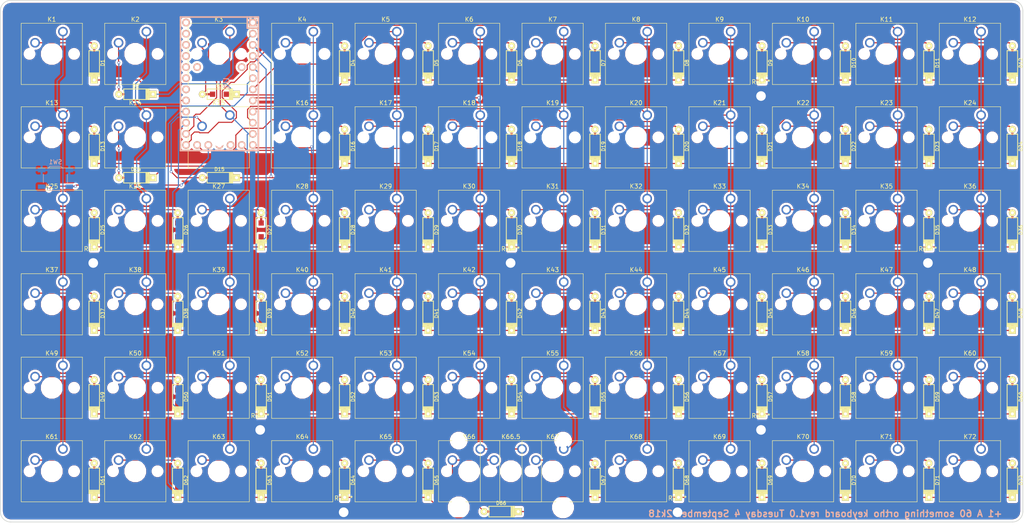
<source format=kicad_pcb>
(kicad_pcb (version 4) (host pcbnew 4.0.7)
  (layers (0 F.Cu signal) (31 B.Cu signal) (34 B.Paste user) (35 F.Paste user) (36 B.SilkS user) (37 F.SilkS user) (38 B.Mask user) (39 F.Mask user) (44 Edge.Cuts user))
  (net 0 "")
  (net 1 "Net-(D1-Pad2)")
  (net 2 col0)
  (net 3 "Net-(D2-Pad2)")
  (net 4 "Net-(D3-Pad2)")
  (net 5 "Net-(D4-Pad2)")
  (net 6 "Net-(D5-Pad2)")
  (net 7 "Net-(D6-Pad2)")
  (net 8 "Net-(D7-Pad2)")
  (net 9 "Net-(D8-Pad2)")
  (net 10 "Net-(D9-Pad2)")
  (net 11 "Net-(D10-Pad2)")
  (net 12 "Net-(D11-Pad2)")
  (net 13 "Net-(D12-Pad2)")
  (net 14 "Net-(D13-Pad2)")
  (net 15 col1)
  (net 16 "Net-(D14-Pad2)")
  (net 17 "Net-(D15-Pad2)")
  (net 18 "Net-(D16-Pad2)")
  (net 19 "Net-(D17-Pad2)")
  (net 20 "Net-(D18-Pad2)")
  (net 21 "Net-(D19-Pad2)")
  (net 22 "Net-(D20-Pad2)")
  (net 23 "Net-(D21-Pad2)")
  (net 24 "Net-(D22-Pad2)")
  (net 25 "Net-(D23-Pad2)")
  (net 26 "Net-(D24-Pad2)")
  (net 27 "Net-(D25-Pad2)")
  (net 28 col2)
  (net 29 "Net-(D26-Pad2)")
  (net 30 "Net-(D27-Pad2)")
  (net 31 "Net-(D28-Pad2)")
  (net 32 "Net-(D29-Pad2)")
  (net 33 "Net-(D30-Pad2)")
  (net 34 "Net-(D31-Pad2)")
  (net 35 "Net-(D32-Pad2)")
  (net 36 "Net-(D33-Pad2)")
  (net 37 "Net-(D34-Pad2)")
  (net 38 "Net-(D35-Pad2)")
  (net 39 "Net-(D36-Pad2)")
  (net 40 "Net-(D37-Pad2)")
  (net 41 col3)
  (net 42 "Net-(D38-Pad2)")
  (net 43 "Net-(D39-Pad2)")
  (net 44 "Net-(D40-Pad2)")
  (net 45 "Net-(D41-Pad2)")
  (net 46 "Net-(D42-Pad2)")
  (net 47 "Net-(D43-Pad2)")
  (net 48 "Net-(D44-Pad2)")
  (net 49 "Net-(D45-Pad2)")
  (net 50 "Net-(D46-Pad2)")
  (net 51 "Net-(D47-Pad2)")
  (net 52 "Net-(D48-Pad2)")
  (net 53 "Net-(D49-Pad2)")
  (net 54 col4)
  (net 55 "Net-(D50-Pad2)")
  (net 56 "Net-(D51-Pad2)")
  (net 57 "Net-(D52-Pad2)")
  (net 58 "Net-(D53-Pad2)")
  (net 59 "Net-(D54-Pad2)")
  (net 60 "Net-(D55-Pad2)")
  (net 61 "Net-(D56-Pad2)")
  (net 62 "Net-(D57-Pad2)")
  (net 63 "Net-(D58-Pad2)")
  (net 64 "Net-(D59-Pad2)")
  (net 65 "Net-(D60-Pad2)")
  (net 66 "Net-(D61-Pad2)")
  (net 67 col5)
  (net 68 "Net-(D62-Pad2)")
  (net 69 "Net-(D63-Pad2)")
  (net 70 "Net-(D64-Pad2)")
  (net 71 "Net-(D65-Pad2)")
  (net 72 "Net-(D66-Pad2)")
  (net 73 "Net-(D67-Pad2)")
  (net 74 "Net-(D68-Pad2)")
  (net 75 "Net-(D69-Pad2)")
  (net 76 "Net-(D70-Pad2)")
  (net 77 "Net-(D71-Pad2)")
  (net 78 "Net-(D72-Pad2)")
  (net 79 row0)
  (net 80 row1)
  (net 81 row2)
  (net 82 row3)
  (net 83 row4)
  (net 84 row5)
  (net 85 row6)
  (net 86 row7)
  (net 87 row8)
  (net 88 row9)
  (net 89 row10)
  (net 90 row11)
  (net 91 GND)
  (net 92 "Net-(SW1-Pad2)")
  (net 93 "Net-(U1-Pad14)")
  (net 94 "Net-(U1-Pad15)")
  (net 95 "Net-(U1-Pad23)")
  (net 96 "Net-(U1-Pad24)")
  (net 97 "Net-(U1-Pad25)")
  (net 98 "Net-(U1-Pad26)")
  (net 99 "Net-(U1-Pad27)")
  (net 100 "Net-(U1-Pad28)")
  (net 101 "Net-(U1-Pad29)")
  (net 102 "Net-(U1-Pad30)")
  (net 103 "Net-(U1-Pad31)")
  (module keebs:D_SOD123_axial (layer F.Cu) (at 47.4662 44.7675 90)
    (fp_text reference D1 (at 0 1.925 90) (layer F.SilkS) (effects (font (size 0.8 0.8))))
    (fp_text value D hide)
    (pad 2 smd rect (at 1.575 0 90) (size 1.2 1.2) (layers F.Cu F.Paste F.Mask) (net 1 "Net-(D1-Pad2)"))
    (pad 1 smd rect (at -1.575 0 90) (size 1.2 1.2) (layers F.Cu F.Paste F.Mask) (net 2 col0))
    (pad 1 thru_hole rect (at -3.9 0 90) (size 1.6 1.6) (drill 0.7) (layers *.Cu *.Mask F.SilkS) (net 2 col0))
    (pad 2 thru_hole circle (at 3.9 0 90) (size 1.6 1.6) (drill 0.7) (layers *.Cu *.Mask F.SilkS) (net 1 "Net-(D1-Pad2)"))
    (pad 1 smd rect (at -2.7 0 90) (size 2.5 0.5) (layers F.Cu) (net 2 col0))
    (pad 2 smd rect (at 2.7 0 90) (size 2.5 0.5) (layers F.Cu) (net 1 "Net-(D1-Pad2)"))
  )
  (module keebs:D_SOD123_axial (layer F.Cu) (at 56.9912 51.9112 180)
    (fp_text reference D2 (at 0 1.925 180) (layer F.SilkS) (effects (font (size 0.8 0.8))))
    (fp_text value D hide)
    (pad 2 smd rect (at 1.575 0 180) (size 1.2 1.2) (layers F.Cu F.Paste F.Mask) (net 3 "Net-(D2-Pad2)"))
    (pad 1 smd rect (at -1.575 0 180) (size 1.2 1.2) (layers F.Cu F.Paste F.Mask) (net 2 col0))
    (pad 1 thru_hole rect (at -3.9 0 180) (size 1.6 1.6) (drill 0.7) (layers *.Cu *.Mask F.SilkS) (net 2 col0))
    (pad 2 thru_hole circle (at 3.9 0 180) (size 1.6 1.6) (drill 0.7) (layers *.Cu *.Mask F.SilkS) (net 3 "Net-(D2-Pad2)"))
    (pad 1 smd rect (at -2.7 0 180) (size 2.5 0.5) (layers F.Cu) (net 2 col0))
    (pad 2 smd rect (at 2.7 0 180) (size 2.5 0.5) (layers F.Cu) (net 3 "Net-(D2-Pad2)"))
  )
  (module keebs:D_SOD123_axial (layer F.Cu) (at 76.0412 51.9112 180)
    (fp_text reference D3 (at 0 1.925 180) (layer F.SilkS) (effects (font (size 0.8 0.8))))
    (fp_text value D hide)
    (pad 2 smd rect (at 1.575 0 180) (size 1.2 1.2) (layers F.Cu F.Paste F.Mask) (net 4 "Net-(D3-Pad2)"))
    (pad 1 smd rect (at -1.575 0 180) (size 1.2 1.2) (layers F.Cu F.Paste F.Mask) (net 2 col0))
    (pad 1 thru_hole rect (at -3.9 0 180) (size 1.6 1.6) (drill 0.7) (layers *.Cu *.Mask F.SilkS) (net 2 col0))
    (pad 2 thru_hole circle (at 3.9 0 180) (size 1.6 1.6) (drill 0.7) (layers *.Cu *.Mask F.SilkS) (net 4 "Net-(D3-Pad2)"))
    (pad 1 smd rect (at -2.7 0 180) (size 2.5 0.5) (layers F.Cu) (net 2 col0))
    (pad 2 smd rect (at 2.7 0 180) (size 2.5 0.5) (layers F.Cu) (net 4 "Net-(D3-Pad2)"))
  )
  (module keebs:D_SOD123_axial (layer F.Cu) (at 104.616 44.7675 90)
    (fp_text reference D4 (at 0 1.925 90) (layer F.SilkS) (effects (font (size 0.8 0.8))))
    (fp_text value D hide)
    (pad 2 smd rect (at 1.575 0 90) (size 1.2 1.2) (layers F.Cu F.Paste F.Mask) (net 5 "Net-(D4-Pad2)"))
    (pad 1 smd rect (at -1.575 0 90) (size 1.2 1.2) (layers F.Cu F.Paste F.Mask) (net 2 col0))
    (pad 1 thru_hole rect (at -3.9 0 90) (size 1.6 1.6) (drill 0.7) (layers *.Cu *.Mask F.SilkS) (net 2 col0))
    (pad 2 thru_hole circle (at 3.9 0 90) (size 1.6 1.6) (drill 0.7) (layers *.Cu *.Mask F.SilkS) (net 5 "Net-(D4-Pad2)"))
    (pad 1 smd rect (at -2.7 0 90) (size 2.5 0.5) (layers F.Cu) (net 2 col0))
    (pad 2 smd rect (at 2.7 0 90) (size 2.5 0.5) (layers F.Cu) (net 5 "Net-(D4-Pad2)"))
  )
  (module keebs:D_SOD123_axial (layer F.Cu) (at 123.666 44.7675 90)
    (fp_text reference D5 (at 0 1.925 90) (layer F.SilkS) (effects (font (size 0.8 0.8))))
    (fp_text value D hide)
    (pad 2 smd rect (at 1.575 0 90) (size 1.2 1.2) (layers F.Cu F.Paste F.Mask) (net 6 "Net-(D5-Pad2)"))
    (pad 1 smd rect (at -1.575 0 90) (size 1.2 1.2) (layers F.Cu F.Paste F.Mask) (net 2 col0))
    (pad 1 thru_hole rect (at -3.9 0 90) (size 1.6 1.6) (drill 0.7) (layers *.Cu *.Mask F.SilkS) (net 2 col0))
    (pad 2 thru_hole circle (at 3.9 0 90) (size 1.6 1.6) (drill 0.7) (layers *.Cu *.Mask F.SilkS) (net 6 "Net-(D5-Pad2)"))
    (pad 1 smd rect (at -2.7 0 90) (size 2.5 0.5) (layers F.Cu) (net 2 col0))
    (pad 2 smd rect (at 2.7 0 90) (size 2.5 0.5) (layers F.Cu) (net 6 "Net-(D5-Pad2)"))
  )
  (module keebs:D_SOD123_axial (layer F.Cu) (at 142.716 44.7675 90)
    (fp_text reference D6 (at 0 1.925 90) (layer F.SilkS) (effects (font (size 0.8 0.8))))
    (fp_text value D hide)
    (pad 2 smd rect (at 1.575 0 90) (size 1.2 1.2) (layers F.Cu F.Paste F.Mask) (net 7 "Net-(D6-Pad2)"))
    (pad 1 smd rect (at -1.575 0 90) (size 1.2 1.2) (layers F.Cu F.Paste F.Mask) (net 2 col0))
    (pad 1 thru_hole rect (at -3.9 0 90) (size 1.6 1.6) (drill 0.7) (layers *.Cu *.Mask F.SilkS) (net 2 col0))
    (pad 2 thru_hole circle (at 3.9 0 90) (size 1.6 1.6) (drill 0.7) (layers *.Cu *.Mask F.SilkS) (net 7 "Net-(D6-Pad2)"))
    (pad 1 smd rect (at -2.7 0 90) (size 2.5 0.5) (layers F.Cu) (net 2 col0))
    (pad 2 smd rect (at 2.7 0 90) (size 2.5 0.5) (layers F.Cu) (net 7 "Net-(D6-Pad2)"))
  )
  (module keebs:D_SOD123_axial (layer F.Cu) (at 161.766 44.7675 90)
    (fp_text reference D7 (at 0 1.925 90) (layer F.SilkS) (effects (font (size 0.8 0.8))))
    (fp_text value D hide)
    (pad 2 smd rect (at 1.575 0 90) (size 1.2 1.2) (layers F.Cu F.Paste F.Mask) (net 8 "Net-(D7-Pad2)"))
    (pad 1 smd rect (at -1.575 0 90) (size 1.2 1.2) (layers F.Cu F.Paste F.Mask) (net 2 col0))
    (pad 1 thru_hole rect (at -3.9 0 90) (size 1.6 1.6) (drill 0.7) (layers *.Cu *.Mask F.SilkS) (net 2 col0))
    (pad 2 thru_hole circle (at 3.9 0 90) (size 1.6 1.6) (drill 0.7) (layers *.Cu *.Mask F.SilkS) (net 8 "Net-(D7-Pad2)"))
    (pad 1 smd rect (at -2.7 0 90) (size 2.5 0.5) (layers F.Cu) (net 2 col0))
    (pad 2 smd rect (at 2.7 0 90) (size 2.5 0.5) (layers F.Cu) (net 8 "Net-(D7-Pad2)"))
  )
  (module keebs:D_SOD123_axial (layer F.Cu) (at 180.816 44.7675 90)
    (fp_text reference D8 (at 0 1.925 90) (layer F.SilkS) (effects (font (size 0.8 0.8))))
    (fp_text value D hide)
    (pad 2 smd rect (at 1.575 0 90) (size 1.2 1.2) (layers F.Cu F.Paste F.Mask) (net 9 "Net-(D8-Pad2)"))
    (pad 1 smd rect (at -1.575 0 90) (size 1.2 1.2) (layers F.Cu F.Paste F.Mask) (net 2 col0))
    (pad 1 thru_hole rect (at -3.9 0 90) (size 1.6 1.6) (drill 0.7) (layers *.Cu *.Mask F.SilkS) (net 2 col0))
    (pad 2 thru_hole circle (at 3.9 0 90) (size 1.6 1.6) (drill 0.7) (layers *.Cu *.Mask F.SilkS) (net 9 "Net-(D8-Pad2)"))
    (pad 1 smd rect (at -2.7 0 90) (size 2.5 0.5) (layers F.Cu) (net 2 col0))
    (pad 2 smd rect (at 2.7 0 90) (size 2.5 0.5) (layers F.Cu) (net 9 "Net-(D8-Pad2)"))
  )
  (module keebs:D_SOD123_axial (layer F.Cu) (at 199.866 44.7675 90)
    (fp_text reference D9 (at 0 1.925 90) (layer F.SilkS) (effects (font (size 0.8 0.8))))
    (fp_text value D hide)
    (pad 2 smd rect (at 1.575 0 90) (size 1.2 1.2) (layers F.Cu F.Paste F.Mask) (net 10 "Net-(D9-Pad2)"))
    (pad 1 smd rect (at -1.575 0 90) (size 1.2 1.2) (layers F.Cu F.Paste F.Mask) (net 2 col0))
    (pad 1 thru_hole rect (at -3.9 0 90) (size 1.6 1.6) (drill 0.7) (layers *.Cu *.Mask F.SilkS) (net 2 col0))
    (pad 2 thru_hole circle (at 3.9 0 90) (size 1.6 1.6) (drill 0.7) (layers *.Cu *.Mask F.SilkS) (net 10 "Net-(D9-Pad2)"))
    (pad 1 smd rect (at -2.7 0 90) (size 2.5 0.5) (layers F.Cu) (net 2 col0))
    (pad 2 smd rect (at 2.7 0 90) (size 2.5 0.5) (layers F.Cu) (net 10 "Net-(D9-Pad2)"))
  )
  (module keebs:D_SOD123_axial (layer F.Cu) (at 218.916 44.7675 90)
    (fp_text reference D10 (at 0 1.925 90) (layer F.SilkS) (effects (font (size 0.8 0.8))))
    (fp_text value D hide)
    (pad 2 smd rect (at 1.575 0 90) (size 1.2 1.2) (layers F.Cu F.Paste F.Mask) (net 11 "Net-(D10-Pad2)"))
    (pad 1 smd rect (at -1.575 0 90) (size 1.2 1.2) (layers F.Cu F.Paste F.Mask) (net 2 col0))
    (pad 1 thru_hole rect (at -3.9 0 90) (size 1.6 1.6) (drill 0.7) (layers *.Cu *.Mask F.SilkS) (net 2 col0))
    (pad 2 thru_hole circle (at 3.9 0 90) (size 1.6 1.6) (drill 0.7) (layers *.Cu *.Mask F.SilkS) (net 11 "Net-(D10-Pad2)"))
    (pad 1 smd rect (at -2.7 0 90) (size 2.5 0.5) (layers F.Cu) (net 2 col0))
    (pad 2 smd rect (at 2.7 0 90) (size 2.5 0.5) (layers F.Cu) (net 11 "Net-(D10-Pad2)"))
  )
  (module keebs:D_SOD123_axial (layer F.Cu) (at 237.966 44.7675 90)
    (fp_text reference D11 (at 0 1.925 90) (layer F.SilkS) (effects (font (size 0.8 0.8))))
    (fp_text value D hide)
    (pad 2 smd rect (at 1.575 0 90) (size 1.2 1.2) (layers F.Cu F.Paste F.Mask) (net 12 "Net-(D11-Pad2)"))
    (pad 1 smd rect (at -1.575 0 90) (size 1.2 1.2) (layers F.Cu F.Paste F.Mask) (net 2 col0))
    (pad 1 thru_hole rect (at -3.9 0 90) (size 1.6 1.6) (drill 0.7) (layers *.Cu *.Mask F.SilkS) (net 2 col0))
    (pad 2 thru_hole circle (at 3.9 0 90) (size 1.6 1.6) (drill 0.7) (layers *.Cu *.Mask F.SilkS) (net 12 "Net-(D11-Pad2)"))
    (pad 1 smd rect (at -2.7 0 90) (size 2.5 0.5) (layers F.Cu) (net 2 col0))
    (pad 2 smd rect (at 2.7 0 90) (size 2.5 0.5) (layers F.Cu) (net 12 "Net-(D11-Pad2)"))
  )
  (module keebs:D_SOD123_axial (layer F.Cu) (at 257.016 44.7675 90)
    (fp_text reference D12 (at 0 1.925 90) (layer F.SilkS) (effects (font (size 0.8 0.8))))
    (fp_text value D hide)
    (pad 2 smd rect (at 1.575 0 90) (size 1.2 1.2) (layers F.Cu F.Paste F.Mask) (net 13 "Net-(D12-Pad2)"))
    (pad 1 smd rect (at -1.575 0 90) (size 1.2 1.2) (layers F.Cu F.Paste F.Mask) (net 2 col0))
    (pad 1 thru_hole rect (at -3.9 0 90) (size 1.6 1.6) (drill 0.7) (layers *.Cu *.Mask F.SilkS) (net 2 col0))
    (pad 2 thru_hole circle (at 3.9 0 90) (size 1.6 1.6) (drill 0.7) (layers *.Cu *.Mask F.SilkS) (net 13 "Net-(D12-Pad2)"))
    (pad 1 smd rect (at -2.7 0 90) (size 2.5 0.5) (layers F.Cu) (net 2 col0))
    (pad 2 smd rect (at 2.7 0 90) (size 2.5 0.5) (layers F.Cu) (net 13 "Net-(D12-Pad2)"))
  )
  (module keebs:D_SOD123_axial (layer F.Cu) (at 47.4662 63.8175 90)
    (fp_text reference D13 (at 0 1.925 90) (layer F.SilkS) (effects (font (size 0.8 0.8))))
    (fp_text value D hide)
    (pad 2 smd rect (at 1.575 0 90) (size 1.2 1.2) (layers F.Cu F.Paste F.Mask) (net 14 "Net-(D13-Pad2)"))
    (pad 1 smd rect (at -1.575 0 90) (size 1.2 1.2) (layers F.Cu F.Paste F.Mask) (net 15 col1))
    (pad 1 thru_hole rect (at -3.9 0 90) (size 1.6 1.6) (drill 0.7) (layers *.Cu *.Mask F.SilkS) (net 15 col1))
    (pad 2 thru_hole circle (at 3.9 0 90) (size 1.6 1.6) (drill 0.7) (layers *.Cu *.Mask F.SilkS) (net 14 "Net-(D13-Pad2)"))
    (pad 1 smd rect (at -2.7 0 90) (size 2.5 0.5) (layers F.Cu) (net 15 col1))
    (pad 2 smd rect (at 2.7 0 90) (size 2.5 0.5) (layers F.Cu) (net 14 "Net-(D13-Pad2)"))
  )
  (module keebs:D_SOD123_axial (layer F.Cu) (at 56.9912 70.9612 180)
    (fp_text reference D14 (at 0 1.925 180) (layer F.SilkS) (effects (font (size 0.8 0.8))))
    (fp_text value D hide)
    (pad 2 smd rect (at 1.575 0 180) (size 1.2 1.2) (layers F.Cu F.Paste F.Mask) (net 16 "Net-(D14-Pad2)"))
    (pad 1 smd rect (at -1.575 0 180) (size 1.2 1.2) (layers F.Cu F.Paste F.Mask) (net 15 col1))
    (pad 1 thru_hole rect (at -3.9 0 180) (size 1.6 1.6) (drill 0.7) (layers *.Cu *.Mask F.SilkS) (net 15 col1))
    (pad 2 thru_hole circle (at 3.9 0 180) (size 1.6 1.6) (drill 0.7) (layers *.Cu *.Mask F.SilkS) (net 16 "Net-(D14-Pad2)"))
    (pad 1 smd rect (at -2.7 0 180) (size 2.5 0.5) (layers F.Cu) (net 15 col1))
    (pad 2 smd rect (at 2.7 0 180) (size 2.5 0.5) (layers F.Cu) (net 16 "Net-(D14-Pad2)"))
  )
  (module keebs:D_SOD123_axial (layer F.Cu) (at 76.0412 70.9612 180)
    (fp_text reference D15 (at 0 1.925 180) (layer F.SilkS) (effects (font (size 0.8 0.8))))
    (fp_text value D hide)
    (pad 2 smd rect (at 1.575 0 180) (size 1.2 1.2) (layers F.Cu F.Paste F.Mask) (net 17 "Net-(D15-Pad2)"))
    (pad 1 smd rect (at -1.575 0 180) (size 1.2 1.2) (layers F.Cu F.Paste F.Mask) (net 15 col1))
    (pad 1 thru_hole rect (at -3.9 0 180) (size 1.6 1.6) (drill 0.7) (layers *.Cu *.Mask F.SilkS) (net 15 col1))
    (pad 2 thru_hole circle (at 3.9 0 180) (size 1.6 1.6) (drill 0.7) (layers *.Cu *.Mask F.SilkS) (net 17 "Net-(D15-Pad2)"))
    (pad 1 smd rect (at -2.7 0 180) (size 2.5 0.5) (layers F.Cu) (net 15 col1))
    (pad 2 smd rect (at 2.7 0 180) (size 2.5 0.5) (layers F.Cu) (net 17 "Net-(D15-Pad2)"))
  )
  (module keebs:D_SOD123_axial (layer F.Cu) (at 104.616 63.8175 90)
    (fp_text reference D16 (at 0 1.925 90) (layer F.SilkS) (effects (font (size 0.8 0.8))))
    (fp_text value D hide)
    (pad 2 smd rect (at 1.575 0 90) (size 1.2 1.2) (layers F.Cu F.Paste F.Mask) (net 18 "Net-(D16-Pad2)"))
    (pad 1 smd rect (at -1.575 0 90) (size 1.2 1.2) (layers F.Cu F.Paste F.Mask) (net 15 col1))
    (pad 1 thru_hole rect (at -3.9 0 90) (size 1.6 1.6) (drill 0.7) (layers *.Cu *.Mask F.SilkS) (net 15 col1))
    (pad 2 thru_hole circle (at 3.9 0 90) (size 1.6 1.6) (drill 0.7) (layers *.Cu *.Mask F.SilkS) (net 18 "Net-(D16-Pad2)"))
    (pad 1 smd rect (at -2.7 0 90) (size 2.5 0.5) (layers F.Cu) (net 15 col1))
    (pad 2 smd rect (at 2.7 0 90) (size 2.5 0.5) (layers F.Cu) (net 18 "Net-(D16-Pad2)"))
  )
  (module keebs:D_SOD123_axial (layer F.Cu) (at 123.666 63.8175 90)
    (fp_text reference D17 (at 0 1.925 90) (layer F.SilkS) (effects (font (size 0.8 0.8))))
    (fp_text value D hide)
    (pad 2 smd rect (at 1.575 0 90) (size 1.2 1.2) (layers F.Cu F.Paste F.Mask) (net 19 "Net-(D17-Pad2)"))
    (pad 1 smd rect (at -1.575 0 90) (size 1.2 1.2) (layers F.Cu F.Paste F.Mask) (net 15 col1))
    (pad 1 thru_hole rect (at -3.9 0 90) (size 1.6 1.6) (drill 0.7) (layers *.Cu *.Mask F.SilkS) (net 15 col1))
    (pad 2 thru_hole circle (at 3.9 0 90) (size 1.6 1.6) (drill 0.7) (layers *.Cu *.Mask F.SilkS) (net 19 "Net-(D17-Pad2)"))
    (pad 1 smd rect (at -2.7 0 90) (size 2.5 0.5) (layers F.Cu) (net 15 col1))
    (pad 2 smd rect (at 2.7 0 90) (size 2.5 0.5) (layers F.Cu) (net 19 "Net-(D17-Pad2)"))
  )
  (module keebs:D_SOD123_axial (layer F.Cu) (at 142.716 63.8175 90)
    (fp_text reference D18 (at 0 1.925 90) (layer F.SilkS) (effects (font (size 0.8 0.8))))
    (fp_text value D hide)
    (pad 2 smd rect (at 1.575 0 90) (size 1.2 1.2) (layers F.Cu F.Paste F.Mask) (net 20 "Net-(D18-Pad2)"))
    (pad 1 smd rect (at -1.575 0 90) (size 1.2 1.2) (layers F.Cu F.Paste F.Mask) (net 15 col1))
    (pad 1 thru_hole rect (at -3.9 0 90) (size 1.6 1.6) (drill 0.7) (layers *.Cu *.Mask F.SilkS) (net 15 col1))
    (pad 2 thru_hole circle (at 3.9 0 90) (size 1.6 1.6) (drill 0.7) (layers *.Cu *.Mask F.SilkS) (net 20 "Net-(D18-Pad2)"))
    (pad 1 smd rect (at -2.7 0 90) (size 2.5 0.5) (layers F.Cu) (net 15 col1))
    (pad 2 smd rect (at 2.7 0 90) (size 2.5 0.5) (layers F.Cu) (net 20 "Net-(D18-Pad2)"))
  )
  (module keebs:D_SOD123_axial (layer F.Cu) (at 161.766 63.8175 90)
    (fp_text reference D19 (at 0 1.925 90) (layer F.SilkS) (effects (font (size 0.8 0.8))))
    (fp_text value D hide)
    (pad 2 smd rect (at 1.575 0 90) (size 1.2 1.2) (layers F.Cu F.Paste F.Mask) (net 21 "Net-(D19-Pad2)"))
    (pad 1 smd rect (at -1.575 0 90) (size 1.2 1.2) (layers F.Cu F.Paste F.Mask) (net 15 col1))
    (pad 1 thru_hole rect (at -3.9 0 90) (size 1.6 1.6) (drill 0.7) (layers *.Cu *.Mask F.SilkS) (net 15 col1))
    (pad 2 thru_hole circle (at 3.9 0 90) (size 1.6 1.6) (drill 0.7) (layers *.Cu *.Mask F.SilkS) (net 21 "Net-(D19-Pad2)"))
    (pad 1 smd rect (at -2.7 0 90) (size 2.5 0.5) (layers F.Cu) (net 15 col1))
    (pad 2 smd rect (at 2.7 0 90) (size 2.5 0.5) (layers F.Cu) (net 21 "Net-(D19-Pad2)"))
  )
  (module keebs:D_SOD123_axial (layer F.Cu) (at 180.816 63.8175 90)
    (fp_text reference D20 (at 0 1.925 90) (layer F.SilkS) (effects (font (size 0.8 0.8))))
    (fp_text value D hide)
    (pad 2 smd rect (at 1.575 0 90) (size 1.2 1.2) (layers F.Cu F.Paste F.Mask) (net 22 "Net-(D20-Pad2)"))
    (pad 1 smd rect (at -1.575 0 90) (size 1.2 1.2) (layers F.Cu F.Paste F.Mask) (net 15 col1))
    (pad 1 thru_hole rect (at -3.9 0 90) (size 1.6 1.6) (drill 0.7) (layers *.Cu *.Mask F.SilkS) (net 15 col1))
    (pad 2 thru_hole circle (at 3.9 0 90) (size 1.6 1.6) (drill 0.7) (layers *.Cu *.Mask F.SilkS) (net 22 "Net-(D20-Pad2)"))
    (pad 1 smd rect (at -2.7 0 90) (size 2.5 0.5) (layers F.Cu) (net 15 col1))
    (pad 2 smd rect (at 2.7 0 90) (size 2.5 0.5) (layers F.Cu) (net 22 "Net-(D20-Pad2)"))
  )
  (module keebs:D_SOD123_axial (layer F.Cu) (at 199.866 63.8175 90)
    (fp_text reference D21 (at 0 1.925 90) (layer F.SilkS) (effects (font (size 0.8 0.8))))
    (fp_text value D hide)
    (pad 2 smd rect (at 1.575 0 90) (size 1.2 1.2) (layers F.Cu F.Paste F.Mask) (net 23 "Net-(D21-Pad2)"))
    (pad 1 smd rect (at -1.575 0 90) (size 1.2 1.2) (layers F.Cu F.Paste F.Mask) (net 15 col1))
    (pad 1 thru_hole rect (at -3.9 0 90) (size 1.6 1.6) (drill 0.7) (layers *.Cu *.Mask F.SilkS) (net 15 col1))
    (pad 2 thru_hole circle (at 3.9 0 90) (size 1.6 1.6) (drill 0.7) (layers *.Cu *.Mask F.SilkS) (net 23 "Net-(D21-Pad2)"))
    (pad 1 smd rect (at -2.7 0 90) (size 2.5 0.5) (layers F.Cu) (net 15 col1))
    (pad 2 smd rect (at 2.7 0 90) (size 2.5 0.5) (layers F.Cu) (net 23 "Net-(D21-Pad2)"))
  )
  (module keebs:D_SOD123_axial (layer F.Cu) (at 218.916 63.8175 90)
    (fp_text reference D22 (at 0 1.925 90) (layer F.SilkS) (effects (font (size 0.8 0.8))))
    (fp_text value D hide)
    (pad 2 smd rect (at 1.575 0 90) (size 1.2 1.2) (layers F.Cu F.Paste F.Mask) (net 24 "Net-(D22-Pad2)"))
    (pad 1 smd rect (at -1.575 0 90) (size 1.2 1.2) (layers F.Cu F.Paste F.Mask) (net 15 col1))
    (pad 1 thru_hole rect (at -3.9 0 90) (size 1.6 1.6) (drill 0.7) (layers *.Cu *.Mask F.SilkS) (net 15 col1))
    (pad 2 thru_hole circle (at 3.9 0 90) (size 1.6 1.6) (drill 0.7) (layers *.Cu *.Mask F.SilkS) (net 24 "Net-(D22-Pad2)"))
    (pad 1 smd rect (at -2.7 0 90) (size 2.5 0.5) (layers F.Cu) (net 15 col1))
    (pad 2 smd rect (at 2.7 0 90) (size 2.5 0.5) (layers F.Cu) (net 24 "Net-(D22-Pad2)"))
  )
  (module keebs:D_SOD123_axial (layer F.Cu) (at 237.966 63.8175 90)
    (fp_text reference D23 (at 0 1.925 90) (layer F.SilkS) (effects (font (size 0.8 0.8))))
    (fp_text value D hide)
    (pad 2 smd rect (at 1.575 0 90) (size 1.2 1.2) (layers F.Cu F.Paste F.Mask) (net 25 "Net-(D23-Pad2)"))
    (pad 1 smd rect (at -1.575 0 90) (size 1.2 1.2) (layers F.Cu F.Paste F.Mask) (net 15 col1))
    (pad 1 thru_hole rect (at -3.9 0 90) (size 1.6 1.6) (drill 0.7) (layers *.Cu *.Mask F.SilkS) (net 15 col1))
    (pad 2 thru_hole circle (at 3.9 0 90) (size 1.6 1.6) (drill 0.7) (layers *.Cu *.Mask F.SilkS) (net 25 "Net-(D23-Pad2)"))
    (pad 1 smd rect (at -2.7 0 90) (size 2.5 0.5) (layers F.Cu) (net 15 col1))
    (pad 2 smd rect (at 2.7 0 90) (size 2.5 0.5) (layers F.Cu) (net 25 "Net-(D23-Pad2)"))
  )
  (module keebs:D_SOD123_axial (layer F.Cu) (at 257.016 63.8175 90)
    (fp_text reference D24 (at 0 1.925 90) (layer F.SilkS) (effects (font (size 0.8 0.8))))
    (fp_text value D hide)
    (pad 2 smd rect (at 1.575 0 90) (size 1.2 1.2) (layers F.Cu F.Paste F.Mask) (net 26 "Net-(D24-Pad2)"))
    (pad 1 smd rect (at -1.575 0 90) (size 1.2 1.2) (layers F.Cu F.Paste F.Mask) (net 15 col1))
    (pad 1 thru_hole rect (at -3.9 0 90) (size 1.6 1.6) (drill 0.7) (layers *.Cu *.Mask F.SilkS) (net 15 col1))
    (pad 2 thru_hole circle (at 3.9 0 90) (size 1.6 1.6) (drill 0.7) (layers *.Cu *.Mask F.SilkS) (net 26 "Net-(D24-Pad2)"))
    (pad 1 smd rect (at -2.7 0 90) (size 2.5 0.5) (layers F.Cu) (net 15 col1))
    (pad 2 smd rect (at 2.7 0 90) (size 2.5 0.5) (layers F.Cu) (net 26 "Net-(D24-Pad2)"))
  )
  (module keebs:D_SOD123_axial (layer F.Cu) (at 47.4662 82.8675 90)
    (fp_text reference D25 (at 0 1.925 90) (layer F.SilkS) (effects (font (size 0.8 0.8))))
    (fp_text value D hide)
    (pad 2 smd rect (at 1.575 0 90) (size 1.2 1.2) (layers F.Cu F.Paste F.Mask) (net 27 "Net-(D25-Pad2)"))
    (pad 1 smd rect (at -1.575 0 90) (size 1.2 1.2) (layers F.Cu F.Paste F.Mask) (net 28 col2))
    (pad 1 thru_hole rect (at -3.9 0 90) (size 1.6 1.6) (drill 0.7) (layers *.Cu *.Mask F.SilkS) (net 28 col2))
    (pad 2 thru_hole circle (at 3.9 0 90) (size 1.6 1.6) (drill 0.7) (layers *.Cu *.Mask F.SilkS) (net 27 "Net-(D25-Pad2)"))
    (pad 1 smd rect (at -2.7 0 90) (size 2.5 0.5) (layers F.Cu) (net 28 col2))
    (pad 2 smd rect (at 2.7 0 90) (size 2.5 0.5) (layers F.Cu) (net 27 "Net-(D25-Pad2)"))
  )
  (module keebs:D_SOD123_axial (layer F.Cu) (at 66.5162 82.8675 90)
    (fp_text reference D26 (at 0 1.925 90) (layer F.SilkS) (effects (font (size 0.8 0.8))))
    (fp_text value D hide)
    (pad 2 smd rect (at 1.575 0 90) (size 1.2 1.2) (layers F.Cu F.Paste F.Mask) (net 29 "Net-(D26-Pad2)"))
    (pad 1 smd rect (at -1.575 0 90) (size 1.2 1.2) (layers F.Cu F.Paste F.Mask) (net 28 col2))
    (pad 1 thru_hole rect (at -3.9 0 90) (size 1.6 1.6) (drill 0.7) (layers *.Cu *.Mask F.SilkS) (net 28 col2))
    (pad 2 thru_hole circle (at 3.9 0 90) (size 1.6 1.6) (drill 0.7) (layers *.Cu *.Mask F.SilkS) (net 29 "Net-(D26-Pad2)"))
    (pad 1 smd rect (at -2.7 0 90) (size 2.5 0.5) (layers F.Cu) (net 28 col2))
    (pad 2 smd rect (at 2.7 0 90) (size 2.5 0.5) (layers F.Cu) (net 29 "Net-(D26-Pad2)"))
  )
  (module keebs:D_SOD123_axial (layer F.Cu) (at 85.5662 82.8675 90)
    (fp_text reference D27 (at 0 1.925 90) (layer F.SilkS) (effects (font (size 0.8 0.8))))
    (fp_text value D hide)
    (pad 2 smd rect (at 1.575 0 90) (size 1.2 1.2) (layers F.Cu F.Paste F.Mask) (net 30 "Net-(D27-Pad2)"))
    (pad 1 smd rect (at -1.575 0 90) (size 1.2 1.2) (layers F.Cu F.Paste F.Mask) (net 28 col2))
    (pad 1 thru_hole rect (at -3.9 0 90) (size 1.6 1.6) (drill 0.7) (layers *.Cu *.Mask F.SilkS) (net 28 col2))
    (pad 2 thru_hole circle (at 3.9 0 90) (size 1.6 1.6) (drill 0.7) (layers *.Cu *.Mask F.SilkS) (net 30 "Net-(D27-Pad2)"))
    (pad 1 smd rect (at -2.7 0 90) (size 2.5 0.5) (layers F.Cu) (net 28 col2))
    (pad 2 smd rect (at 2.7 0 90) (size 2.5 0.5) (layers F.Cu) (net 30 "Net-(D27-Pad2)"))
  )
  (module keebs:D_SOD123_axial (layer F.Cu) (at 104.616 82.8675 90)
    (fp_text reference D28 (at 0 1.925 90) (layer F.SilkS) (effects (font (size 0.8 0.8))))
    (fp_text value D hide)
    (pad 2 smd rect (at 1.575 0 90) (size 1.2 1.2) (layers F.Cu F.Paste F.Mask) (net 31 "Net-(D28-Pad2)"))
    (pad 1 smd rect (at -1.575 0 90) (size 1.2 1.2) (layers F.Cu F.Paste F.Mask) (net 28 col2))
    (pad 1 thru_hole rect (at -3.9 0 90) (size 1.6 1.6) (drill 0.7) (layers *.Cu *.Mask F.SilkS) (net 28 col2))
    (pad 2 thru_hole circle (at 3.9 0 90) (size 1.6 1.6) (drill 0.7) (layers *.Cu *.Mask F.SilkS) (net 31 "Net-(D28-Pad2)"))
    (pad 1 smd rect (at -2.7 0 90) (size 2.5 0.5) (layers F.Cu) (net 28 col2))
    (pad 2 smd rect (at 2.7 0 90) (size 2.5 0.5) (layers F.Cu) (net 31 "Net-(D28-Pad2)"))
  )
  (module keebs:D_SOD123_axial (layer F.Cu) (at 123.666 82.8675 90)
    (fp_text reference D29 (at 0 1.925 90) (layer F.SilkS) (effects (font (size 0.8 0.8))))
    (fp_text value D hide)
    (pad 2 smd rect (at 1.575 0 90) (size 1.2 1.2) (layers F.Cu F.Paste F.Mask) (net 32 "Net-(D29-Pad2)"))
    (pad 1 smd rect (at -1.575 0 90) (size 1.2 1.2) (layers F.Cu F.Paste F.Mask) (net 28 col2))
    (pad 1 thru_hole rect (at -3.9 0 90) (size 1.6 1.6) (drill 0.7) (layers *.Cu *.Mask F.SilkS) (net 28 col2))
    (pad 2 thru_hole circle (at 3.9 0 90) (size 1.6 1.6) (drill 0.7) (layers *.Cu *.Mask F.SilkS) (net 32 "Net-(D29-Pad2)"))
    (pad 1 smd rect (at -2.7 0 90) (size 2.5 0.5) (layers F.Cu) (net 28 col2))
    (pad 2 smd rect (at 2.7 0 90) (size 2.5 0.5) (layers F.Cu) (net 32 "Net-(D29-Pad2)"))
  )
  (module keebs:D_SOD123_axial (layer F.Cu) (at 142.716 82.8675 90)
    (fp_text reference D30 (at 0 1.925 90) (layer F.SilkS) (effects (font (size 0.8 0.8))))
    (fp_text value D hide)
    (pad 2 smd rect (at 1.575 0 90) (size 1.2 1.2) (layers F.Cu F.Paste F.Mask) (net 33 "Net-(D30-Pad2)"))
    (pad 1 smd rect (at -1.575 0 90) (size 1.2 1.2) (layers F.Cu F.Paste F.Mask) (net 28 col2))
    (pad 1 thru_hole rect (at -3.9 0 90) (size 1.6 1.6) (drill 0.7) (layers *.Cu *.Mask F.SilkS) (net 28 col2))
    (pad 2 thru_hole circle (at 3.9 0 90) (size 1.6 1.6) (drill 0.7) (layers *.Cu *.Mask F.SilkS) (net 33 "Net-(D30-Pad2)"))
    (pad 1 smd rect (at -2.7 0 90) (size 2.5 0.5) (layers F.Cu) (net 28 col2))
    (pad 2 smd rect (at 2.7 0 90) (size 2.5 0.5) (layers F.Cu) (net 33 "Net-(D30-Pad2)"))
  )
  (module keebs:D_SOD123_axial (layer F.Cu) (at 161.766 82.8675 90)
    (fp_text reference D31 (at 0 1.925 90) (layer F.SilkS) (effects (font (size 0.8 0.8))))
    (fp_text value D hide)
    (pad 2 smd rect (at 1.575 0 90) (size 1.2 1.2) (layers F.Cu F.Paste F.Mask) (net 34 "Net-(D31-Pad2)"))
    (pad 1 smd rect (at -1.575 0 90) (size 1.2 1.2) (layers F.Cu F.Paste F.Mask) (net 28 col2))
    (pad 1 thru_hole rect (at -3.9 0 90) (size 1.6 1.6) (drill 0.7) (layers *.Cu *.Mask F.SilkS) (net 28 col2))
    (pad 2 thru_hole circle (at 3.9 0 90) (size 1.6 1.6) (drill 0.7) (layers *.Cu *.Mask F.SilkS) (net 34 "Net-(D31-Pad2)"))
    (pad 1 smd rect (at -2.7 0 90) (size 2.5 0.5) (layers F.Cu) (net 28 col2))
    (pad 2 smd rect (at 2.7 0 90) (size 2.5 0.5) (layers F.Cu) (net 34 "Net-(D31-Pad2)"))
  )
  (module keebs:D_SOD123_axial (layer F.Cu) (at 180.816 82.8675 90)
    (fp_text reference D32 (at 0 1.925 90) (layer F.SilkS) (effects (font (size 0.8 0.8))))
    (fp_text value D hide)
    (pad 2 smd rect (at 1.575 0 90) (size 1.2 1.2) (layers F.Cu F.Paste F.Mask) (net 35 "Net-(D32-Pad2)"))
    (pad 1 smd rect (at -1.575 0 90) (size 1.2 1.2) (layers F.Cu F.Paste F.Mask) (net 28 col2))
    (pad 1 thru_hole rect (at -3.9 0 90) (size 1.6 1.6) (drill 0.7) (layers *.Cu *.Mask F.SilkS) (net 28 col2))
    (pad 2 thru_hole circle (at 3.9 0 90) (size 1.6 1.6) (drill 0.7) (layers *.Cu *.Mask F.SilkS) (net 35 "Net-(D32-Pad2)"))
    (pad 1 smd rect (at -2.7 0 90) (size 2.5 0.5) (layers F.Cu) (net 28 col2))
    (pad 2 smd rect (at 2.7 0 90) (size 2.5 0.5) (layers F.Cu) (net 35 "Net-(D32-Pad2)"))
  )
  (module keebs:D_SOD123_axial (layer F.Cu) (at 199.866 82.8675 90)
    (fp_text reference D33 (at 0 1.925 90) (layer F.SilkS) (effects (font (size 0.8 0.8))))
    (fp_text value D hide)
    (pad 2 smd rect (at 1.575 0 90) (size 1.2 1.2) (layers F.Cu F.Paste F.Mask) (net 36 "Net-(D33-Pad2)"))
    (pad 1 smd rect (at -1.575 0 90) (size 1.2 1.2) (layers F.Cu F.Paste F.Mask) (net 28 col2))
    (pad 1 thru_hole rect (at -3.9 0 90) (size 1.6 1.6) (drill 0.7) (layers *.Cu *.Mask F.SilkS) (net 28 col2))
    (pad 2 thru_hole circle (at 3.9 0 90) (size 1.6 1.6) (drill 0.7) (layers *.Cu *.Mask F.SilkS) (net 36 "Net-(D33-Pad2)"))
    (pad 1 smd rect (at -2.7 0 90) (size 2.5 0.5) (layers F.Cu) (net 28 col2))
    (pad 2 smd rect (at 2.7 0 90) (size 2.5 0.5) (layers F.Cu) (net 36 "Net-(D33-Pad2)"))
  )
  (module keebs:D_SOD123_axial (layer F.Cu) (at 218.916 82.8675 90)
    (fp_text reference D34 (at 0 1.925 90) (layer F.SilkS) (effects (font (size 0.8 0.8))))
    (fp_text value D hide)
    (pad 2 smd rect (at 1.575 0 90) (size 1.2 1.2) (layers F.Cu F.Paste F.Mask) (net 37 "Net-(D34-Pad2)"))
    (pad 1 smd rect (at -1.575 0 90) (size 1.2 1.2) (layers F.Cu F.Paste F.Mask) (net 28 col2))
    (pad 1 thru_hole rect (at -3.9 0 90) (size 1.6 1.6) (drill 0.7) (layers *.Cu *.Mask F.SilkS) (net 28 col2))
    (pad 2 thru_hole circle (at 3.9 0 90) (size 1.6 1.6) (drill 0.7) (layers *.Cu *.Mask F.SilkS) (net 37 "Net-(D34-Pad2)"))
    (pad 1 smd rect (at -2.7 0 90) (size 2.5 0.5) (layers F.Cu) (net 28 col2))
    (pad 2 smd rect (at 2.7 0 90) (size 2.5 0.5) (layers F.Cu) (net 37 "Net-(D34-Pad2)"))
  )
  (module keebs:D_SOD123_axial (layer F.Cu) (at 237.966 82.8675 90)
    (fp_text reference D35 (at 0 1.925 90) (layer F.SilkS) (effects (font (size 0.8 0.8))))
    (fp_text value D hide)
    (pad 2 smd rect (at 1.575 0 90) (size 1.2 1.2) (layers F.Cu F.Paste F.Mask) (net 38 "Net-(D35-Pad2)"))
    (pad 1 smd rect (at -1.575 0 90) (size 1.2 1.2) (layers F.Cu F.Paste F.Mask) (net 28 col2))
    (pad 1 thru_hole rect (at -3.9 0 90) (size 1.6 1.6) (drill 0.7) (layers *.Cu *.Mask F.SilkS) (net 28 col2))
    (pad 2 thru_hole circle (at 3.9 0 90) (size 1.6 1.6) (drill 0.7) (layers *.Cu *.Mask F.SilkS) (net 38 "Net-(D35-Pad2)"))
    (pad 1 smd rect (at -2.7 0 90) (size 2.5 0.5) (layers F.Cu) (net 28 col2))
    (pad 2 smd rect (at 2.7 0 90) (size 2.5 0.5) (layers F.Cu) (net 38 "Net-(D35-Pad2)"))
  )
  (module keebs:D_SOD123_axial (layer F.Cu) (at 257.016 82.8675 90)
    (fp_text reference D36 (at 0 1.925 90) (layer F.SilkS) (effects (font (size 0.8 0.8))))
    (fp_text value D hide)
    (pad 2 smd rect (at 1.575 0 90) (size 1.2 1.2) (layers F.Cu F.Paste F.Mask) (net 39 "Net-(D36-Pad2)"))
    (pad 1 smd rect (at -1.575 0 90) (size 1.2 1.2) (layers F.Cu F.Paste F.Mask) (net 28 col2))
    (pad 1 thru_hole rect (at -3.9 0 90) (size 1.6 1.6) (drill 0.7) (layers *.Cu *.Mask F.SilkS) (net 28 col2))
    (pad 2 thru_hole circle (at 3.9 0 90) (size 1.6 1.6) (drill 0.7) (layers *.Cu *.Mask F.SilkS) (net 39 "Net-(D36-Pad2)"))
    (pad 1 smd rect (at -2.7 0 90) (size 2.5 0.5) (layers F.Cu) (net 28 col2))
    (pad 2 smd rect (at 2.7 0 90) (size 2.5 0.5) (layers F.Cu) (net 39 "Net-(D36-Pad2)"))
  )
  (module keebs:D_SOD123_axial (layer F.Cu) (at 47.4662 101.918 90)
    (fp_text reference D37 (at 0 1.925 90) (layer F.SilkS) (effects (font (size 0.8 0.8))))
    (fp_text value D hide)
    (pad 2 smd rect (at 1.575 0 90) (size 1.2 1.2) (layers F.Cu F.Paste F.Mask) (net 40 "Net-(D37-Pad2)"))
    (pad 1 smd rect (at -1.575 0 90) (size 1.2 1.2) (layers F.Cu F.Paste F.Mask) (net 41 col3))
    (pad 1 thru_hole rect (at -3.9 0 90) (size 1.6 1.6) (drill 0.7) (layers *.Cu *.Mask F.SilkS) (net 41 col3))
    (pad 2 thru_hole circle (at 3.9 0 90) (size 1.6 1.6) (drill 0.7) (layers *.Cu *.Mask F.SilkS) (net 40 "Net-(D37-Pad2)"))
    (pad 1 smd rect (at -2.7 0 90) (size 2.5 0.5) (layers F.Cu) (net 41 col3))
    (pad 2 smd rect (at 2.7 0 90) (size 2.5 0.5) (layers F.Cu) (net 40 "Net-(D37-Pad2)"))
  )
  (module keebs:D_SOD123_axial (layer F.Cu) (at 66.5162 101.918 90)
    (fp_text reference D38 (at 0 1.925 90) (layer F.SilkS) (effects (font (size 0.8 0.8))))
    (fp_text value D hide)
    (pad 2 smd rect (at 1.575 0 90) (size 1.2 1.2) (layers F.Cu F.Paste F.Mask) (net 42 "Net-(D38-Pad2)"))
    (pad 1 smd rect (at -1.575 0 90) (size 1.2 1.2) (layers F.Cu F.Paste F.Mask) (net 41 col3))
    (pad 1 thru_hole rect (at -3.9 0 90) (size 1.6 1.6) (drill 0.7) (layers *.Cu *.Mask F.SilkS) (net 41 col3))
    (pad 2 thru_hole circle (at 3.9 0 90) (size 1.6 1.6) (drill 0.7) (layers *.Cu *.Mask F.SilkS) (net 42 "Net-(D38-Pad2)"))
    (pad 1 smd rect (at -2.7 0 90) (size 2.5 0.5) (layers F.Cu) (net 41 col3))
    (pad 2 smd rect (at 2.7 0 90) (size 2.5 0.5) (layers F.Cu) (net 42 "Net-(D38-Pad2)"))
  )
  (module keebs:D_SOD123_axial (layer F.Cu) (at 85.5662 101.918 90)
    (fp_text reference D39 (at 0 1.925 90) (layer F.SilkS) (effects (font (size 0.8 0.8))))
    (fp_text value D hide)
    (pad 2 smd rect (at 1.575 0 90) (size 1.2 1.2) (layers F.Cu F.Paste F.Mask) (net 43 "Net-(D39-Pad2)"))
    (pad 1 smd rect (at -1.575 0 90) (size 1.2 1.2) (layers F.Cu F.Paste F.Mask) (net 41 col3))
    (pad 1 thru_hole rect (at -3.9 0 90) (size 1.6 1.6) (drill 0.7) (layers *.Cu *.Mask F.SilkS) (net 41 col3))
    (pad 2 thru_hole circle (at 3.9 0 90) (size 1.6 1.6) (drill 0.7) (layers *.Cu *.Mask F.SilkS) (net 43 "Net-(D39-Pad2)"))
    (pad 1 smd rect (at -2.7 0 90) (size 2.5 0.5) (layers F.Cu) (net 41 col3))
    (pad 2 smd rect (at 2.7 0 90) (size 2.5 0.5) (layers F.Cu) (net 43 "Net-(D39-Pad2)"))
  )
  (module keebs:D_SOD123_axial (layer F.Cu) (at 104.616 101.918 90)
    (fp_text reference D40 (at 0 1.925 90) (layer F.SilkS) (effects (font (size 0.8 0.8))))
    (fp_text value D hide)
    (pad 2 smd rect (at 1.575 0 90) (size 1.2 1.2) (layers F.Cu F.Paste F.Mask) (net 44 "Net-(D40-Pad2)"))
    (pad 1 smd rect (at -1.575 0 90) (size 1.2 1.2) (layers F.Cu F.Paste F.Mask) (net 41 col3))
    (pad 1 thru_hole rect (at -3.9 0 90) (size 1.6 1.6) (drill 0.7) (layers *.Cu *.Mask F.SilkS) (net 41 col3))
    (pad 2 thru_hole circle (at 3.9 0 90) (size 1.6 1.6) (drill 0.7) (layers *.Cu *.Mask F.SilkS) (net 44 "Net-(D40-Pad2)"))
    (pad 1 smd rect (at -2.7 0 90) (size 2.5 0.5) (layers F.Cu) (net 41 col3))
    (pad 2 smd rect (at 2.7 0 90) (size 2.5 0.5) (layers F.Cu) (net 44 "Net-(D40-Pad2)"))
  )
  (module keebs:D_SOD123_axial (layer F.Cu) (at 123.666 101.918 90)
    (fp_text reference D41 (at 0 1.925 90) (layer F.SilkS) (effects (font (size 0.8 0.8))))
    (fp_text value D hide)
    (pad 2 smd rect (at 1.575 0 90) (size 1.2 1.2) (layers F.Cu F.Paste F.Mask) (net 45 "Net-(D41-Pad2)"))
    (pad 1 smd rect (at -1.575 0 90) (size 1.2 1.2) (layers F.Cu F.Paste F.Mask) (net 41 col3))
    (pad 1 thru_hole rect (at -3.9 0 90) (size 1.6 1.6) (drill 0.7) (layers *.Cu *.Mask F.SilkS) (net 41 col3))
    (pad 2 thru_hole circle (at 3.9 0 90) (size 1.6 1.6) (drill 0.7) (layers *.Cu *.Mask F.SilkS) (net 45 "Net-(D41-Pad2)"))
    (pad 1 smd rect (at -2.7 0 90) (size 2.5 0.5) (layers F.Cu) (net 41 col3))
    (pad 2 smd rect (at 2.7 0 90) (size 2.5 0.5) (layers F.Cu) (net 45 "Net-(D41-Pad2)"))
  )
  (module keebs:D_SOD123_axial (layer F.Cu) (at 142.716 101.918 90)
    (fp_text reference D42 (at 0 1.925 90) (layer F.SilkS) (effects (font (size 0.8 0.8))))
    (fp_text value D hide)
    (pad 2 smd rect (at 1.575 0 90) (size 1.2 1.2) (layers F.Cu F.Paste F.Mask) (net 46 "Net-(D42-Pad2)"))
    (pad 1 smd rect (at -1.575 0 90) (size 1.2 1.2) (layers F.Cu F.Paste F.Mask) (net 41 col3))
    (pad 1 thru_hole rect (at -3.9 0 90) (size 1.6 1.6) (drill 0.7) (layers *.Cu *.Mask F.SilkS) (net 41 col3))
    (pad 2 thru_hole circle (at 3.9 0 90) (size 1.6 1.6) (drill 0.7) (layers *.Cu *.Mask F.SilkS) (net 46 "Net-(D42-Pad2)"))
    (pad 1 smd rect (at -2.7 0 90) (size 2.5 0.5) (layers F.Cu) (net 41 col3))
    (pad 2 smd rect (at 2.7 0 90) (size 2.5 0.5) (layers F.Cu) (net 46 "Net-(D42-Pad2)"))
  )
  (module keebs:D_SOD123_axial (layer F.Cu) (at 161.766 101.918 90)
    (fp_text reference D43 (at 0 1.925 90) (layer F.SilkS) (effects (font (size 0.8 0.8))))
    (fp_text value D hide)
    (pad 2 smd rect (at 1.575 0 90) (size 1.2 1.2) (layers F.Cu F.Paste F.Mask) (net 47 "Net-(D43-Pad2)"))
    (pad 1 smd rect (at -1.575 0 90) (size 1.2 1.2) (layers F.Cu F.Paste F.Mask) (net 41 col3))
    (pad 1 thru_hole rect (at -3.9 0 90) (size 1.6 1.6) (drill 0.7) (layers *.Cu *.Mask F.SilkS) (net 41 col3))
    (pad 2 thru_hole circle (at 3.9 0 90) (size 1.6 1.6) (drill 0.7) (layers *.Cu *.Mask F.SilkS) (net 47 "Net-(D43-Pad2)"))
    (pad 1 smd rect (at -2.7 0 90) (size 2.5 0.5) (layers F.Cu) (net 41 col3))
    (pad 2 smd rect (at 2.7 0 90) (size 2.5 0.5) (layers F.Cu) (net 47 "Net-(D43-Pad2)"))
  )
  (module keebs:D_SOD123_axial (layer F.Cu) (at 180.816 101.918 90)
    (fp_text reference D44 (at 0 1.925 90) (layer F.SilkS) (effects (font (size 0.8 0.8))))
    (fp_text value D hide)
    (pad 2 smd rect (at 1.575 0 90) (size 1.2 1.2) (layers F.Cu F.Paste F.Mask) (net 48 "Net-(D44-Pad2)"))
    (pad 1 smd rect (at -1.575 0 90) (size 1.2 1.2) (layers F.Cu F.Paste F.Mask) (net 41 col3))
    (pad 1 thru_hole rect (at -3.9 0 90) (size 1.6 1.6) (drill 0.7) (layers *.Cu *.Mask F.SilkS) (net 41 col3))
    (pad 2 thru_hole circle (at 3.9 0 90) (size 1.6 1.6) (drill 0.7) (layers *.Cu *.Mask F.SilkS) (net 48 "Net-(D44-Pad2)"))
    (pad 1 smd rect (at -2.7 0 90) (size 2.5 0.5) (layers F.Cu) (net 41 col3))
    (pad 2 smd rect (at 2.7 0 90) (size 2.5 0.5) (layers F.Cu) (net 48 "Net-(D44-Pad2)"))
  )
  (module keebs:D_SOD123_axial (layer F.Cu) (at 199.866 101.918 90)
    (fp_text reference D45 (at 0 1.925 90) (layer F.SilkS) (effects (font (size 0.8 0.8))))
    (fp_text value D hide)
    (pad 2 smd rect (at 1.575 0 90) (size 1.2 1.2) (layers F.Cu F.Paste F.Mask) (net 49 "Net-(D45-Pad2)"))
    (pad 1 smd rect (at -1.575 0 90) (size 1.2 1.2) (layers F.Cu F.Paste F.Mask) (net 41 col3))
    (pad 1 thru_hole rect (at -3.9 0 90) (size 1.6 1.6) (drill 0.7) (layers *.Cu *.Mask F.SilkS) (net 41 col3))
    (pad 2 thru_hole circle (at 3.9 0 90) (size 1.6 1.6) (drill 0.7) (layers *.Cu *.Mask F.SilkS) (net 49 "Net-(D45-Pad2)"))
    (pad 1 smd rect (at -2.7 0 90) (size 2.5 0.5) (layers F.Cu) (net 41 col3))
    (pad 2 smd rect (at 2.7 0 90) (size 2.5 0.5) (layers F.Cu) (net 49 "Net-(D45-Pad2)"))
  )
  (module keebs:D_SOD123_axial (layer F.Cu) (at 218.916 101.918 90)
    (fp_text reference D46 (at 0 1.925 90) (layer F.SilkS) (effects (font (size 0.8 0.8))))
    (fp_text value D hide)
    (pad 2 smd rect (at 1.575 0 90) (size 1.2 1.2) (layers F.Cu F.Paste F.Mask) (net 50 "Net-(D46-Pad2)"))
    (pad 1 smd rect (at -1.575 0 90) (size 1.2 1.2) (layers F.Cu F.Paste F.Mask) (net 41 col3))
    (pad 1 thru_hole rect (at -3.9 0 90) (size 1.6 1.6) (drill 0.7) (layers *.Cu *.Mask F.SilkS) (net 41 col3))
    (pad 2 thru_hole circle (at 3.9 0 90) (size 1.6 1.6) (drill 0.7) (layers *.Cu *.Mask F.SilkS) (net 50 "Net-(D46-Pad2)"))
    (pad 1 smd rect (at -2.7 0 90) (size 2.5 0.5) (layers F.Cu) (net 41 col3))
    (pad 2 smd rect (at 2.7 0 90) (size 2.5 0.5) (layers F.Cu) (net 50 "Net-(D46-Pad2)"))
  )
  (module keebs:D_SOD123_axial (layer F.Cu) (at 237.966 101.918 90)
    (fp_text reference D47 (at 0 1.925 90) (layer F.SilkS) (effects (font (size 0.8 0.8))))
    (fp_text value D hide)
    (pad 2 smd rect (at 1.575 0 90) (size 1.2 1.2) (layers F.Cu F.Paste F.Mask) (net 51 "Net-(D47-Pad2)"))
    (pad 1 smd rect (at -1.575 0 90) (size 1.2 1.2) (layers F.Cu F.Paste F.Mask) (net 41 col3))
    (pad 1 thru_hole rect (at -3.9 0 90) (size 1.6 1.6) (drill 0.7) (layers *.Cu *.Mask F.SilkS) (net 41 col3))
    (pad 2 thru_hole circle (at 3.9 0 90) (size 1.6 1.6) (drill 0.7) (layers *.Cu *.Mask F.SilkS) (net 51 "Net-(D47-Pad2)"))
    (pad 1 smd rect (at -2.7 0 90) (size 2.5 0.5) (layers F.Cu) (net 41 col3))
    (pad 2 smd rect (at 2.7 0 90) (size 2.5 0.5) (layers F.Cu) (net 51 "Net-(D47-Pad2)"))
  )
  (module keebs:D_SOD123_axial (layer F.Cu) (at 257.016 101.918 90)
    (fp_text reference D48 (at 0 1.925 90) (layer F.SilkS) (effects (font (size 0.8 0.8))))
    (fp_text value D hide)
    (pad 2 smd rect (at 1.575 0 90) (size 1.2 1.2) (layers F.Cu F.Paste F.Mask) (net 52 "Net-(D48-Pad2)"))
    (pad 1 smd rect (at -1.575 0 90) (size 1.2 1.2) (layers F.Cu F.Paste F.Mask) (net 41 col3))
    (pad 1 thru_hole rect (at -3.9 0 90) (size 1.6 1.6) (drill 0.7) (layers *.Cu *.Mask F.SilkS) (net 41 col3))
    (pad 2 thru_hole circle (at 3.9 0 90) (size 1.6 1.6) (drill 0.7) (layers *.Cu *.Mask F.SilkS) (net 52 "Net-(D48-Pad2)"))
    (pad 1 smd rect (at -2.7 0 90) (size 2.5 0.5) (layers F.Cu) (net 41 col3))
    (pad 2 smd rect (at 2.7 0 90) (size 2.5 0.5) (layers F.Cu) (net 52 "Net-(D48-Pad2)"))
  )
  (module keebs:D_SOD123_axial (layer F.Cu) (at 47.4662 120.968 90)
    (fp_text reference D49 (at 0 1.925 90) (layer F.SilkS) (effects (font (size 0.8 0.8))))
    (fp_text value D hide)
    (pad 2 smd rect (at 1.575 0 90) (size 1.2 1.2) (layers F.Cu F.Paste F.Mask) (net 53 "Net-(D49-Pad2)"))
    (pad 1 smd rect (at -1.575 0 90) (size 1.2 1.2) (layers F.Cu F.Paste F.Mask) (net 54 col4))
    (pad 1 thru_hole rect (at -3.9 0 90) (size 1.6 1.6) (drill 0.7) (layers *.Cu *.Mask F.SilkS) (net 54 col4))
    (pad 2 thru_hole circle (at 3.9 0 90) (size 1.6 1.6) (drill 0.7) (layers *.Cu *.Mask F.SilkS) (net 53 "Net-(D49-Pad2)"))
    (pad 1 smd rect (at -2.7 0 90) (size 2.5 0.5) (layers F.Cu) (net 54 col4))
    (pad 2 smd rect (at 2.7 0 90) (size 2.5 0.5) (layers F.Cu) (net 53 "Net-(D49-Pad2)"))
  )
  (module keebs:D_SOD123_axial (layer F.Cu) (at 66.5162 120.968 90)
    (fp_text reference D50 (at 0 1.925 90) (layer F.SilkS) (effects (font (size 0.8 0.8))))
    (fp_text value D hide)
    (pad 2 smd rect (at 1.575 0 90) (size 1.2 1.2) (layers F.Cu F.Paste F.Mask) (net 55 "Net-(D50-Pad2)"))
    (pad 1 smd rect (at -1.575 0 90) (size 1.2 1.2) (layers F.Cu F.Paste F.Mask) (net 54 col4))
    (pad 1 thru_hole rect (at -3.9 0 90) (size 1.6 1.6) (drill 0.7) (layers *.Cu *.Mask F.SilkS) (net 54 col4))
    (pad 2 thru_hole circle (at 3.9 0 90) (size 1.6 1.6) (drill 0.7) (layers *.Cu *.Mask F.SilkS) (net 55 "Net-(D50-Pad2)"))
    (pad 1 smd rect (at -2.7 0 90) (size 2.5 0.5) (layers F.Cu) (net 54 col4))
    (pad 2 smd rect (at 2.7 0 90) (size 2.5 0.5) (layers F.Cu) (net 55 "Net-(D50-Pad2)"))
  )
  (module keebs:D_SOD123_axial (layer F.Cu) (at 85.5662 120.968 90)
    (fp_text reference D51 (at 0 1.925 90) (layer F.SilkS) (effects (font (size 0.8 0.8))))
    (fp_text value D hide)
    (pad 2 smd rect (at 1.575 0 90) (size 1.2 1.2) (layers F.Cu F.Paste F.Mask) (net 56 "Net-(D51-Pad2)"))
    (pad 1 smd rect (at -1.575 0 90) (size 1.2 1.2) (layers F.Cu F.Paste F.Mask) (net 54 col4))
    (pad 1 thru_hole rect (at -3.9 0 90) (size 1.6 1.6) (drill 0.7) (layers *.Cu *.Mask F.SilkS) (net 54 col4))
    (pad 2 thru_hole circle (at 3.9 0 90) (size 1.6 1.6) (drill 0.7) (layers *.Cu *.Mask F.SilkS) (net 56 "Net-(D51-Pad2)"))
    (pad 1 smd rect (at -2.7 0 90) (size 2.5 0.5) (layers F.Cu) (net 54 col4))
    (pad 2 smd rect (at 2.7 0 90) (size 2.5 0.5) (layers F.Cu) (net 56 "Net-(D51-Pad2)"))
  )
  (module keebs:D_SOD123_axial (layer F.Cu) (at 104.616 120.968 90)
    (fp_text reference D52 (at 0 1.925 90) (layer F.SilkS) (effects (font (size 0.8 0.8))))
    (fp_text value D hide)
    (pad 2 smd rect (at 1.575 0 90) (size 1.2 1.2) (layers F.Cu F.Paste F.Mask) (net 57 "Net-(D52-Pad2)"))
    (pad 1 smd rect (at -1.575 0 90) (size 1.2 1.2) (layers F.Cu F.Paste F.Mask) (net 54 col4))
    (pad 1 thru_hole rect (at -3.9 0 90) (size 1.6 1.6) (drill 0.7) (layers *.Cu *.Mask F.SilkS) (net 54 col4))
    (pad 2 thru_hole circle (at 3.9 0 90) (size 1.6 1.6) (drill 0.7) (layers *.Cu *.Mask F.SilkS) (net 57 "Net-(D52-Pad2)"))
    (pad 1 smd rect (at -2.7 0 90) (size 2.5 0.5) (layers F.Cu) (net 54 col4))
    (pad 2 smd rect (at 2.7 0 90) (size 2.5 0.5) (layers F.Cu) (net 57 "Net-(D52-Pad2)"))
  )
  (module keebs:D_SOD123_axial (layer F.Cu) (at 123.666 120.968 90)
    (fp_text reference D53 (at 0 1.925 90) (layer F.SilkS) (effects (font (size 0.8 0.8))))
    (fp_text value D hide)
    (pad 2 smd rect (at 1.575 0 90) (size 1.2 1.2) (layers F.Cu F.Paste F.Mask) (net 58 "Net-(D53-Pad2)"))
    (pad 1 smd rect (at -1.575 0 90) (size 1.2 1.2) (layers F.Cu F.Paste F.Mask) (net 54 col4))
    (pad 1 thru_hole rect (at -3.9 0 90) (size 1.6 1.6) (drill 0.7) (layers *.Cu *.Mask F.SilkS) (net 54 col4))
    (pad 2 thru_hole circle (at 3.9 0 90) (size 1.6 1.6) (drill 0.7) (layers *.Cu *.Mask F.SilkS) (net 58 "Net-(D53-Pad2)"))
    (pad 1 smd rect (at -2.7 0 90) (size 2.5 0.5) (layers F.Cu) (net 54 col4))
    (pad 2 smd rect (at 2.7 0 90) (size 2.5 0.5) (layers F.Cu) (net 58 "Net-(D53-Pad2)"))
  )
  (module keebs:D_SOD123_axial (layer F.Cu) (at 142.716 120.968 90)
    (fp_text reference D54 (at 0 1.925 90) (layer F.SilkS) (effects (font (size 0.8 0.8))))
    (fp_text value D hide)
    (pad 2 smd rect (at 1.575 0 90) (size 1.2 1.2) (layers F.Cu F.Paste F.Mask) (net 59 "Net-(D54-Pad2)"))
    (pad 1 smd rect (at -1.575 0 90) (size 1.2 1.2) (layers F.Cu F.Paste F.Mask) (net 54 col4))
    (pad 1 thru_hole rect (at -3.9 0 90) (size 1.6 1.6) (drill 0.7) (layers *.Cu *.Mask F.SilkS) (net 54 col4))
    (pad 2 thru_hole circle (at 3.9 0 90) (size 1.6 1.6) (drill 0.7) (layers *.Cu *.Mask F.SilkS) (net 59 "Net-(D54-Pad2)"))
    (pad 1 smd rect (at -2.7 0 90) (size 2.5 0.5) (layers F.Cu) (net 54 col4))
    (pad 2 smd rect (at 2.7 0 90) (size 2.5 0.5) (layers F.Cu) (net 59 "Net-(D54-Pad2)"))
  )
  (module keebs:D_SOD123_axial (layer F.Cu) (at 161.766 120.968 90)
    (fp_text reference D55 (at 0 1.925 90) (layer F.SilkS) (effects (font (size 0.8 0.8))))
    (fp_text value D hide)
    (pad 2 smd rect (at 1.575 0 90) (size 1.2 1.2) (layers F.Cu F.Paste F.Mask) (net 60 "Net-(D55-Pad2)"))
    (pad 1 smd rect (at -1.575 0 90) (size 1.2 1.2) (layers F.Cu F.Paste F.Mask) (net 54 col4))
    (pad 1 thru_hole rect (at -3.9 0 90) (size 1.6 1.6) (drill 0.7) (layers *.Cu *.Mask F.SilkS) (net 54 col4))
    (pad 2 thru_hole circle (at 3.9 0 90) (size 1.6 1.6) (drill 0.7) (layers *.Cu *.Mask F.SilkS) (net 60 "Net-(D55-Pad2)"))
    (pad 1 smd rect (at -2.7 0 90) (size 2.5 0.5) (layers F.Cu) (net 54 col4))
    (pad 2 smd rect (at 2.7 0 90) (size 2.5 0.5) (layers F.Cu) (net 60 "Net-(D55-Pad2)"))
  )
  (module keebs:D_SOD123_axial (layer F.Cu) (at 180.816 120.968 90)
    (fp_text reference D56 (at 0 1.925 90) (layer F.SilkS) (effects (font (size 0.8 0.8))))
    (fp_text value D hide)
    (pad 2 smd rect (at 1.575 0 90) (size 1.2 1.2) (layers F.Cu F.Paste F.Mask) (net 61 "Net-(D56-Pad2)"))
    (pad 1 smd rect (at -1.575 0 90) (size 1.2 1.2) (layers F.Cu F.Paste F.Mask) (net 54 col4))
    (pad 1 thru_hole rect (at -3.9 0 90) (size 1.6 1.6) (drill 0.7) (layers *.Cu *.Mask F.SilkS) (net 54 col4))
    (pad 2 thru_hole circle (at 3.9 0 90) (size 1.6 1.6) (drill 0.7) (layers *.Cu *.Mask F.SilkS) (net 61 "Net-(D56-Pad2)"))
    (pad 1 smd rect (at -2.7 0 90) (size 2.5 0.5) (layers F.Cu) (net 54 col4))
    (pad 2 smd rect (at 2.7 0 90) (size 2.5 0.5) (layers F.Cu) (net 61 "Net-(D56-Pad2)"))
  )
  (module keebs:D_SOD123_axial (layer F.Cu) (at 199.866 120.968 90)
    (fp_text reference D57 (at 0 1.925 90) (layer F.SilkS) (effects (font (size 0.8 0.8))))
    (fp_text value D hide)
    (pad 2 smd rect (at 1.575 0 90) (size 1.2 1.2) (layers F.Cu F.Paste F.Mask) (net 62 "Net-(D57-Pad2)"))
    (pad 1 smd rect (at -1.575 0 90) (size 1.2 1.2) (layers F.Cu F.Paste F.Mask) (net 54 col4))
    (pad 1 thru_hole rect (at -3.9 0 90) (size 1.6 1.6) (drill 0.7) (layers *.Cu *.Mask F.SilkS) (net 54 col4))
    (pad 2 thru_hole circle (at 3.9 0 90) (size 1.6 1.6) (drill 0.7) (layers *.Cu *.Mask F.SilkS) (net 62 "Net-(D57-Pad2)"))
    (pad 1 smd rect (at -2.7 0 90) (size 2.5 0.5) (layers F.Cu) (net 54 col4))
    (pad 2 smd rect (at 2.7 0 90) (size 2.5 0.5) (layers F.Cu) (net 62 "Net-(D57-Pad2)"))
  )
  (module keebs:D_SOD123_axial (layer F.Cu) (at 218.916 120.968 90)
    (fp_text reference D58 (at 0 1.925 90) (layer F.SilkS) (effects (font (size 0.8 0.8))))
    (fp_text value D hide)
    (pad 2 smd rect (at 1.575 0 90) (size 1.2 1.2) (layers F.Cu F.Paste F.Mask) (net 63 "Net-(D58-Pad2)"))
    (pad 1 smd rect (at -1.575 0 90) (size 1.2 1.2) (layers F.Cu F.Paste F.Mask) (net 54 col4))
    (pad 1 thru_hole rect (at -3.9 0 90) (size 1.6 1.6) (drill 0.7) (layers *.Cu *.Mask F.SilkS) (net 54 col4))
    (pad 2 thru_hole circle (at 3.9 0 90) (size 1.6 1.6) (drill 0.7) (layers *.Cu *.Mask F.SilkS) (net 63 "Net-(D58-Pad2)"))
    (pad 1 smd rect (at -2.7 0 90) (size 2.5 0.5) (layers F.Cu) (net 54 col4))
    (pad 2 smd rect (at 2.7 0 90) (size 2.5 0.5) (layers F.Cu) (net 63 "Net-(D58-Pad2)"))
  )
  (module keebs:D_SOD123_axial (layer F.Cu) (at 237.966 120.968 90)
    (fp_text reference D59 (at 0 1.925 90) (layer F.SilkS) (effects (font (size 0.8 0.8))))
    (fp_text value D hide)
    (pad 2 smd rect (at 1.575 0 90) (size 1.2 1.2) (layers F.Cu F.Paste F.Mask) (net 64 "Net-(D59-Pad2)"))
    (pad 1 smd rect (at -1.575 0 90) (size 1.2 1.2) (layers F.Cu F.Paste F.Mask) (net 54 col4))
    (pad 1 thru_hole rect (at -3.9 0 90) (size 1.6 1.6) (drill 0.7) (layers *.Cu *.Mask F.SilkS) (net 54 col4))
    (pad 2 thru_hole circle (at 3.9 0 90) (size 1.6 1.6) (drill 0.7) (layers *.Cu *.Mask F.SilkS) (net 64 "Net-(D59-Pad2)"))
    (pad 1 smd rect (at -2.7 0 90) (size 2.5 0.5) (layers F.Cu) (net 54 col4))
    (pad 2 smd rect (at 2.7 0 90) (size 2.5 0.5) (layers F.Cu) (net 64 "Net-(D59-Pad2)"))
  )
  (module keebs:D_SOD123_axial (layer F.Cu) (at 257.016 120.968 90)
    (fp_text reference D60 (at 0 1.925 90) (layer F.SilkS) (effects (font (size 0.8 0.8))))
    (fp_text value D hide)
    (pad 2 smd rect (at 1.575 0 90) (size 1.2 1.2) (layers F.Cu F.Paste F.Mask) (net 65 "Net-(D60-Pad2)"))
    (pad 1 smd rect (at -1.575 0 90) (size 1.2 1.2) (layers F.Cu F.Paste F.Mask) (net 54 col4))
    (pad 1 thru_hole rect (at -3.9 0 90) (size 1.6 1.6) (drill 0.7) (layers *.Cu *.Mask F.SilkS) (net 54 col4))
    (pad 2 thru_hole circle (at 3.9 0 90) (size 1.6 1.6) (drill 0.7) (layers *.Cu *.Mask F.SilkS) (net 65 "Net-(D60-Pad2)"))
    (pad 1 smd rect (at -2.7 0 90) (size 2.5 0.5) (layers F.Cu) (net 54 col4))
    (pad 2 smd rect (at 2.7 0 90) (size 2.5 0.5) (layers F.Cu) (net 65 "Net-(D60-Pad2)"))
  )
  (module keebs:D_SOD123_axial (layer F.Cu) (at 47.4662 140.018 90)
    (fp_text reference D61 (at 0 1.925 90) (layer F.SilkS) (effects (font (size 0.8 0.8))))
    (fp_text value D hide)
    (pad 2 smd rect (at 1.575 0 90) (size 1.2 1.2) (layers F.Cu F.Paste F.Mask) (net 66 "Net-(D61-Pad2)"))
    (pad 1 smd rect (at -1.575 0 90) (size 1.2 1.2) (layers F.Cu F.Paste F.Mask) (net 67 col5))
    (pad 1 thru_hole rect (at -3.9 0 90) (size 1.6 1.6) (drill 0.7) (layers *.Cu *.Mask F.SilkS) (net 67 col5))
    (pad 2 thru_hole circle (at 3.9 0 90) (size 1.6 1.6) (drill 0.7) (layers *.Cu *.Mask F.SilkS) (net 66 "Net-(D61-Pad2)"))
    (pad 1 smd rect (at -2.7 0 90) (size 2.5 0.5) (layers F.Cu) (net 67 col5))
    (pad 2 smd rect (at 2.7 0 90) (size 2.5 0.5) (layers F.Cu) (net 66 "Net-(D61-Pad2)"))
  )
  (module keebs:D_SOD123_axial (layer F.Cu) (at 66.5162 140.018 90)
    (fp_text reference D62 (at 0 1.925 90) (layer F.SilkS) (effects (font (size 0.8 0.8))))
    (fp_text value D hide)
    (pad 2 smd rect (at 1.575 0 90) (size 1.2 1.2) (layers F.Cu F.Paste F.Mask) (net 68 "Net-(D62-Pad2)"))
    (pad 1 smd rect (at -1.575 0 90) (size 1.2 1.2) (layers F.Cu F.Paste F.Mask) (net 67 col5))
    (pad 1 thru_hole rect (at -3.9 0 90) (size 1.6 1.6) (drill 0.7) (layers *.Cu *.Mask F.SilkS) (net 67 col5))
    (pad 2 thru_hole circle (at 3.9 0 90) (size 1.6 1.6) (drill 0.7) (layers *.Cu *.Mask F.SilkS) (net 68 "Net-(D62-Pad2)"))
    (pad 1 smd rect (at -2.7 0 90) (size 2.5 0.5) (layers F.Cu) (net 67 col5))
    (pad 2 smd rect (at 2.7 0 90) (size 2.5 0.5) (layers F.Cu) (net 68 "Net-(D62-Pad2)"))
  )
  (module keebs:D_SOD123_axial (layer F.Cu) (at 85.5662 140.018 90)
    (fp_text reference D63 (at 0 1.925 90) (layer F.SilkS) (effects (font (size 0.8 0.8))))
    (fp_text value D hide)
    (pad 2 smd rect (at 1.575 0 90) (size 1.2 1.2) (layers F.Cu F.Paste F.Mask) (net 69 "Net-(D63-Pad2)"))
    (pad 1 smd rect (at -1.575 0 90) (size 1.2 1.2) (layers F.Cu F.Paste F.Mask) (net 67 col5))
    (pad 1 thru_hole rect (at -3.9 0 90) (size 1.6 1.6) (drill 0.7) (layers *.Cu *.Mask F.SilkS) (net 67 col5))
    (pad 2 thru_hole circle (at 3.9 0 90) (size 1.6 1.6) (drill 0.7) (layers *.Cu *.Mask F.SilkS) (net 69 "Net-(D63-Pad2)"))
    (pad 1 smd rect (at -2.7 0 90) (size 2.5 0.5) (layers F.Cu) (net 67 col5))
    (pad 2 smd rect (at 2.7 0 90) (size 2.5 0.5) (layers F.Cu) (net 69 "Net-(D63-Pad2)"))
  )
  (module keebs:D_SOD123_axial (layer F.Cu) (at 104.616 140.018 90)
    (fp_text reference D64 (at 0 1.925 90) (layer F.SilkS) (effects (font (size 0.8 0.8))))
    (fp_text value D hide)
    (pad 2 smd rect (at 1.575 0 90) (size 1.2 1.2) (layers F.Cu F.Paste F.Mask) (net 70 "Net-(D64-Pad2)"))
    (pad 1 smd rect (at -1.575 0 90) (size 1.2 1.2) (layers F.Cu F.Paste F.Mask) (net 67 col5))
    (pad 1 thru_hole rect (at -3.9 0 90) (size 1.6 1.6) (drill 0.7) (layers *.Cu *.Mask F.SilkS) (net 67 col5))
    (pad 2 thru_hole circle (at 3.9 0 90) (size 1.6 1.6) (drill 0.7) (layers *.Cu *.Mask F.SilkS) (net 70 "Net-(D64-Pad2)"))
    (pad 1 smd rect (at -2.7 0 90) (size 2.5 0.5) (layers F.Cu) (net 67 col5))
    (pad 2 smd rect (at 2.7 0 90) (size 2.5 0.5) (layers F.Cu) (net 70 "Net-(D64-Pad2)"))
  )
  (module keebs:D_SOD123_axial (layer F.Cu) (at 123.666 140.018 90)
    (fp_text reference D65 (at 0 1.925 90) (layer F.SilkS) (effects (font (size 0.8 0.8))))
    (fp_text value D hide)
    (pad 2 smd rect (at 1.575 0 90) (size 1.2 1.2) (layers F.Cu F.Paste F.Mask) (net 71 "Net-(D65-Pad2)"))
    (pad 1 smd rect (at -1.575 0 90) (size 1.2 1.2) (layers F.Cu F.Paste F.Mask) (net 67 col5))
    (pad 1 thru_hole rect (at -3.9 0 90) (size 1.6 1.6) (drill 0.7) (layers *.Cu *.Mask F.SilkS) (net 67 col5))
    (pad 2 thru_hole circle (at 3.9 0 90) (size 1.6 1.6) (drill 0.7) (layers *.Cu *.Mask F.SilkS) (net 71 "Net-(D65-Pad2)"))
    (pad 1 smd rect (at -2.7 0 90) (size 2.5 0.5) (layers F.Cu) (net 67 col5))
    (pad 2 smd rect (at 2.7 0 90) (size 2.5 0.5) (layers F.Cu) (net 71 "Net-(D65-Pad2)"))
  )
  (module keebs:D_SOD123_axial (layer F.Cu) (at 140.335 147.161 180)
    (fp_text reference D66 (at 0 1.925 180) (layer F.SilkS) (effects (font (size 0.8 0.8))))
    (fp_text value D hide)
    (pad 2 smd rect (at 1.575 0 180) (size 1.2 1.2) (layers F.Cu F.Paste F.Mask) (net 72 "Net-(D66-Pad2)"))
    (pad 1 smd rect (at -1.575 0 180) (size 1.2 1.2) (layers F.Cu F.Paste F.Mask) (net 67 col5))
    (pad 1 thru_hole rect (at -3.9 0 180) (size 1.6 1.6) (drill 0.7) (layers *.Cu *.Mask F.SilkS) (net 67 col5))
    (pad 2 thru_hole circle (at 3.9 0 180) (size 1.6 1.6) (drill 0.7) (layers *.Cu *.Mask F.SilkS) (net 72 "Net-(D66-Pad2)"))
    (pad 1 smd rect (at -2.7 0 180) (size 2.5 0.5) (layers F.Cu) (net 67 col5))
    (pad 2 smd rect (at 2.7 0 180) (size 2.5 0.5) (layers F.Cu) (net 72 "Net-(D66-Pad2)"))
  )
  (module keebs:D_SOD123_axial (layer F.Cu) (at 161.766 140.018 90)
    (fp_text reference D67 (at 0 1.925 90) (layer F.SilkS) (effects (font (size 0.8 0.8))))
    (fp_text value D hide)
    (pad 2 smd rect (at 1.575 0 90) (size 1.2 1.2) (layers F.Cu F.Paste F.Mask) (net 73 "Net-(D67-Pad2)"))
    (pad 1 smd rect (at -1.575 0 90) (size 1.2 1.2) (layers F.Cu F.Paste F.Mask) (net 67 col5))
    (pad 1 thru_hole rect (at -3.9 0 90) (size 1.6 1.6) (drill 0.7) (layers *.Cu *.Mask F.SilkS) (net 67 col5))
    (pad 2 thru_hole circle (at 3.9 0 90) (size 1.6 1.6) (drill 0.7) (layers *.Cu *.Mask F.SilkS) (net 73 "Net-(D67-Pad2)"))
    (pad 1 smd rect (at -2.7 0 90) (size 2.5 0.5) (layers F.Cu) (net 67 col5))
    (pad 2 smd rect (at 2.7 0 90) (size 2.5 0.5) (layers F.Cu) (net 73 "Net-(D67-Pad2)"))
  )
  (module keebs:D_SOD123_axial (layer F.Cu) (at 180.816 140.018 90)
    (fp_text reference D68 (at 0 1.925 90) (layer F.SilkS) (effects (font (size 0.8 0.8))))
    (fp_text value D hide)
    (pad 2 smd rect (at 1.575 0 90) (size 1.2 1.2) (layers F.Cu F.Paste F.Mask) (net 74 "Net-(D68-Pad2)"))
    (pad 1 smd rect (at -1.575 0 90) (size 1.2 1.2) (layers F.Cu F.Paste F.Mask) (net 67 col5))
    (pad 1 thru_hole rect (at -3.9 0 90) (size 1.6 1.6) (drill 0.7) (layers *.Cu *.Mask F.SilkS) (net 67 col5))
    (pad 2 thru_hole circle (at 3.9 0 90) (size 1.6 1.6) (drill 0.7) (layers *.Cu *.Mask F.SilkS) (net 74 "Net-(D68-Pad2)"))
    (pad 1 smd rect (at -2.7 0 90) (size 2.5 0.5) (layers F.Cu) (net 67 col5))
    (pad 2 smd rect (at 2.7 0 90) (size 2.5 0.5) (layers F.Cu) (net 74 "Net-(D68-Pad2)"))
  )
  (module keebs:D_SOD123_axial (layer F.Cu) (at 199.866 140.018 90)
    (fp_text reference D69 (at 0 1.925 90) (layer F.SilkS) (effects (font (size 0.8 0.8))))
    (fp_text value D hide)
    (pad 2 smd rect (at 1.575 0 90) (size 1.2 1.2) (layers F.Cu F.Paste F.Mask) (net 75 "Net-(D69-Pad2)"))
    (pad 1 smd rect (at -1.575 0 90) (size 1.2 1.2) (layers F.Cu F.Paste F.Mask) (net 67 col5))
    (pad 1 thru_hole rect (at -3.9 0 90) (size 1.6 1.6) (drill 0.7) (layers *.Cu *.Mask F.SilkS) (net 67 col5))
    (pad 2 thru_hole circle (at 3.9 0 90) (size 1.6 1.6) (drill 0.7) (layers *.Cu *.Mask F.SilkS) (net 75 "Net-(D69-Pad2)"))
    (pad 1 smd rect (at -2.7 0 90) (size 2.5 0.5) (layers F.Cu) (net 67 col5))
    (pad 2 smd rect (at 2.7 0 90) (size 2.5 0.5) (layers F.Cu) (net 75 "Net-(D69-Pad2)"))
  )
  (module keebs:D_SOD123_axial (layer F.Cu) (at 218.916 140.018 90)
    (fp_text reference D70 (at 0 1.925 90) (layer F.SilkS) (effects (font (size 0.8 0.8))))
    (fp_text value D hide)
    (pad 2 smd rect (at 1.575 0 90) (size 1.2 1.2) (layers F.Cu F.Paste F.Mask) (net 76 "Net-(D70-Pad2)"))
    (pad 1 smd rect (at -1.575 0 90) (size 1.2 1.2) (layers F.Cu F.Paste F.Mask) (net 67 col5))
    (pad 1 thru_hole rect (at -3.9 0 90) (size 1.6 1.6) (drill 0.7) (layers *.Cu *.Mask F.SilkS) (net 67 col5))
    (pad 2 thru_hole circle (at 3.9 0 90) (size 1.6 1.6) (drill 0.7) (layers *.Cu *.Mask F.SilkS) (net 76 "Net-(D70-Pad2)"))
    (pad 1 smd rect (at -2.7 0 90) (size 2.5 0.5) (layers F.Cu) (net 67 col5))
    (pad 2 smd rect (at 2.7 0 90) (size 2.5 0.5) (layers F.Cu) (net 76 "Net-(D70-Pad2)"))
  )
  (module keebs:D_SOD123_axial (layer F.Cu) (at 237.966 140.018 90)
    (fp_text reference D71 (at 0 1.925 90) (layer F.SilkS) (effects (font (size 0.8 0.8))))
    (fp_text value D hide)
    (pad 2 smd rect (at 1.575 0 90) (size 1.2 1.2) (layers F.Cu F.Paste F.Mask) (net 77 "Net-(D71-Pad2)"))
    (pad 1 smd rect (at -1.575 0 90) (size 1.2 1.2) (layers F.Cu F.Paste F.Mask) (net 67 col5))
    (pad 1 thru_hole rect (at -3.9 0 90) (size 1.6 1.6) (drill 0.7) (layers *.Cu *.Mask F.SilkS) (net 67 col5))
    (pad 2 thru_hole circle (at 3.9 0 90) (size 1.6 1.6) (drill 0.7) (layers *.Cu *.Mask F.SilkS) (net 77 "Net-(D71-Pad2)"))
    (pad 1 smd rect (at -2.7 0 90) (size 2.5 0.5) (layers F.Cu) (net 67 col5))
    (pad 2 smd rect (at 2.7 0 90) (size 2.5 0.5) (layers F.Cu) (net 77 "Net-(D71-Pad2)"))
  )
  (module keebs:D_SOD123_axial (layer F.Cu) (at 257.016 140.018 90)
    (fp_text reference D72 (at 0 1.925 90) (layer F.SilkS) (effects (font (size 0.8 0.8))))
    (fp_text value D hide)
    (pad 2 smd rect (at 1.575 0 90) (size 1.2 1.2) (layers F.Cu F.Paste F.Mask) (net 78 "Net-(D72-Pad2)"))
    (pad 1 smd rect (at -1.575 0 90) (size 1.2 1.2) (layers F.Cu F.Paste F.Mask) (net 67 col5))
    (pad 1 thru_hole rect (at -3.9 0 90) (size 1.6 1.6) (drill 0.7) (layers *.Cu *.Mask F.SilkS) (net 67 col5))
    (pad 2 thru_hole circle (at 3.9 0 90) (size 1.6 1.6) (drill 0.7) (layers *.Cu *.Mask F.SilkS) (net 78 "Net-(D72-Pad2)"))
    (pad 1 smd rect (at -2.7 0 90) (size 2.5 0.5) (layers F.Cu) (net 67 col5))
    (pad 2 smd rect (at 2.7 0 90) (size 2.5 0.5) (layers F.Cu) (net 78 "Net-(D72-Pad2)"))
  )
  (module Buttons_Switches_Keyboard:SW_Cherry_MX1A_1.00u_PCB (layer F.Cu) (at 40.3225 37.6238)
    (fp_text reference K1 (at -2.54 -2.794) (layer F.SilkS))
    (fp_text value KEYSW)
    (pad 1 thru_hole circle (at 0 0) (size 2.2 2.2) (drill 1.5) (layers *.Cu *.Mask) (net 79 row0))
    (pad 2 thru_hole circle (at -6.35 2.54) (size 2.2 2.2) (drill 1.5) (layers *.Cu *.Mask) (net 1 "Net-(D1-Pad2)"))
    (pad "" np_thru_hole circle (at -2.54 5.08) (size 4 4) (drill 4) (layers *.Cu *.Mask))
    (pad "" np_thru_hole circle (at -7.62 5.08) (size 1.7 1.7) (drill 1.7) (layers *.Cu *.Mask))
    (pad "" np_thru_hole circle (at 2.54 5.08) (size 1.7 1.7) (drill 1.7) (layers *.Cu *.Mask))
  )
  (module Buttons_Switches_Keyboard:SW_Cherry_MX1A_1.00u_PCB (layer F.Cu) (at 59.3725 37.6238)
    (fp_text reference K2 (at -2.54 -2.794) (layer F.SilkS))
    (fp_text value KEYSW)
    (pad 1 thru_hole circle (at 0 0) (size 2.2 2.2) (drill 1.5) (layers *.Cu *.Mask) (net 80 row1))
    (pad 2 thru_hole circle (at -6.35 2.54) (size 2.2 2.2) (drill 1.5) (layers *.Cu *.Mask) (net 3 "Net-(D2-Pad2)"))
    (pad "" np_thru_hole circle (at -2.54 5.08) (size 4 4) (drill 4) (layers *.Cu *.Mask))
    (pad "" np_thru_hole circle (at -7.62 5.08) (size 1.7 1.7) (drill 1.7) (layers *.Cu *.Mask))
    (pad "" np_thru_hole circle (at 2.54 5.08) (size 1.7 1.7) (drill 1.7) (layers *.Cu *.Mask))
  )
  (module Buttons_Switches_Keyboard:SW_Cherry_MX1A_1.00u_PCB (layer F.Cu) (at 78.4225 37.6238)
    (fp_text reference K3 (at -2.54 -2.794) (layer F.SilkS))
    (fp_text value KEYSW)
    (pad 1 thru_hole circle (at 0 0) (size 2.2 2.2) (drill 1.5) (layers *.Cu *.Mask) (net 81 row2))
    (pad 2 thru_hole circle (at -6.35 2.54) (size 2.2 2.2) (drill 1.5) (layers *.Cu *.Mask) (net 4 "Net-(D3-Pad2)"))
    (pad "" np_thru_hole circle (at -2.54 5.08) (size 4 4) (drill 4) (layers *.Cu *.Mask))
    (pad "" np_thru_hole circle (at -7.62 5.08) (size 1.7 1.7) (drill 1.7) (layers *.Cu *.Mask))
    (pad "" np_thru_hole circle (at 2.54 5.08) (size 1.7 1.7) (drill 1.7) (layers *.Cu *.Mask))
  )
  (module Buttons_Switches_Keyboard:SW_Cherry_MX1A_1.00u_PCB (layer F.Cu) (at 97.4725 37.6238)
    (fp_text reference K4 (at -2.54 -2.794) (layer F.SilkS))
    (fp_text value KEYSW)
    (pad 1 thru_hole circle (at 0 0) (size 2.2 2.2) (drill 1.5) (layers *.Cu *.Mask) (net 82 row3))
    (pad 2 thru_hole circle (at -6.35 2.54) (size 2.2 2.2) (drill 1.5) (layers *.Cu *.Mask) (net 5 "Net-(D4-Pad2)"))
    (pad "" np_thru_hole circle (at -2.54 5.08) (size 4 4) (drill 4) (layers *.Cu *.Mask))
    (pad "" np_thru_hole circle (at -7.62 5.08) (size 1.7 1.7) (drill 1.7) (layers *.Cu *.Mask))
    (pad "" np_thru_hole circle (at 2.54 5.08) (size 1.7 1.7) (drill 1.7) (layers *.Cu *.Mask))
  )
  (module Buttons_Switches_Keyboard:SW_Cherry_MX1A_1.00u_PCB (layer F.Cu) (at 116.522 37.6238)
    (fp_text reference K5 (at -2.54 -2.794) (layer F.SilkS))
    (fp_text value KEYSW)
    (pad 1 thru_hole circle (at 0 0) (size 2.2 2.2) (drill 1.5) (layers *.Cu *.Mask) (net 83 row4))
    (pad 2 thru_hole circle (at -6.35 2.54) (size 2.2 2.2) (drill 1.5) (layers *.Cu *.Mask) (net 6 "Net-(D5-Pad2)"))
    (pad "" np_thru_hole circle (at -2.54 5.08) (size 4 4) (drill 4) (layers *.Cu *.Mask))
    (pad "" np_thru_hole circle (at -7.62 5.08) (size 1.7 1.7) (drill 1.7) (layers *.Cu *.Mask))
    (pad "" np_thru_hole circle (at 2.54 5.08) (size 1.7 1.7) (drill 1.7) (layers *.Cu *.Mask))
  )
  (module Buttons_Switches_Keyboard:SW_Cherry_MX1A_1.00u_PCB (layer F.Cu) (at 135.572 37.6238)
    (fp_text reference K6 (at -2.54 -2.794) (layer F.SilkS))
    (fp_text value KEYSW)
    (pad 1 thru_hole circle (at 0 0) (size 2.2 2.2) (drill 1.5) (layers *.Cu *.Mask) (net 84 row5))
    (pad 2 thru_hole circle (at -6.35 2.54) (size 2.2 2.2) (drill 1.5) (layers *.Cu *.Mask) (net 7 "Net-(D6-Pad2)"))
    (pad "" np_thru_hole circle (at -2.54 5.08) (size 4 4) (drill 4) (layers *.Cu *.Mask))
    (pad "" np_thru_hole circle (at -7.62 5.08) (size 1.7 1.7) (drill 1.7) (layers *.Cu *.Mask))
    (pad "" np_thru_hole circle (at 2.54 5.08) (size 1.7 1.7) (drill 1.7) (layers *.Cu *.Mask))
  )
  (module Buttons_Switches_Keyboard:SW_Cherry_MX1A_1.00u_PCB (layer F.Cu) (at 154.622 37.6238)
    (fp_text reference K7 (at -2.54 -2.794) (layer F.SilkS))
    (fp_text value KEYSW)
    (pad 1 thru_hole circle (at 0 0) (size 2.2 2.2) (drill 1.5) (layers *.Cu *.Mask) (net 85 row6))
    (pad 2 thru_hole circle (at -6.35 2.54) (size 2.2 2.2) (drill 1.5) (layers *.Cu *.Mask) (net 8 "Net-(D7-Pad2)"))
    (pad "" np_thru_hole circle (at -2.54 5.08) (size 4 4) (drill 4) (layers *.Cu *.Mask))
    (pad "" np_thru_hole circle (at -7.62 5.08) (size 1.7 1.7) (drill 1.7) (layers *.Cu *.Mask))
    (pad "" np_thru_hole circle (at 2.54 5.08) (size 1.7 1.7) (drill 1.7) (layers *.Cu *.Mask))
  )
  (module Buttons_Switches_Keyboard:SW_Cherry_MX1A_1.00u_PCB (layer F.Cu) (at 173.672 37.6238)
    (fp_text reference K8 (at -2.54 -2.794) (layer F.SilkS))
    (fp_text value KEYSW)
    (pad 1 thru_hole circle (at 0 0) (size 2.2 2.2) (drill 1.5) (layers *.Cu *.Mask) (net 86 row7))
    (pad 2 thru_hole circle (at -6.35 2.54) (size 2.2 2.2) (drill 1.5) (layers *.Cu *.Mask) (net 9 "Net-(D8-Pad2)"))
    (pad "" np_thru_hole circle (at -2.54 5.08) (size 4 4) (drill 4) (layers *.Cu *.Mask))
    (pad "" np_thru_hole circle (at -7.62 5.08) (size 1.7 1.7) (drill 1.7) (layers *.Cu *.Mask))
    (pad "" np_thru_hole circle (at 2.54 5.08) (size 1.7 1.7) (drill 1.7) (layers *.Cu *.Mask))
  )
  (module Buttons_Switches_Keyboard:SW_Cherry_MX1A_1.00u_PCB (layer F.Cu) (at 192.722 37.6238)
    (fp_text reference K9 (at -2.54 -2.794) (layer F.SilkS))
    (fp_text value KEYSW)
    (pad 1 thru_hole circle (at 0 0) (size 2.2 2.2) (drill 1.5) (layers *.Cu *.Mask) (net 87 row8))
    (pad 2 thru_hole circle (at -6.35 2.54) (size 2.2 2.2) (drill 1.5) (layers *.Cu *.Mask) (net 10 "Net-(D9-Pad2)"))
    (pad "" np_thru_hole circle (at -2.54 5.08) (size 4 4) (drill 4) (layers *.Cu *.Mask))
    (pad "" np_thru_hole circle (at -7.62 5.08) (size 1.7 1.7) (drill 1.7) (layers *.Cu *.Mask))
    (pad "" np_thru_hole circle (at 2.54 5.08) (size 1.7 1.7) (drill 1.7) (layers *.Cu *.Mask))
  )
  (module Buttons_Switches_Keyboard:SW_Cherry_MX1A_1.00u_PCB (layer F.Cu) (at 211.772 37.6238)
    (fp_text reference K10 (at -2.54 -2.794) (layer F.SilkS))
    (fp_text value KEYSW)
    (pad 1 thru_hole circle (at 0 0) (size 2.2 2.2) (drill 1.5) (layers *.Cu *.Mask) (net 88 row9))
    (pad 2 thru_hole circle (at -6.35 2.54) (size 2.2 2.2) (drill 1.5) (layers *.Cu *.Mask) (net 11 "Net-(D10-Pad2)"))
    (pad "" np_thru_hole circle (at -2.54 5.08) (size 4 4) (drill 4) (layers *.Cu *.Mask))
    (pad "" np_thru_hole circle (at -7.62 5.08) (size 1.7 1.7) (drill 1.7) (layers *.Cu *.Mask))
    (pad "" np_thru_hole circle (at 2.54 5.08) (size 1.7 1.7) (drill 1.7) (layers *.Cu *.Mask))
  )
  (module Buttons_Switches_Keyboard:SW_Cherry_MX1A_1.00u_PCB (layer F.Cu) (at 230.822 37.6238)
    (fp_text reference K11 (at -2.54 -2.794) (layer F.SilkS))
    (fp_text value KEYSW)
    (pad 1 thru_hole circle (at 0 0) (size 2.2 2.2) (drill 1.5) (layers *.Cu *.Mask) (net 89 row10))
    (pad 2 thru_hole circle (at -6.35 2.54) (size 2.2 2.2) (drill 1.5) (layers *.Cu *.Mask) (net 12 "Net-(D11-Pad2)"))
    (pad "" np_thru_hole circle (at -2.54 5.08) (size 4 4) (drill 4) (layers *.Cu *.Mask))
    (pad "" np_thru_hole circle (at -7.62 5.08) (size 1.7 1.7) (drill 1.7) (layers *.Cu *.Mask))
    (pad "" np_thru_hole circle (at 2.54 5.08) (size 1.7 1.7) (drill 1.7) (layers *.Cu *.Mask))
  )
  (module Buttons_Switches_Keyboard:SW_Cherry_MX1A_1.00u_PCB (layer F.Cu) (at 249.872 37.6238)
    (fp_text reference K12 (at -2.54 -2.794) (layer F.SilkS))
    (fp_text value KEYSW)
    (pad 1 thru_hole circle (at 0 0) (size 2.2 2.2) (drill 1.5) (layers *.Cu *.Mask) (net 90 row11))
    (pad 2 thru_hole circle (at -6.35 2.54) (size 2.2 2.2) (drill 1.5) (layers *.Cu *.Mask) (net 13 "Net-(D12-Pad2)"))
    (pad "" np_thru_hole circle (at -2.54 5.08) (size 4 4) (drill 4) (layers *.Cu *.Mask))
    (pad "" np_thru_hole circle (at -7.62 5.08) (size 1.7 1.7) (drill 1.7) (layers *.Cu *.Mask))
    (pad "" np_thru_hole circle (at 2.54 5.08) (size 1.7 1.7) (drill 1.7) (layers *.Cu *.Mask))
  )
  (module Buttons_Switches_Keyboard:SW_Cherry_MX1A_1.00u_PCB (layer F.Cu) (at 40.3225 56.6738)
    (fp_text reference K13 (at -2.54 -2.794) (layer F.SilkS))
    (fp_text value KEYSW)
    (pad 1 thru_hole circle (at 0 0) (size 2.2 2.2) (drill 1.5) (layers *.Cu *.Mask) (net 79 row0))
    (pad 2 thru_hole circle (at -6.35 2.54) (size 2.2 2.2) (drill 1.5) (layers *.Cu *.Mask) (net 14 "Net-(D13-Pad2)"))
    (pad "" np_thru_hole circle (at -2.54 5.08) (size 4 4) (drill 4) (layers *.Cu *.Mask))
    (pad "" np_thru_hole circle (at -7.62 5.08) (size 1.7 1.7) (drill 1.7) (layers *.Cu *.Mask))
    (pad "" np_thru_hole circle (at 2.54 5.08) (size 1.7 1.7) (drill 1.7) (layers *.Cu *.Mask))
  )
  (module Buttons_Switches_Keyboard:SW_Cherry_MX1A_1.00u_PCB (layer F.Cu) (at 59.3725 56.6738)
    (fp_text reference K14 (at -2.54 -2.794) (layer F.SilkS))
    (fp_text value KEYSW)
    (pad 1 thru_hole circle (at 0 0) (size 2.2 2.2) (drill 1.5) (layers *.Cu *.Mask) (net 80 row1))
    (pad 2 thru_hole circle (at -6.35 2.54) (size 2.2 2.2) (drill 1.5) (layers *.Cu *.Mask) (net 16 "Net-(D14-Pad2)"))
    (pad "" np_thru_hole circle (at -2.54 5.08) (size 4 4) (drill 4) (layers *.Cu *.Mask))
    (pad "" np_thru_hole circle (at -7.62 5.08) (size 1.7 1.7) (drill 1.7) (layers *.Cu *.Mask))
    (pad "" np_thru_hole circle (at 2.54 5.08) (size 1.7 1.7) (drill 1.7) (layers *.Cu *.Mask))
  )
  (module Buttons_Switches_Keyboard:SW_Cherry_MX1A_1.00u_PCB (layer F.Cu) (at 78.4225 56.6738)
    (fp_text reference K15 (at -2.54 -2.794) (layer F.SilkS))
    (fp_text value KEYSW)
    (pad 1 thru_hole circle (at 0 0) (size 2.2 2.2) (drill 1.5) (layers *.Cu *.Mask) (net 81 row2))
    (pad 2 thru_hole circle (at -6.35 2.54) (size 2.2 2.2) (drill 1.5) (layers *.Cu *.Mask) (net 17 "Net-(D15-Pad2)"))
    (pad "" np_thru_hole circle (at -2.54 5.08) (size 4 4) (drill 4) (layers *.Cu *.Mask))
    (pad "" np_thru_hole circle (at -7.62 5.08) (size 1.7 1.7) (drill 1.7) (layers *.Cu *.Mask))
    (pad "" np_thru_hole circle (at 2.54 5.08) (size 1.7 1.7) (drill 1.7) (layers *.Cu *.Mask))
  )
  (module Buttons_Switches_Keyboard:SW_Cherry_MX1A_1.00u_PCB (layer F.Cu) (at 97.4725 56.6738)
    (fp_text reference K16 (at -2.54 -2.794) (layer F.SilkS))
    (fp_text value KEYSW)
    (pad 1 thru_hole circle (at 0 0) (size 2.2 2.2) (drill 1.5) (layers *.Cu *.Mask) (net 82 row3))
    (pad 2 thru_hole circle (at -6.35 2.54) (size 2.2 2.2) (drill 1.5) (layers *.Cu *.Mask) (net 18 "Net-(D16-Pad2)"))
    (pad "" np_thru_hole circle (at -2.54 5.08) (size 4 4) (drill 4) (layers *.Cu *.Mask))
    (pad "" np_thru_hole circle (at -7.62 5.08) (size 1.7 1.7) (drill 1.7) (layers *.Cu *.Mask))
    (pad "" np_thru_hole circle (at 2.54 5.08) (size 1.7 1.7) (drill 1.7) (layers *.Cu *.Mask))
  )
  (module Buttons_Switches_Keyboard:SW_Cherry_MX1A_1.00u_PCB (layer F.Cu) (at 116.522 56.6738)
    (fp_text reference K17 (at -2.54 -2.794) (layer F.SilkS))
    (fp_text value KEYSW)
    (pad 1 thru_hole circle (at 0 0) (size 2.2 2.2) (drill 1.5) (layers *.Cu *.Mask) (net 83 row4))
    (pad 2 thru_hole circle (at -6.35 2.54) (size 2.2 2.2) (drill 1.5) (layers *.Cu *.Mask) (net 19 "Net-(D17-Pad2)"))
    (pad "" np_thru_hole circle (at -2.54 5.08) (size 4 4) (drill 4) (layers *.Cu *.Mask))
    (pad "" np_thru_hole circle (at -7.62 5.08) (size 1.7 1.7) (drill 1.7) (layers *.Cu *.Mask))
    (pad "" np_thru_hole circle (at 2.54 5.08) (size 1.7 1.7) (drill 1.7) (layers *.Cu *.Mask))
  )
  (module Buttons_Switches_Keyboard:SW_Cherry_MX1A_1.00u_PCB (layer F.Cu) (at 135.572 56.6738)
    (fp_text reference K18 (at -2.54 -2.794) (layer F.SilkS))
    (fp_text value KEYSW)
    (pad 1 thru_hole circle (at 0 0) (size 2.2 2.2) (drill 1.5) (layers *.Cu *.Mask) (net 84 row5))
    (pad 2 thru_hole circle (at -6.35 2.54) (size 2.2 2.2) (drill 1.5) (layers *.Cu *.Mask) (net 20 "Net-(D18-Pad2)"))
    (pad "" np_thru_hole circle (at -2.54 5.08) (size 4 4) (drill 4) (layers *.Cu *.Mask))
    (pad "" np_thru_hole circle (at -7.62 5.08) (size 1.7 1.7) (drill 1.7) (layers *.Cu *.Mask))
    (pad "" np_thru_hole circle (at 2.54 5.08) (size 1.7 1.7) (drill 1.7) (layers *.Cu *.Mask))
  )
  (module Buttons_Switches_Keyboard:SW_Cherry_MX1A_1.00u_PCB (layer F.Cu) (at 154.622 56.6738)
    (fp_text reference K19 (at -2.54 -2.794) (layer F.SilkS))
    (fp_text value KEYSW)
    (pad 1 thru_hole circle (at 0 0) (size 2.2 2.2) (drill 1.5) (layers *.Cu *.Mask) (net 85 row6))
    (pad 2 thru_hole circle (at -6.35 2.54) (size 2.2 2.2) (drill 1.5) (layers *.Cu *.Mask) (net 21 "Net-(D19-Pad2)"))
    (pad "" np_thru_hole circle (at -2.54 5.08) (size 4 4) (drill 4) (layers *.Cu *.Mask))
    (pad "" np_thru_hole circle (at -7.62 5.08) (size 1.7 1.7) (drill 1.7) (layers *.Cu *.Mask))
    (pad "" np_thru_hole circle (at 2.54 5.08) (size 1.7 1.7) (drill 1.7) (layers *.Cu *.Mask))
  )
  (module Buttons_Switches_Keyboard:SW_Cherry_MX1A_1.00u_PCB (layer F.Cu) (at 173.672 56.6738)
    (fp_text reference K20 (at -2.54 -2.794) (layer F.SilkS))
    (fp_text value KEYSW)
    (pad 1 thru_hole circle (at 0 0) (size 2.2 2.2) (drill 1.5) (layers *.Cu *.Mask) (net 86 row7))
    (pad 2 thru_hole circle (at -6.35 2.54) (size 2.2 2.2) (drill 1.5) (layers *.Cu *.Mask) (net 22 "Net-(D20-Pad2)"))
    (pad "" np_thru_hole circle (at -2.54 5.08) (size 4 4) (drill 4) (layers *.Cu *.Mask))
    (pad "" np_thru_hole circle (at -7.62 5.08) (size 1.7 1.7) (drill 1.7) (layers *.Cu *.Mask))
    (pad "" np_thru_hole circle (at 2.54 5.08) (size 1.7 1.7) (drill 1.7) (layers *.Cu *.Mask))
  )
  (module Buttons_Switches_Keyboard:SW_Cherry_MX1A_1.00u_PCB (layer F.Cu) (at 192.722 56.6738)
    (fp_text reference K21 (at -2.54 -2.794) (layer F.SilkS))
    (fp_text value KEYSW)
    (pad 1 thru_hole circle (at 0 0) (size 2.2 2.2) (drill 1.5) (layers *.Cu *.Mask) (net 87 row8))
    (pad 2 thru_hole circle (at -6.35 2.54) (size 2.2 2.2) (drill 1.5) (layers *.Cu *.Mask) (net 23 "Net-(D21-Pad2)"))
    (pad "" np_thru_hole circle (at -2.54 5.08) (size 4 4) (drill 4) (layers *.Cu *.Mask))
    (pad "" np_thru_hole circle (at -7.62 5.08) (size 1.7 1.7) (drill 1.7) (layers *.Cu *.Mask))
    (pad "" np_thru_hole circle (at 2.54 5.08) (size 1.7 1.7) (drill 1.7) (layers *.Cu *.Mask))
  )
  (module Buttons_Switches_Keyboard:SW_Cherry_MX1A_1.00u_PCB (layer F.Cu) (at 211.772 56.6738)
    (fp_text reference K22 (at -2.54 -2.794) (layer F.SilkS))
    (fp_text value KEYSW)
    (pad 1 thru_hole circle (at 0 0) (size 2.2 2.2) (drill 1.5) (layers *.Cu *.Mask) (net 88 row9))
    (pad 2 thru_hole circle (at -6.35 2.54) (size 2.2 2.2) (drill 1.5) (layers *.Cu *.Mask) (net 24 "Net-(D22-Pad2)"))
    (pad "" np_thru_hole circle (at -2.54 5.08) (size 4 4) (drill 4) (layers *.Cu *.Mask))
    (pad "" np_thru_hole circle (at -7.62 5.08) (size 1.7 1.7) (drill 1.7) (layers *.Cu *.Mask))
    (pad "" np_thru_hole circle (at 2.54 5.08) (size 1.7 1.7) (drill 1.7) (layers *.Cu *.Mask))
  )
  (module Buttons_Switches_Keyboard:SW_Cherry_MX1A_1.00u_PCB (layer F.Cu) (at 230.822 56.6738)
    (fp_text reference K23 (at -2.54 -2.794) (layer F.SilkS))
    (fp_text value KEYSW)
    (pad 1 thru_hole circle (at 0 0) (size 2.2 2.2) (drill 1.5) (layers *.Cu *.Mask) (net 89 row10))
    (pad 2 thru_hole circle (at -6.35 2.54) (size 2.2 2.2) (drill 1.5) (layers *.Cu *.Mask) (net 25 "Net-(D23-Pad2)"))
    (pad "" np_thru_hole circle (at -2.54 5.08) (size 4 4) (drill 4) (layers *.Cu *.Mask))
    (pad "" np_thru_hole circle (at -7.62 5.08) (size 1.7 1.7) (drill 1.7) (layers *.Cu *.Mask))
    (pad "" np_thru_hole circle (at 2.54 5.08) (size 1.7 1.7) (drill 1.7) (layers *.Cu *.Mask))
  )
  (module Buttons_Switches_Keyboard:SW_Cherry_MX1A_1.00u_PCB (layer F.Cu) (at 249.872 56.6738)
    (fp_text reference K24 (at -2.54 -2.794) (layer F.SilkS))
    (fp_text value KEYSW)
    (pad 1 thru_hole circle (at 0 0) (size 2.2 2.2) (drill 1.5) (layers *.Cu *.Mask) (net 90 row11))
    (pad 2 thru_hole circle (at -6.35 2.54) (size 2.2 2.2) (drill 1.5) (layers *.Cu *.Mask) (net 26 "Net-(D24-Pad2)"))
    (pad "" np_thru_hole circle (at -2.54 5.08) (size 4 4) (drill 4) (layers *.Cu *.Mask))
    (pad "" np_thru_hole circle (at -7.62 5.08) (size 1.7 1.7) (drill 1.7) (layers *.Cu *.Mask))
    (pad "" np_thru_hole circle (at 2.54 5.08) (size 1.7 1.7) (drill 1.7) (layers *.Cu *.Mask))
  )
  (module Buttons_Switches_Keyboard:SW_Cherry_MX1A_1.00u_PCB (layer F.Cu) (at 40.3225 75.7238)
    (fp_text reference K25 (at -2.54 -2.794) (layer F.SilkS))
    (fp_text value KEYSW)
    (pad 1 thru_hole circle (at 0 0) (size 2.2 2.2) (drill 1.5) (layers *.Cu *.Mask) (net 79 row0))
    (pad 2 thru_hole circle (at -6.35 2.54) (size 2.2 2.2) (drill 1.5) (layers *.Cu *.Mask) (net 27 "Net-(D25-Pad2)"))
    (pad "" np_thru_hole circle (at -2.54 5.08) (size 4 4) (drill 4) (layers *.Cu *.Mask))
    (pad "" np_thru_hole circle (at -7.62 5.08) (size 1.7 1.7) (drill 1.7) (layers *.Cu *.Mask))
    (pad "" np_thru_hole circle (at 2.54 5.08) (size 1.7 1.7) (drill 1.7) (layers *.Cu *.Mask))
  )
  (module Buttons_Switches_Keyboard:SW_Cherry_MX1A_1.00u_PCB (layer F.Cu) (at 59.3725 75.7238)
    (fp_text reference K26 (at -2.54 -2.794) (layer F.SilkS))
    (fp_text value KEYSW)
    (pad 1 thru_hole circle (at 0 0) (size 2.2 2.2) (drill 1.5) (layers *.Cu *.Mask) (net 80 row1))
    (pad 2 thru_hole circle (at -6.35 2.54) (size 2.2 2.2) (drill 1.5) (layers *.Cu *.Mask) (net 29 "Net-(D26-Pad2)"))
    (pad "" np_thru_hole circle (at -2.54 5.08) (size 4 4) (drill 4) (layers *.Cu *.Mask))
    (pad "" np_thru_hole circle (at -7.62 5.08) (size 1.7 1.7) (drill 1.7) (layers *.Cu *.Mask))
    (pad "" np_thru_hole circle (at 2.54 5.08) (size 1.7 1.7) (drill 1.7) (layers *.Cu *.Mask))
  )
  (module Buttons_Switches_Keyboard:SW_Cherry_MX1A_1.00u_PCB (layer F.Cu) (at 78.4225 75.7238)
    (fp_text reference K27 (at -2.54 -2.794) (layer F.SilkS))
    (fp_text value KEYSW)
    (pad 1 thru_hole circle (at 0 0) (size 2.2 2.2) (drill 1.5) (layers *.Cu *.Mask) (net 81 row2))
    (pad 2 thru_hole circle (at -6.35 2.54) (size 2.2 2.2) (drill 1.5) (layers *.Cu *.Mask) (net 30 "Net-(D27-Pad2)"))
    (pad "" np_thru_hole circle (at -2.54 5.08) (size 4 4) (drill 4) (layers *.Cu *.Mask))
    (pad "" np_thru_hole circle (at -7.62 5.08) (size 1.7 1.7) (drill 1.7) (layers *.Cu *.Mask))
    (pad "" np_thru_hole circle (at 2.54 5.08) (size 1.7 1.7) (drill 1.7) (layers *.Cu *.Mask))
  )
  (module Buttons_Switches_Keyboard:SW_Cherry_MX1A_1.00u_PCB (layer F.Cu) (at 97.4725 75.7238)
    (fp_text reference K28 (at -2.54 -2.794) (layer F.SilkS))
    (fp_text value KEYSW)
    (pad 1 thru_hole circle (at 0 0) (size 2.2 2.2) (drill 1.5) (layers *.Cu *.Mask) (net 82 row3))
    (pad 2 thru_hole circle (at -6.35 2.54) (size 2.2 2.2) (drill 1.5) (layers *.Cu *.Mask) (net 31 "Net-(D28-Pad2)"))
    (pad "" np_thru_hole circle (at -2.54 5.08) (size 4 4) (drill 4) (layers *.Cu *.Mask))
    (pad "" np_thru_hole circle (at -7.62 5.08) (size 1.7 1.7) (drill 1.7) (layers *.Cu *.Mask))
    (pad "" np_thru_hole circle (at 2.54 5.08) (size 1.7 1.7) (drill 1.7) (layers *.Cu *.Mask))
  )
  (module Buttons_Switches_Keyboard:SW_Cherry_MX1A_1.00u_PCB (layer F.Cu) (at 116.522 75.7238)
    (fp_text reference K29 (at -2.54 -2.794) (layer F.SilkS))
    (fp_text value KEYSW)
    (pad 1 thru_hole circle (at 0 0) (size 2.2 2.2) (drill 1.5) (layers *.Cu *.Mask) (net 83 row4))
    (pad 2 thru_hole circle (at -6.35 2.54) (size 2.2 2.2) (drill 1.5) (layers *.Cu *.Mask) (net 32 "Net-(D29-Pad2)"))
    (pad "" np_thru_hole circle (at -2.54 5.08) (size 4 4) (drill 4) (layers *.Cu *.Mask))
    (pad "" np_thru_hole circle (at -7.62 5.08) (size 1.7 1.7) (drill 1.7) (layers *.Cu *.Mask))
    (pad "" np_thru_hole circle (at 2.54 5.08) (size 1.7 1.7) (drill 1.7) (layers *.Cu *.Mask))
  )
  (module Buttons_Switches_Keyboard:SW_Cherry_MX1A_1.00u_PCB (layer F.Cu) (at 135.572 75.7238)
    (fp_text reference K30 (at -2.54 -2.794) (layer F.SilkS))
    (fp_text value KEYSW)
    (pad 1 thru_hole circle (at 0 0) (size 2.2 2.2) (drill 1.5) (layers *.Cu *.Mask) (net 84 row5))
    (pad 2 thru_hole circle (at -6.35 2.54) (size 2.2 2.2) (drill 1.5) (layers *.Cu *.Mask) (net 33 "Net-(D30-Pad2)"))
    (pad "" np_thru_hole circle (at -2.54 5.08) (size 4 4) (drill 4) (layers *.Cu *.Mask))
    (pad "" np_thru_hole circle (at -7.62 5.08) (size 1.7 1.7) (drill 1.7) (layers *.Cu *.Mask))
    (pad "" np_thru_hole circle (at 2.54 5.08) (size 1.7 1.7) (drill 1.7) (layers *.Cu *.Mask))
  )
  (module Buttons_Switches_Keyboard:SW_Cherry_MX1A_1.00u_PCB (layer F.Cu) (at 154.622 75.7238)
    (fp_text reference K31 (at -2.54 -2.794) (layer F.SilkS))
    (fp_text value KEYSW)
    (pad 1 thru_hole circle (at 0 0) (size 2.2 2.2) (drill 1.5) (layers *.Cu *.Mask) (net 85 row6))
    (pad 2 thru_hole circle (at -6.35 2.54) (size 2.2 2.2) (drill 1.5) (layers *.Cu *.Mask) (net 34 "Net-(D31-Pad2)"))
    (pad "" np_thru_hole circle (at -2.54 5.08) (size 4 4) (drill 4) (layers *.Cu *.Mask))
    (pad "" np_thru_hole circle (at -7.62 5.08) (size 1.7 1.7) (drill 1.7) (layers *.Cu *.Mask))
    (pad "" np_thru_hole circle (at 2.54 5.08) (size 1.7 1.7) (drill 1.7) (layers *.Cu *.Mask))
  )
  (module Buttons_Switches_Keyboard:SW_Cherry_MX1A_1.00u_PCB (layer F.Cu) (at 173.672 75.7238)
    (fp_text reference K32 (at -2.54 -2.794) (layer F.SilkS))
    (fp_text value KEYSW)
    (pad 1 thru_hole circle (at 0 0) (size 2.2 2.2) (drill 1.5) (layers *.Cu *.Mask) (net 86 row7))
    (pad 2 thru_hole circle (at -6.35 2.54) (size 2.2 2.2) (drill 1.5) (layers *.Cu *.Mask) (net 35 "Net-(D32-Pad2)"))
    (pad "" np_thru_hole circle (at -2.54 5.08) (size 4 4) (drill 4) (layers *.Cu *.Mask))
    (pad "" np_thru_hole circle (at -7.62 5.08) (size 1.7 1.7) (drill 1.7) (layers *.Cu *.Mask))
    (pad "" np_thru_hole circle (at 2.54 5.08) (size 1.7 1.7) (drill 1.7) (layers *.Cu *.Mask))
  )
  (module Buttons_Switches_Keyboard:SW_Cherry_MX1A_1.00u_PCB (layer F.Cu) (at 192.722 75.7238)
    (fp_text reference K33 (at -2.54 -2.794) (layer F.SilkS))
    (fp_text value KEYSW)
    (pad 1 thru_hole circle (at 0 0) (size 2.2 2.2) (drill 1.5) (layers *.Cu *.Mask) (net 87 row8))
    (pad 2 thru_hole circle (at -6.35 2.54) (size 2.2 2.2) (drill 1.5) (layers *.Cu *.Mask) (net 36 "Net-(D33-Pad2)"))
    (pad "" np_thru_hole circle (at -2.54 5.08) (size 4 4) (drill 4) (layers *.Cu *.Mask))
    (pad "" np_thru_hole circle (at -7.62 5.08) (size 1.7 1.7) (drill 1.7) (layers *.Cu *.Mask))
    (pad "" np_thru_hole circle (at 2.54 5.08) (size 1.7 1.7) (drill 1.7) (layers *.Cu *.Mask))
  )
  (module Buttons_Switches_Keyboard:SW_Cherry_MX1A_1.00u_PCB (layer F.Cu) (at 211.772 75.7238)
    (fp_text reference K34 (at -2.54 -2.794) (layer F.SilkS))
    (fp_text value KEYSW)
    (pad 1 thru_hole circle (at 0 0) (size 2.2 2.2) (drill 1.5) (layers *.Cu *.Mask) (net 88 row9))
    (pad 2 thru_hole circle (at -6.35 2.54) (size 2.2 2.2) (drill 1.5) (layers *.Cu *.Mask) (net 37 "Net-(D34-Pad2)"))
    (pad "" np_thru_hole circle (at -2.54 5.08) (size 4 4) (drill 4) (layers *.Cu *.Mask))
    (pad "" np_thru_hole circle (at -7.62 5.08) (size 1.7 1.7) (drill 1.7) (layers *.Cu *.Mask))
    (pad "" np_thru_hole circle (at 2.54 5.08) (size 1.7 1.7) (drill 1.7) (layers *.Cu *.Mask))
  )
  (module Buttons_Switches_Keyboard:SW_Cherry_MX1A_1.00u_PCB (layer F.Cu) (at 230.822 75.7238)
    (fp_text reference K35 (at -2.54 -2.794) (layer F.SilkS))
    (fp_text value KEYSW)
    (pad 1 thru_hole circle (at 0 0) (size 2.2 2.2) (drill 1.5) (layers *.Cu *.Mask) (net 89 row10))
    (pad 2 thru_hole circle (at -6.35 2.54) (size 2.2 2.2) (drill 1.5) (layers *.Cu *.Mask) (net 38 "Net-(D35-Pad2)"))
    (pad "" np_thru_hole circle (at -2.54 5.08) (size 4 4) (drill 4) (layers *.Cu *.Mask))
    (pad "" np_thru_hole circle (at -7.62 5.08) (size 1.7 1.7) (drill 1.7) (layers *.Cu *.Mask))
    (pad "" np_thru_hole circle (at 2.54 5.08) (size 1.7 1.7) (drill 1.7) (layers *.Cu *.Mask))
  )
  (module Buttons_Switches_Keyboard:SW_Cherry_MX1A_1.00u_PCB (layer F.Cu) (at 249.872 75.7238)
    (fp_text reference K36 (at -2.54 -2.794) (layer F.SilkS))
    (fp_text value KEYSW)
    (pad 1 thru_hole circle (at 0 0) (size 2.2 2.2) (drill 1.5) (layers *.Cu *.Mask) (net 90 row11))
    (pad 2 thru_hole circle (at -6.35 2.54) (size 2.2 2.2) (drill 1.5) (layers *.Cu *.Mask) (net 39 "Net-(D36-Pad2)"))
    (pad "" np_thru_hole circle (at -2.54 5.08) (size 4 4) (drill 4) (layers *.Cu *.Mask))
    (pad "" np_thru_hole circle (at -7.62 5.08) (size 1.7 1.7) (drill 1.7) (layers *.Cu *.Mask))
    (pad "" np_thru_hole circle (at 2.54 5.08) (size 1.7 1.7) (drill 1.7) (layers *.Cu *.Mask))
  )
  (module Buttons_Switches_Keyboard:SW_Cherry_MX1A_1.00u_PCB (layer F.Cu) (at 40.3225 94.7738)
    (fp_text reference K37 (at -2.54 -2.794) (layer F.SilkS))
    (fp_text value KEYSW)
    (pad 1 thru_hole circle (at 0 0) (size 2.2 2.2) (drill 1.5) (layers *.Cu *.Mask) (net 79 row0))
    (pad 2 thru_hole circle (at -6.35 2.54) (size 2.2 2.2) (drill 1.5) (layers *.Cu *.Mask) (net 40 "Net-(D37-Pad2)"))
    (pad "" np_thru_hole circle (at -2.54 5.08) (size 4 4) (drill 4) (layers *.Cu *.Mask))
    (pad "" np_thru_hole circle (at -7.62 5.08) (size 1.7 1.7) (drill 1.7) (layers *.Cu *.Mask))
    (pad "" np_thru_hole circle (at 2.54 5.08) (size 1.7 1.7) (drill 1.7) (layers *.Cu *.Mask))
  )
  (module Buttons_Switches_Keyboard:SW_Cherry_MX1A_1.00u_PCB (layer F.Cu) (at 59.3725 94.7738)
    (fp_text reference K38 (at -2.54 -2.794) (layer F.SilkS))
    (fp_text value KEYSW)
    (pad 1 thru_hole circle (at 0 0) (size 2.2 2.2) (drill 1.5) (layers *.Cu *.Mask) (net 80 row1))
    (pad 2 thru_hole circle (at -6.35 2.54) (size 2.2 2.2) (drill 1.5) (layers *.Cu *.Mask) (net 42 "Net-(D38-Pad2)"))
    (pad "" np_thru_hole circle (at -2.54 5.08) (size 4 4) (drill 4) (layers *.Cu *.Mask))
    (pad "" np_thru_hole circle (at -7.62 5.08) (size 1.7 1.7) (drill 1.7) (layers *.Cu *.Mask))
    (pad "" np_thru_hole circle (at 2.54 5.08) (size 1.7 1.7) (drill 1.7) (layers *.Cu *.Mask))
  )
  (module Buttons_Switches_Keyboard:SW_Cherry_MX1A_1.00u_PCB (layer F.Cu) (at 78.4225 94.7738)
    (fp_text reference K39 (at -2.54 -2.794) (layer F.SilkS))
    (fp_text value KEYSW)
    (pad 1 thru_hole circle (at 0 0) (size 2.2 2.2) (drill 1.5) (layers *.Cu *.Mask) (net 81 row2))
    (pad 2 thru_hole circle (at -6.35 2.54) (size 2.2 2.2) (drill 1.5) (layers *.Cu *.Mask) (net 43 "Net-(D39-Pad2)"))
    (pad "" np_thru_hole circle (at -2.54 5.08) (size 4 4) (drill 4) (layers *.Cu *.Mask))
    (pad "" np_thru_hole circle (at -7.62 5.08) (size 1.7 1.7) (drill 1.7) (layers *.Cu *.Mask))
    (pad "" np_thru_hole circle (at 2.54 5.08) (size 1.7 1.7) (drill 1.7) (layers *.Cu *.Mask))
  )
  (module Buttons_Switches_Keyboard:SW_Cherry_MX1A_1.00u_PCB (layer F.Cu) (at 97.4725 94.7738)
    (fp_text reference K40 (at -2.54 -2.794) (layer F.SilkS))
    (fp_text value KEYSW)
    (pad 1 thru_hole circle (at 0 0) (size 2.2 2.2) (drill 1.5) (layers *.Cu *.Mask) (net 82 row3))
    (pad 2 thru_hole circle (at -6.35 2.54) (size 2.2 2.2) (drill 1.5) (layers *.Cu *.Mask) (net 44 "Net-(D40-Pad2)"))
    (pad "" np_thru_hole circle (at -2.54 5.08) (size 4 4) (drill 4) (layers *.Cu *.Mask))
    (pad "" np_thru_hole circle (at -7.62 5.08) (size 1.7 1.7) (drill 1.7) (layers *.Cu *.Mask))
    (pad "" np_thru_hole circle (at 2.54 5.08) (size 1.7 1.7) (drill 1.7) (layers *.Cu *.Mask))
  )
  (module Buttons_Switches_Keyboard:SW_Cherry_MX1A_1.00u_PCB (layer F.Cu) (at 116.522 94.7738)
    (fp_text reference K41 (at -2.54 -2.794) (layer F.SilkS))
    (fp_text value KEYSW)
    (pad 1 thru_hole circle (at 0 0) (size 2.2 2.2) (drill 1.5) (layers *.Cu *.Mask) (net 83 row4))
    (pad 2 thru_hole circle (at -6.35 2.54) (size 2.2 2.2) (drill 1.5) (layers *.Cu *.Mask) (net 45 "Net-(D41-Pad2)"))
    (pad "" np_thru_hole circle (at -2.54 5.08) (size 4 4) (drill 4) (layers *.Cu *.Mask))
    (pad "" np_thru_hole circle (at -7.62 5.08) (size 1.7 1.7) (drill 1.7) (layers *.Cu *.Mask))
    (pad "" np_thru_hole circle (at 2.54 5.08) (size 1.7 1.7) (drill 1.7) (layers *.Cu *.Mask))
  )
  (module Buttons_Switches_Keyboard:SW_Cherry_MX1A_1.00u_PCB (layer F.Cu) (at 135.572 94.7738)
    (fp_text reference K42 (at -2.54 -2.794) (layer F.SilkS))
    (fp_text value KEYSW)
    (pad 1 thru_hole circle (at 0 0) (size 2.2 2.2) (drill 1.5) (layers *.Cu *.Mask) (net 84 row5))
    (pad 2 thru_hole circle (at -6.35 2.54) (size 2.2 2.2) (drill 1.5) (layers *.Cu *.Mask) (net 46 "Net-(D42-Pad2)"))
    (pad "" np_thru_hole circle (at -2.54 5.08) (size 4 4) (drill 4) (layers *.Cu *.Mask))
    (pad "" np_thru_hole circle (at -7.62 5.08) (size 1.7 1.7) (drill 1.7) (layers *.Cu *.Mask))
    (pad "" np_thru_hole circle (at 2.54 5.08) (size 1.7 1.7) (drill 1.7) (layers *.Cu *.Mask))
  )
  (module Buttons_Switches_Keyboard:SW_Cherry_MX1A_1.00u_PCB (layer F.Cu) (at 154.622 94.7738)
    (fp_text reference K43 (at -2.54 -2.794) (layer F.SilkS))
    (fp_text value KEYSW)
    (pad 1 thru_hole circle (at 0 0) (size 2.2 2.2) (drill 1.5) (layers *.Cu *.Mask) (net 85 row6))
    (pad 2 thru_hole circle (at -6.35 2.54) (size 2.2 2.2) (drill 1.5) (layers *.Cu *.Mask) (net 47 "Net-(D43-Pad2)"))
    (pad "" np_thru_hole circle (at -2.54 5.08) (size 4 4) (drill 4) (layers *.Cu *.Mask))
    (pad "" np_thru_hole circle (at -7.62 5.08) (size 1.7 1.7) (drill 1.7) (layers *.Cu *.Mask))
    (pad "" np_thru_hole circle (at 2.54 5.08) (size 1.7 1.7) (drill 1.7) (layers *.Cu *.Mask))
  )
  (module Buttons_Switches_Keyboard:SW_Cherry_MX1A_1.00u_PCB (layer F.Cu) (at 173.672 94.7738)
    (fp_text reference K44 (at -2.54 -2.794) (layer F.SilkS))
    (fp_text value KEYSW)
    (pad 1 thru_hole circle (at 0 0) (size 2.2 2.2) (drill 1.5) (layers *.Cu *.Mask) (net 86 row7))
    (pad 2 thru_hole circle (at -6.35 2.54) (size 2.2 2.2) (drill 1.5) (layers *.Cu *.Mask) (net 48 "Net-(D44-Pad2)"))
    (pad "" np_thru_hole circle (at -2.54 5.08) (size 4 4) (drill 4) (layers *.Cu *.Mask))
    (pad "" np_thru_hole circle (at -7.62 5.08) (size 1.7 1.7) (drill 1.7) (layers *.Cu *.Mask))
    (pad "" np_thru_hole circle (at 2.54 5.08) (size 1.7 1.7) (drill 1.7) (layers *.Cu *.Mask))
  )
  (module Buttons_Switches_Keyboard:SW_Cherry_MX1A_1.00u_PCB (layer F.Cu) (at 192.722 94.7738)
    (fp_text reference K45 (at -2.54 -2.794) (layer F.SilkS))
    (fp_text value KEYSW)
    (pad 1 thru_hole circle (at 0 0) (size 2.2 2.2) (drill 1.5) (layers *.Cu *.Mask) (net 87 row8))
    (pad 2 thru_hole circle (at -6.35 2.54) (size 2.2 2.2) (drill 1.5) (layers *.Cu *.Mask) (net 49 "Net-(D45-Pad2)"))
    (pad "" np_thru_hole circle (at -2.54 5.08) (size 4 4) (drill 4) (layers *.Cu *.Mask))
    (pad "" np_thru_hole circle (at -7.62 5.08) (size 1.7 1.7) (drill 1.7) (layers *.Cu *.Mask))
    (pad "" np_thru_hole circle (at 2.54 5.08) (size 1.7 1.7) (drill 1.7) (layers *.Cu *.Mask))
  )
  (module Buttons_Switches_Keyboard:SW_Cherry_MX1A_1.00u_PCB (layer F.Cu) (at 211.772 94.7738)
    (fp_text reference K46 (at -2.54 -2.794) (layer F.SilkS))
    (fp_text value KEYSW)
    (pad 1 thru_hole circle (at 0 0) (size 2.2 2.2) (drill 1.5) (layers *.Cu *.Mask) (net 88 row9))
    (pad 2 thru_hole circle (at -6.35 2.54) (size 2.2 2.2) (drill 1.5) (layers *.Cu *.Mask) (net 50 "Net-(D46-Pad2)"))
    (pad "" np_thru_hole circle (at -2.54 5.08) (size 4 4) (drill 4) (layers *.Cu *.Mask))
    (pad "" np_thru_hole circle (at -7.62 5.08) (size 1.7 1.7) (drill 1.7) (layers *.Cu *.Mask))
    (pad "" np_thru_hole circle (at 2.54 5.08) (size 1.7 1.7) (drill 1.7) (layers *.Cu *.Mask))
  )
  (module Buttons_Switches_Keyboard:SW_Cherry_MX1A_1.00u_PCB (layer F.Cu) (at 230.822 94.7738)
    (fp_text reference K47 (at -2.54 -2.794) (layer F.SilkS))
    (fp_text value KEYSW)
    (pad 1 thru_hole circle (at 0 0) (size 2.2 2.2) (drill 1.5) (layers *.Cu *.Mask) (net 89 row10))
    (pad 2 thru_hole circle (at -6.35 2.54) (size 2.2 2.2) (drill 1.5) (layers *.Cu *.Mask) (net 51 "Net-(D47-Pad2)"))
    (pad "" np_thru_hole circle (at -2.54 5.08) (size 4 4) (drill 4) (layers *.Cu *.Mask))
    (pad "" np_thru_hole circle (at -7.62 5.08) (size 1.7 1.7) (drill 1.7) (layers *.Cu *.Mask))
    (pad "" np_thru_hole circle (at 2.54 5.08) (size 1.7 1.7) (drill 1.7) (layers *.Cu *.Mask))
  )
  (module Buttons_Switches_Keyboard:SW_Cherry_MX1A_1.00u_PCB (layer F.Cu) (at 249.872 94.7738)
    (fp_text reference K48 (at -2.54 -2.794) (layer F.SilkS))
    (fp_text value KEYSW)
    (pad 1 thru_hole circle (at 0 0) (size 2.2 2.2) (drill 1.5) (layers *.Cu *.Mask) (net 90 row11))
    (pad 2 thru_hole circle (at -6.35 2.54) (size 2.2 2.2) (drill 1.5) (layers *.Cu *.Mask) (net 52 "Net-(D48-Pad2)"))
    (pad "" np_thru_hole circle (at -2.54 5.08) (size 4 4) (drill 4) (layers *.Cu *.Mask))
    (pad "" np_thru_hole circle (at -7.62 5.08) (size 1.7 1.7) (drill 1.7) (layers *.Cu *.Mask))
    (pad "" np_thru_hole circle (at 2.54 5.08) (size 1.7 1.7) (drill 1.7) (layers *.Cu *.Mask))
  )
  (module Buttons_Switches_Keyboard:SW_Cherry_MX1A_1.00u_PCB (layer F.Cu) (at 40.3225 113.824)
    (fp_text reference K49 (at -2.54 -2.794) (layer F.SilkS))
    (fp_text value KEYSW)
    (pad 1 thru_hole circle (at 0 0) (size 2.2 2.2) (drill 1.5) (layers *.Cu *.Mask) (net 79 row0))
    (pad 2 thru_hole circle (at -6.35 2.54) (size 2.2 2.2) (drill 1.5) (layers *.Cu *.Mask) (net 53 "Net-(D49-Pad2)"))
    (pad "" np_thru_hole circle (at -2.54 5.08) (size 4 4) (drill 4) (layers *.Cu *.Mask))
    (pad "" np_thru_hole circle (at -7.62 5.08) (size 1.7 1.7) (drill 1.7) (layers *.Cu *.Mask))
    (pad "" np_thru_hole circle (at 2.54 5.08) (size 1.7 1.7) (drill 1.7) (layers *.Cu *.Mask))
  )
  (module Buttons_Switches_Keyboard:SW_Cherry_MX1A_1.00u_PCB (layer F.Cu) (at 59.3725 113.824)
    (fp_text reference K50 (at -2.54 -2.794) (layer F.SilkS))
    (fp_text value KEYSW)
    (pad 1 thru_hole circle (at 0 0) (size 2.2 2.2) (drill 1.5) (layers *.Cu *.Mask) (net 80 row1))
    (pad 2 thru_hole circle (at -6.35 2.54) (size 2.2 2.2) (drill 1.5) (layers *.Cu *.Mask) (net 55 "Net-(D50-Pad2)"))
    (pad "" np_thru_hole circle (at -2.54 5.08) (size 4 4) (drill 4) (layers *.Cu *.Mask))
    (pad "" np_thru_hole circle (at -7.62 5.08) (size 1.7 1.7) (drill 1.7) (layers *.Cu *.Mask))
    (pad "" np_thru_hole circle (at 2.54 5.08) (size 1.7 1.7) (drill 1.7) (layers *.Cu *.Mask))
  )
  (module Buttons_Switches_Keyboard:SW_Cherry_MX1A_1.00u_PCB (layer F.Cu) (at 78.4225 113.824)
    (fp_text reference K51 (at -2.54 -2.794) (layer F.SilkS))
    (fp_text value KEYSW)
    (pad 1 thru_hole circle (at 0 0) (size 2.2 2.2) (drill 1.5) (layers *.Cu *.Mask) (net 81 row2))
    (pad 2 thru_hole circle (at -6.35 2.54) (size 2.2 2.2) (drill 1.5) (layers *.Cu *.Mask) (net 56 "Net-(D51-Pad2)"))
    (pad "" np_thru_hole circle (at -2.54 5.08) (size 4 4) (drill 4) (layers *.Cu *.Mask))
    (pad "" np_thru_hole circle (at -7.62 5.08) (size 1.7 1.7) (drill 1.7) (layers *.Cu *.Mask))
    (pad "" np_thru_hole circle (at 2.54 5.08) (size 1.7 1.7) (drill 1.7) (layers *.Cu *.Mask))
  )
  (module Buttons_Switches_Keyboard:SW_Cherry_MX1A_1.00u_PCB (layer F.Cu) (at 97.4725 113.824)
    (fp_text reference K52 (at -2.54 -2.794) (layer F.SilkS))
    (fp_text value KEYSW)
    (pad 1 thru_hole circle (at 0 0) (size 2.2 2.2) (drill 1.5) (layers *.Cu *.Mask) (net 82 row3))
    (pad 2 thru_hole circle (at -6.35 2.54) (size 2.2 2.2) (drill 1.5) (layers *.Cu *.Mask) (net 57 "Net-(D52-Pad2)"))
    (pad "" np_thru_hole circle (at -2.54 5.08) (size 4 4) (drill 4) (layers *.Cu *.Mask))
    (pad "" np_thru_hole circle (at -7.62 5.08) (size 1.7 1.7) (drill 1.7) (layers *.Cu *.Mask))
    (pad "" np_thru_hole circle (at 2.54 5.08) (size 1.7 1.7) (drill 1.7) (layers *.Cu *.Mask))
  )
  (module Buttons_Switches_Keyboard:SW_Cherry_MX1A_1.00u_PCB (layer F.Cu) (at 116.522 113.824)
    (fp_text reference K53 (at -2.54 -2.794) (layer F.SilkS))
    (fp_text value KEYSW)
    (pad 1 thru_hole circle (at 0 0) (size 2.2 2.2) (drill 1.5) (layers *.Cu *.Mask) (net 83 row4))
    (pad 2 thru_hole circle (at -6.35 2.54) (size 2.2 2.2) (drill 1.5) (layers *.Cu *.Mask) (net 58 "Net-(D53-Pad2)"))
    (pad "" np_thru_hole circle (at -2.54 5.08) (size 4 4) (drill 4) (layers *.Cu *.Mask))
    (pad "" np_thru_hole circle (at -7.62 5.08) (size 1.7 1.7) (drill 1.7) (layers *.Cu *.Mask))
    (pad "" np_thru_hole circle (at 2.54 5.08) (size 1.7 1.7) (drill 1.7) (layers *.Cu *.Mask))
  )
  (module Buttons_Switches_Keyboard:SW_Cherry_MX1A_1.00u_PCB (layer F.Cu) (at 135.572 113.824)
    (fp_text reference K54 (at -2.54 -2.794) (layer F.SilkS))
    (fp_text value KEYSW)
    (pad 1 thru_hole circle (at 0 0) (size 2.2 2.2) (drill 1.5) (layers *.Cu *.Mask) (net 84 row5))
    (pad 2 thru_hole circle (at -6.35 2.54) (size 2.2 2.2) (drill 1.5) (layers *.Cu *.Mask) (net 59 "Net-(D54-Pad2)"))
    (pad "" np_thru_hole circle (at -2.54 5.08) (size 4 4) (drill 4) (layers *.Cu *.Mask))
    (pad "" np_thru_hole circle (at -7.62 5.08) (size 1.7 1.7) (drill 1.7) (layers *.Cu *.Mask))
    (pad "" np_thru_hole circle (at 2.54 5.08) (size 1.7 1.7) (drill 1.7) (layers *.Cu *.Mask))
  )
  (module Buttons_Switches_Keyboard:SW_Cherry_MX1A_1.00u_PCB (layer F.Cu) (at 154.622 113.824)
    (fp_text reference K55 (at -2.54 -2.794) (layer F.SilkS))
    (fp_text value KEYSW)
    (pad 1 thru_hole circle (at 0 0) (size 2.2 2.2) (drill 1.5) (layers *.Cu *.Mask) (net 85 row6))
    (pad 2 thru_hole circle (at -6.35 2.54) (size 2.2 2.2) (drill 1.5) (layers *.Cu *.Mask) (net 60 "Net-(D55-Pad2)"))
    (pad "" np_thru_hole circle (at -2.54 5.08) (size 4 4) (drill 4) (layers *.Cu *.Mask))
    (pad "" np_thru_hole circle (at -7.62 5.08) (size 1.7 1.7) (drill 1.7) (layers *.Cu *.Mask))
    (pad "" np_thru_hole circle (at 2.54 5.08) (size 1.7 1.7) (drill 1.7) (layers *.Cu *.Mask))
  )
  (module Buttons_Switches_Keyboard:SW_Cherry_MX1A_1.00u_PCB (layer F.Cu) (at 173.672 113.824)
    (fp_text reference K56 (at -2.54 -2.794) (layer F.SilkS))
    (fp_text value KEYSW)
    (pad 1 thru_hole circle (at 0 0) (size 2.2 2.2) (drill 1.5) (layers *.Cu *.Mask) (net 86 row7))
    (pad 2 thru_hole circle (at -6.35 2.54) (size 2.2 2.2) (drill 1.5) (layers *.Cu *.Mask) (net 61 "Net-(D56-Pad2)"))
    (pad "" np_thru_hole circle (at -2.54 5.08) (size 4 4) (drill 4) (layers *.Cu *.Mask))
    (pad "" np_thru_hole circle (at -7.62 5.08) (size 1.7 1.7) (drill 1.7) (layers *.Cu *.Mask))
    (pad "" np_thru_hole circle (at 2.54 5.08) (size 1.7 1.7) (drill 1.7) (layers *.Cu *.Mask))
  )
  (module Buttons_Switches_Keyboard:SW_Cherry_MX1A_1.00u_PCB (layer F.Cu) (at 192.722 113.824)
    (fp_text reference K57 (at -2.54 -2.794) (layer F.SilkS))
    (fp_text value KEYSW)
    (pad 1 thru_hole circle (at 0 0) (size 2.2 2.2) (drill 1.5) (layers *.Cu *.Mask) (net 87 row8))
    (pad 2 thru_hole circle (at -6.35 2.54) (size 2.2 2.2) (drill 1.5) (layers *.Cu *.Mask) (net 62 "Net-(D57-Pad2)"))
    (pad "" np_thru_hole circle (at -2.54 5.08) (size 4 4) (drill 4) (layers *.Cu *.Mask))
    (pad "" np_thru_hole circle (at -7.62 5.08) (size 1.7 1.7) (drill 1.7) (layers *.Cu *.Mask))
    (pad "" np_thru_hole circle (at 2.54 5.08) (size 1.7 1.7) (drill 1.7) (layers *.Cu *.Mask))
  )
  (module Buttons_Switches_Keyboard:SW_Cherry_MX1A_1.00u_PCB (layer F.Cu) (at 211.772 113.824)
    (fp_text reference K58 (at -2.54 -2.794) (layer F.SilkS))
    (fp_text value KEYSW)
    (pad 1 thru_hole circle (at 0 0) (size 2.2 2.2) (drill 1.5) (layers *.Cu *.Mask) (net 88 row9))
    (pad 2 thru_hole circle (at -6.35 2.54) (size 2.2 2.2) (drill 1.5) (layers *.Cu *.Mask) (net 63 "Net-(D58-Pad2)"))
    (pad "" np_thru_hole circle (at -2.54 5.08) (size 4 4) (drill 4) (layers *.Cu *.Mask))
    (pad "" np_thru_hole circle (at -7.62 5.08) (size 1.7 1.7) (drill 1.7) (layers *.Cu *.Mask))
    (pad "" np_thru_hole circle (at 2.54 5.08) (size 1.7 1.7) (drill 1.7) (layers *.Cu *.Mask))
  )
  (module Buttons_Switches_Keyboard:SW_Cherry_MX1A_1.00u_PCB (layer F.Cu) (at 230.822 113.824)
    (fp_text reference K59 (at -2.54 -2.794) (layer F.SilkS))
    (fp_text value KEYSW)
    (pad 1 thru_hole circle (at 0 0) (size 2.2 2.2) (drill 1.5) (layers *.Cu *.Mask) (net 89 row10))
    (pad 2 thru_hole circle (at -6.35 2.54) (size 2.2 2.2) (drill 1.5) (layers *.Cu *.Mask) (net 64 "Net-(D59-Pad2)"))
    (pad "" np_thru_hole circle (at -2.54 5.08) (size 4 4) (drill 4) (layers *.Cu *.Mask))
    (pad "" np_thru_hole circle (at -7.62 5.08) (size 1.7 1.7) (drill 1.7) (layers *.Cu *.Mask))
    (pad "" np_thru_hole circle (at 2.54 5.08) (size 1.7 1.7) (drill 1.7) (layers *.Cu *.Mask))
  )
  (module Buttons_Switches_Keyboard:SW_Cherry_MX1A_1.00u_PCB (layer F.Cu) (at 249.872 113.824)
    (fp_text reference K60 (at -2.54 -2.794) (layer F.SilkS))
    (fp_text value KEYSW)
    (pad 1 thru_hole circle (at 0 0) (size 2.2 2.2) (drill 1.5) (layers *.Cu *.Mask) (net 90 row11))
    (pad 2 thru_hole circle (at -6.35 2.54) (size 2.2 2.2) (drill 1.5) (layers *.Cu *.Mask) (net 65 "Net-(D60-Pad2)"))
    (pad "" np_thru_hole circle (at -2.54 5.08) (size 4 4) (drill 4) (layers *.Cu *.Mask))
    (pad "" np_thru_hole circle (at -7.62 5.08) (size 1.7 1.7) (drill 1.7) (layers *.Cu *.Mask))
    (pad "" np_thru_hole circle (at 2.54 5.08) (size 1.7 1.7) (drill 1.7) (layers *.Cu *.Mask))
  )
  (module Buttons_Switches_Keyboard:SW_Cherry_MX1A_1.00u_PCB (layer F.Cu) (at 40.3225 132.874)
    (fp_text reference K61 (at -2.54 -2.794) (layer F.SilkS))
    (fp_text value KEYSW)
    (pad 1 thru_hole circle (at 0 0) (size 2.2 2.2) (drill 1.5) (layers *.Cu *.Mask) (net 79 row0))
    (pad 2 thru_hole circle (at -6.35 2.54) (size 2.2 2.2) (drill 1.5) (layers *.Cu *.Mask) (net 66 "Net-(D61-Pad2)"))
    (pad "" np_thru_hole circle (at -2.54 5.08) (size 4 4) (drill 4) (layers *.Cu *.Mask))
    (pad "" np_thru_hole circle (at -7.62 5.08) (size 1.7 1.7) (drill 1.7) (layers *.Cu *.Mask))
    (pad "" np_thru_hole circle (at 2.54 5.08) (size 1.7 1.7) (drill 1.7) (layers *.Cu *.Mask))
  )
  (module Buttons_Switches_Keyboard:SW_Cherry_MX1A_1.00u_PCB (layer F.Cu) (at 59.3725 132.874)
    (fp_text reference K62 (at -2.54 -2.794) (layer F.SilkS))
    (fp_text value KEYSW)
    (pad 1 thru_hole circle (at 0 0) (size 2.2 2.2) (drill 1.5) (layers *.Cu *.Mask) (net 80 row1))
    (pad 2 thru_hole circle (at -6.35 2.54) (size 2.2 2.2) (drill 1.5) (layers *.Cu *.Mask) (net 68 "Net-(D62-Pad2)"))
    (pad "" np_thru_hole circle (at -2.54 5.08) (size 4 4) (drill 4) (layers *.Cu *.Mask))
    (pad "" np_thru_hole circle (at -7.62 5.08) (size 1.7 1.7) (drill 1.7) (layers *.Cu *.Mask))
    (pad "" np_thru_hole circle (at 2.54 5.08) (size 1.7 1.7) (drill 1.7) (layers *.Cu *.Mask))
  )
  (module Buttons_Switches_Keyboard:SW_Cherry_MX1A_1.00u_PCB (layer F.Cu) (at 78.4225 132.874)
    (fp_text reference K63 (at -2.54 -2.794) (layer F.SilkS))
    (fp_text value KEYSW)
    (pad 1 thru_hole circle (at 0 0) (size 2.2 2.2) (drill 1.5) (layers *.Cu *.Mask) (net 81 row2))
    (pad 2 thru_hole circle (at -6.35 2.54) (size 2.2 2.2) (drill 1.5) (layers *.Cu *.Mask) (net 69 "Net-(D63-Pad2)"))
    (pad "" np_thru_hole circle (at -2.54 5.08) (size 4 4) (drill 4) (layers *.Cu *.Mask))
    (pad "" np_thru_hole circle (at -7.62 5.08) (size 1.7 1.7) (drill 1.7) (layers *.Cu *.Mask))
    (pad "" np_thru_hole circle (at 2.54 5.08) (size 1.7 1.7) (drill 1.7) (layers *.Cu *.Mask))
  )
  (module Buttons_Switches_Keyboard:SW_Cherry_MX1A_1.00u_PCB (layer F.Cu) (at 97.4725 132.874)
    (fp_text reference K64 (at -2.54 -2.794) (layer F.SilkS))
    (fp_text value KEYSW)
    (pad 1 thru_hole circle (at 0 0) (size 2.2 2.2) (drill 1.5) (layers *.Cu *.Mask) (net 82 row3))
    (pad 2 thru_hole circle (at -6.35 2.54) (size 2.2 2.2) (drill 1.5) (layers *.Cu *.Mask) (net 70 "Net-(D64-Pad2)"))
    (pad "" np_thru_hole circle (at -2.54 5.08) (size 4 4) (drill 4) (layers *.Cu *.Mask))
    (pad "" np_thru_hole circle (at -7.62 5.08) (size 1.7 1.7) (drill 1.7) (layers *.Cu *.Mask))
    (pad "" np_thru_hole circle (at 2.54 5.08) (size 1.7 1.7) (drill 1.7) (layers *.Cu *.Mask))
  )
  (module Buttons_Switches_Keyboard:SW_Cherry_MX1A_1.00u_PCB (layer F.Cu) (at 116.522 132.874)
    (fp_text reference K65 (at -2.54 -2.794) (layer F.SilkS))
    (fp_text value KEYSW)
    (pad 1 thru_hole circle (at 0 0) (size 2.2 2.2) (drill 1.5) (layers *.Cu *.Mask) (net 83 row4))
    (pad 2 thru_hole circle (at -6.35 2.54) (size 2.2 2.2) (drill 1.5) (layers *.Cu *.Mask) (net 71 "Net-(D65-Pad2)"))
    (pad "" np_thru_hole circle (at -2.54 5.08) (size 4 4) (drill 4) (layers *.Cu *.Mask))
    (pad "" np_thru_hole circle (at -7.62 5.08) (size 1.7 1.7) (drill 1.7) (layers *.Cu *.Mask))
    (pad "" np_thru_hole circle (at 2.54 5.08) (size 1.7 1.7) (drill 1.7) (layers *.Cu *.Mask))
  )
  (module Buttons_Switches_Keyboard:SW_Cherry_MX1A_1.00u_PCB (layer F.Cu) (at 135.572 132.874)
    (fp_text reference K66 (at -2.54 -2.794) (layer F.SilkS))
    (fp_text value KEYSW)
    (pad 1 thru_hole circle (at 0 0) (size 2.2 2.2) (drill 1.5) (layers *.Cu *.Mask) (net 84 row5))
    (pad 2 thru_hole circle (at -6.35 2.54) (size 2.2 2.2) (drill 1.5) (layers *.Cu *.Mask) (net 72 "Net-(D66-Pad2)"))
    (pad "" np_thru_hole circle (at -2.54 5.08) (size 4 4) (drill 4) (layers *.Cu *.Mask))
    (pad "" np_thru_hole circle (at -7.62 5.08) (size 1.7 1.7) (drill 1.7) (layers *.Cu *.Mask))
    (pad "" np_thru_hole circle (at 2.54 5.08) (size 1.7 1.7) (drill 1.7) (layers *.Cu *.Mask))
  )
  (module Buttons_Switches_Keyboard:SW_Cherry_MX1A_1.00u_PCB (layer F.Cu) (at 154.622 132.874)
    (fp_text reference K67 (at -2.54 -2.794) (layer F.SilkS))
    (fp_text value KEYSW)
    (pad 1 thru_hole circle (at 0 0) (size 2.2 2.2) (drill 1.5) (layers *.Cu *.Mask) (net 85 row6))
    (pad 2 thru_hole circle (at -6.35 2.54) (size 2.2 2.2) (drill 1.5) (layers *.Cu *.Mask) (net 73 "Net-(D67-Pad2)"))
    (pad "" np_thru_hole circle (at -2.54 5.08) (size 4 4) (drill 4) (layers *.Cu *.Mask))
    (pad "" np_thru_hole circle (at -7.62 5.08) (size 1.7 1.7) (drill 1.7) (layers *.Cu *.Mask))
    (pad "" np_thru_hole circle (at 2.54 5.08) (size 1.7 1.7) (drill 1.7) (layers *.Cu *.Mask))
  )
  (module Buttons_Switches_Keyboard:SW_Cherry_MX1A_1.00u_PCB (layer F.Cu) (at 173.672 132.874)
    (fp_text reference K68 (at -2.54 -2.794) (layer F.SilkS))
    (fp_text value KEYSW)
    (pad 1 thru_hole circle (at 0 0) (size 2.2 2.2) (drill 1.5) (layers *.Cu *.Mask) (net 86 row7))
    (pad 2 thru_hole circle (at -6.35 2.54) (size 2.2 2.2) (drill 1.5) (layers *.Cu *.Mask) (net 74 "Net-(D68-Pad2)"))
    (pad "" np_thru_hole circle (at -2.54 5.08) (size 4 4) (drill 4) (layers *.Cu *.Mask))
    (pad "" np_thru_hole circle (at -7.62 5.08) (size 1.7 1.7) (drill 1.7) (layers *.Cu *.Mask))
    (pad "" np_thru_hole circle (at 2.54 5.08) (size 1.7 1.7) (drill 1.7) (layers *.Cu *.Mask))
  )
  (module Buttons_Switches_Keyboard:SW_Cherry_MX1A_1.00u_PCB (layer F.Cu) (at 192.722 132.874)
    (fp_text reference K69 (at -2.54 -2.794) (layer F.SilkS))
    (fp_text value KEYSW)
    (pad 1 thru_hole circle (at 0 0) (size 2.2 2.2) (drill 1.5) (layers *.Cu *.Mask) (net 87 row8))
    (pad 2 thru_hole circle (at -6.35 2.54) (size 2.2 2.2) (drill 1.5) (layers *.Cu *.Mask) (net 75 "Net-(D69-Pad2)"))
    (pad "" np_thru_hole circle (at -2.54 5.08) (size 4 4) (drill 4) (layers *.Cu *.Mask))
    (pad "" np_thru_hole circle (at -7.62 5.08) (size 1.7 1.7) (drill 1.7) (layers *.Cu *.Mask))
    (pad "" np_thru_hole circle (at 2.54 5.08) (size 1.7 1.7) (drill 1.7) (layers *.Cu *.Mask))
  )
  (module Buttons_Switches_Keyboard:SW_Cherry_MX1A_1.00u_PCB (layer F.Cu) (at 211.772 132.874)
    (fp_text reference K70 (at -2.54 -2.794) (layer F.SilkS))
    (fp_text value KEYSW)
    (pad 1 thru_hole circle (at 0 0) (size 2.2 2.2) (drill 1.5) (layers *.Cu *.Mask) (net 88 row9))
    (pad 2 thru_hole circle (at -6.35 2.54) (size 2.2 2.2) (drill 1.5) (layers *.Cu *.Mask) (net 76 "Net-(D70-Pad2)"))
    (pad "" np_thru_hole circle (at -2.54 5.08) (size 4 4) (drill 4) (layers *.Cu *.Mask))
    (pad "" np_thru_hole circle (at -7.62 5.08) (size 1.7 1.7) (drill 1.7) (layers *.Cu *.Mask))
    (pad "" np_thru_hole circle (at 2.54 5.08) (size 1.7 1.7) (drill 1.7) (layers *.Cu *.Mask))
  )
  (module Buttons_Switches_Keyboard:SW_Cherry_MX1A_1.00u_PCB (layer F.Cu) (at 230.822 132.874)
    (fp_text reference K71 (at -2.54 -2.794) (layer F.SilkS))
    (fp_text value KEYSW)
    (pad 1 thru_hole circle (at 0 0) (size 2.2 2.2) (drill 1.5) (layers *.Cu *.Mask) (net 89 row10))
    (pad 2 thru_hole circle (at -6.35 2.54) (size 2.2 2.2) (drill 1.5) (layers *.Cu *.Mask) (net 77 "Net-(D71-Pad2)"))
    (pad "" np_thru_hole circle (at -2.54 5.08) (size 4 4) (drill 4) (layers *.Cu *.Mask))
    (pad "" np_thru_hole circle (at -7.62 5.08) (size 1.7 1.7) (drill 1.7) (layers *.Cu *.Mask))
    (pad "" np_thru_hole circle (at 2.54 5.08) (size 1.7 1.7) (drill 1.7) (layers *.Cu *.Mask))
  )
  (module Buttons_Switches_Keyboard:SW_Cherry_MX1A_1.00u_PCB (layer F.Cu) (at 249.872 132.874)
    (fp_text reference K72 (at -2.54 -2.794) (layer F.SilkS))
    (fp_text value KEYSW)
    (pad 1 thru_hole circle (at 0 0) (size 2.2 2.2) (drill 1.5) (layers *.Cu *.Mask) (net 90 row11))
    (pad 2 thru_hole circle (at -6.35 2.54) (size 2.2 2.2) (drill 1.5) (layers *.Cu *.Mask) (net 78 "Net-(D72-Pad2)"))
    (pad "" np_thru_hole circle (at -2.54 5.08) (size 4 4) (drill 4) (layers *.Cu *.Mask))
    (pad "" np_thru_hole circle (at -7.62 5.08) (size 1.7 1.7) (drill 1.7) (layers *.Cu *.Mask))
    (pad "" np_thru_hole circle (at 2.54 5.08) (size 1.7 1.7) (drill 1.7) (layers *.Cu *.Mask))
  )
  (module Buttons_Switches_SMD:SW_SPST_TL3342 (layer B.Cu) (at 38.608 71.12 180)
    (fp_text reference SW1 (at 0 3.75 180) (layer B.SilkS) (effects (justify mirror)))
    (fp_text value SW_PUSH)
    (pad 1 smd rect (at -3.15 1.9 180) (size 1.7 1) (layers B.Cu B.Paste B.Mask) (net 91 GND))
    (pad 1 smd rect (at 3.15 1.9 180) (size 1.7 1) (layers B.Cu B.Paste B.Mask) (net 91 GND))
    (pad 2 smd rect (at -3.15 -1.9 180) (size 1.7 1) (layers B.Cu B.Paste B.Mask) (net 92 "Net-(SW1-Pad2)"))
    (pad 2 smd rect (at 3.15 -1.9 180) (size 1.7 1) (layers B.Cu B.Paste B.Mask) (net 92 "Net-(SW1-Pad2)"))
  )
  (module keebs:Teensy_20 (layer B.Cu) (at 76.0412 49.53 270)
    (fp_text reference U1 (at 0 -1.625 270) (layer B.SilkS) (effects (font (size 1.27 1.524) (thickness 0.2032)) (justify mirror)))
    (fp_text value TEENSY2.0 hide)
    (pad 1 thru_hole rect (at -13.97 -7.62 270) (size 1.7526 1.7526) (drill 1.0922) (layers *.Cu *.SilkS *.Mask) (net 91 GND))
    (pad 2 thru_hole circle (at -11.43 -7.62 270) (size 1.7526 1.7526) (drill 1.0922) (layers *.Cu *.SilkS *.Mask) (net 2 col0))
    (pad 3 thru_hole circle (at -8.89 -7.62 270) (size 1.7526 1.7526) (drill 1.0922) (layers *.Cu *.SilkS *.Mask) (net 15 col1))
    (pad 4 thru_hole circle (at -6.35 -7.62 270) (size 1.7526 1.7526) (drill 1.0922) (layers *.Cu *.SilkS *.Mask) (net 28 col2))
    (pad 5 thru_hole circle (at -3.81 -7.62 270) (size 1.7526 1.7526) (drill 1.0922) (layers *.Cu *.SilkS *.Mask) (net 41 col3))
    (pad 6 thru_hole circle (at -1.27 -7.62 270) (size 1.7526 1.7526) (drill 1.0922) (layers *.Cu *.SilkS *.Mask) (net 80 row1))
    (pad 7 thru_hole circle (at 1.27 -7.62 270) (size 1.7526 1.7526) (drill 1.0922) (layers *.Cu *.SilkS *.Mask) (net 83 row4))
    (pad 8 thru_hole circle (at 3.81 -7.62 270) (size 1.7526 1.7526) (drill 1.0922) (layers *.Cu *.SilkS *.Mask) (net 84 row5))
    (pad 9 thru_hole circle (at 6.35 -7.62 270) (size 1.7526 1.7526) (drill 1.0922) (layers *.Cu *.SilkS *.Mask) (net 85 row6))
    (pad 10 thru_hole circle (at 8.89 -7.62 270) (size 1.7526 1.7526) (drill 1.0922) (layers *.Cu *.SilkS *.Mask) (net 86 row7))
    (pad 11 thru_hole circle (at 11.43 -7.62 270) (size 1.7526 1.7526) (drill 1.0922) (layers *.Cu *.SilkS *.Mask) (net 81 row2))
    (pad 12 thru_hole circle (at 13.97 -7.62 270) (size 1.7526 1.7526) (drill 1.0922) (layers *.Cu *.SilkS *.Mask) (net 82 row3))
    (pad 13 thru_hole circle (at 13.97 -5.08) (size 1.7526 1.7526) (drill 1.0922) (layers *.Cu *.SilkS *.Mask) (net 88 row9))
    (pad 14 thru_hole circle (at 13.97 -2.54) (size 1.7526 1.7526) (drill 1.0922) (layers *.Cu *.SilkS *.Mask) (net 93 "Net-(U1-Pad14)"))
    (pad 15 thru_hole circle (at 13.97 0) (size 1.7526 1.7526) (drill 1.0922) (layers *.Cu *.SilkS *.Mask) (net 94 "Net-(U1-Pad15)"))
    (pad 16 thru_hole circle (at 13.97 2.54) (size 1.7526 1.7526) (drill 1.0922) (layers *.Cu *.SilkS *.Mask) (net 92 "Net-(SW1-Pad2)"))
    (pad 17 thru_hole circle (at 13.97 5.08) (size 1.7526 1.7526) (drill 1.0922) (layers *.Cu *.SilkS *.Mask) (net 87 row8))
    (pad 18 thru_hole circle (at 13.97 7.62 270) (size 1.7526 1.7526) (drill 1.0922) (layers *.Cu *.SilkS *.Mask) (net 89 row10))
    (pad 19 thru_hole circle (at 11.43 7.62 270) (size 1.7526 1.7526) (drill 1.0922) (layers *.Cu *.SilkS *.Mask) (net 90 row11))
    (pad 20 thru_hole circle (at 8.89 7.62 270) (size 1.7526 1.7526) (drill 1.0922) (layers *.Cu *.SilkS *.Mask) (net 54 col4))
    (pad 21 thru_hole circle (at 6.35 7.62 270) (size 1.7526 1.7526) (drill 1.0922) (layers *.Cu *.SilkS *.Mask) (net 67 col5))
    (pad 22 thru_hole circle (at 3.81 7.62 270) (size 1.7526 1.7526) (drill 1.0922) (layers *.Cu *.SilkS *.Mask) (net 79 row0))
    (pad 23 thru_hole circle (at 1.27 7.62 270) (size 1.7526 1.7526) (drill 1.0922) (layers *.Cu *.SilkS *.Mask) (net 95 "Net-(U1-Pad23)"))
    (pad 24 thru_hole circle (at -1.27 7.62 270) (size 1.7526 1.7526) (drill 1.0922) (layers *.Cu *.SilkS *.Mask) (net 96 "Net-(U1-Pad24)"))
    (pad 25 thru_hole circle (at -3.81 7.62 270) (size 1.7526 1.7526) (drill 1.0922) (layers *.Cu *.SilkS *.Mask) (net 97 "Net-(U1-Pad25)"))
    (pad 26 thru_hole circle (at -6.35 7.62 270) (size 1.7526 1.7526) (drill 1.0922) (layers *.Cu *.SilkS *.Mask) (net 98 "Net-(U1-Pad26)"))
    (pad 27 thru_hole circle (at -8.89 7.62 270) (size 1.7526 1.7526) (drill 1.0922) (layers *.Cu *.SilkS *.Mask) (net 99 "Net-(U1-Pad27)"))
    (pad 28 thru_hole circle (at -11.43 7.62 270) (size 1.7526 1.7526) (drill 1.0922) (layers *.Cu *.SilkS *.Mask) (net 100 "Net-(U1-Pad28)"))
    (pad 29 thru_hole circle (at -13.97 7.62 270) (size 1.7526 1.7526) (drill 1.0922) (layers *.Cu *.SilkS *.Mask) (net 101 "Net-(U1-Pad29)"))
    (pad 30 thru_hole circle (at -3.81 5.08) (size 1.7526 1.7526) (drill 1.0922) (layers *.Cu *.SilkS *.Mask) (net 102 "Net-(U1-Pad30)"))
    (pad 31 thru_hole circle (at -3.81 -5.08) (size 1.7526 1.7526) (drill 1.0922) (layers *.Cu *.SilkS *.Mask) (net 103 "Net-(U1-Pad31)"))
  )
  (module Buttons_Switches_Keyboard:SW_Cherry_MX1A_2.00u_PCB (layer F.Cu) (at 145.098 132.874)
    (fp_text reference K66.5 (at -2.54 -2.794) (layer F.SilkS))
    (fp_text value "KEYSW 2.00u")
    (pad 1 thru_hole circle (at 0 0) (size 2.2 2.2) (drill 1.5) (layers *.Cu *.Mask) (net 84 row5))
    (pad 2 thru_hole circle (at -6.35 2.54) (size 2.2 2.2) (drill 1.5) (layers *.Cu *.Mask) (net 72 "Net-(D66-Pad2)"))
    (pad "" np_thru_hole circle (at -2.54 5.08) (size 4 4) (drill 4) (layers *.Cu *.Mask))
    (pad "" np_thru_hole circle (at -7.62 5.08) (size 1.7 1.7) (drill 1.7) (layers *.Cu *.Mask))
    (pad "" np_thru_hole circle (at 2.54 5.08) (size 1.7 1.7) (drill 1.7) (layers *.Cu *.Mask))
    (pad "" np_thru_hole circle (at 9.36 13.32) (size 4 4) (drill 4) (layers *.Cu *.Mask))
    (pad "" np_thru_hole circle (at -14.44 13.32) (size 4 4) (drill 4) (layers *.Cu *.Mask))
    (pad "" np_thru_hole circle (at -14.44 -1.92) (size 3.05 3.05) (drill 3.05) (layers *.Cu *.Mask))
    (pad "" np_thru_hole circle (at 9.36 -1.92) (size 3.05 3.05) (drill 3.05) (layers *.Cu *.Mask))
  )
  (module Mounting_Holes:MountingHole_2.2mm_M2 (layer F.Cu) (at 104.394 147.32)
    (fp_text reference REF** (at 0 -3.2) (layer F.SilkS))
    (fp_text value MountingHole_2.2mm_M2)
    (pad 1 np_thru_hole circle (at 0 0) (size 2.2 2.2) (drill 2.2) (layers *.Cu *.Mask))
  )
  (module Mounting_Holes:MountingHole_2.2mm_M2 (layer F.Cu) (at 180.594 147.32)
    (fp_text reference REF** (at 0 -3.2) (layer F.SilkS))
    (fp_text value MountingHole_2.2mm_M2)
    (pad 1 np_thru_hole circle (at 0 0) (size 2.2 2.2) (drill 2.2) (layers *.Cu *.Mask))
  )
  (module Mounting_Holes:MountingHole_2.2mm_M2 (layer F.Cu) (at 47.244 90.424)
    (fp_text reference REF** (at 0 -3.2) (layer F.SilkS))
    (fp_text value MountingHole_2.2mm_M2)
    (pad 1 np_thru_hole circle (at 0 0) (size 2.2 2.2) (drill 2.2) (layers *.Cu *.Mask))
  )
  (module Mounting_Holes:MountingHole_2.2mm_M2 (layer F.Cu) (at 237.744 90.424)
    (fp_text reference REF** (at 0 -3.2) (layer F.SilkS))
    (fp_text value MountingHole_2.2mm_M2)
    (pad 1 np_thru_hole circle (at 0 0) (size 2.2 2.2) (drill 2.2) (layers *.Cu *.Mask))
  )
  (module Mounting_Holes:MountingHole_2.2mm_M2 (layer F.Cu) (at 199.644 52.324)
    (fp_text reference REF** (at 0 -3.2) (layer F.SilkS))
    (fp_text value MountingHole_2.2mm_M2)
    (pad 1 np_thru_hole circle (at 0 0) (size 2.2 2.2) (drill 2.2) (layers *.Cu *.Mask))
  )
  (module Mounting_Holes:MountingHole_2.2mm_M2 (layer F.Cu) (at 199.644 128.524)
    (fp_text reference REF** (at 0 -3.2) (layer F.SilkS))
    (fp_text value MountingHole_2.2mm_M2)
    (pad 1 np_thru_hole circle (at 0 0) (size 2.2 2.2) (drill 2.2) (layers *.Cu *.Mask))
  )
  (module Mounting_Holes:MountingHole_2.2mm_M2 (layer F.Cu) (at 85.344 128.524)
    (fp_text reference REF** (at 0 -3.2) (layer F.SilkS))
    (fp_text value MountingHole_2.2mm_M2)
    (pad 1 np_thru_hole circle (at 0 0) (size 2.2 2.2) (drill 2.2) (layers *.Cu *.Mask))
  )
  (module Mounting_Holes:MountingHole_2.2mm_M2 (layer F.Cu) (at 142.494 90.424)
    (fp_text reference REF** (at 0 -3.2) (layer F.SilkS))
    (fp_text value MountingHole_2.2mm_M2)
    (pad 1 np_thru_hole circle (at 0 0) (size 2.2 2.2) (drill 2.2) (layers *.Cu *.Mask))
  )
  (gr_text "+1 A 60 something ortho keyboard rev1.0 Tuesday 4 September 2k18\n" (at 214.3125 147.6375) (layer B.SilkS) (effects (font (size 1.5 1.5) (thickness 0.3)) (justify mirror)))
  (gr_arc (start 28.41625 32.86125) (end 26.035 32.86125) (angle 90) (layer Edge.Cuts) (width 0.15))
  (gr_line (start 26.035 147.16125) (end 26.035 32.86125) (angle 90) (layer Edge.Cuts) (width 0.15))
  (gr_arc (start 28.41625 147.16125) (end 28.41625 149.5425) (angle 90) (layer Edge.Cuts) (width 0.15))
  (gr_line (start 257.01625 149.5425) (end 28.41625 149.5425) (angle 90) (layer Edge.Cuts) (width 0.15))
  (gr_arc (start 257.01625 147.16125) (end 259.3975 147.16125) (angle 90) (layer Edge.Cuts) (width 0.15))
  (gr_line (start 259.3975 32.86125) (end 259.3975 147.16125) (angle 90) (layer Edge.Cuts) (width 0.15))
  (gr_arc (start 257.01625 32.86125) (end 257.01625 30.48) (angle 90) (layer Edge.Cuts) (width 0.15))
  (gr_line (start 28.41625 30.48) (end 257.01625 30.48) (angle 90) (layer Edge.Cuts) (width 0.15))
  (segment (start 46.7625 40.1638) (end 47.4662 40.8675) (width 0.25) (layer F.Cu) (net 1))
  (segment (start 33.9725 40.1638) (end 46.7625 40.1638) (width 0.25) (layer F.Cu) (net 1))
  (segment (start 47.4662 40.8675) (end 47.4662 42.0675) (width 0.25) (layer F.Cu) (net 1))
  (segment (start 47.4662 42.0675) (end 47.4662 43.1925) (width 0.25) (layer F.Cu) (net 1))
  (segment (start 237.966 48.6675) (end 257.016 48.6675) (width 0.25) (layer F.Cu) (net 2))
  (segment (start 218.916 48.6675) (end 237.966 48.6675) (width 0.25) (layer F.Cu) (net 2))
  (segment (start 199.866 48.6675) (end 218.916 48.6675) (width 0.25) (layer F.Cu) (net 2))
  (segment (start 180.816 48.6675) (end 199.866 48.6675) (width 0.25) (layer F.Cu) (net 2))
  (segment (start 161.766 48.6675) (end 180.816 48.6675) (width 0.25) (layer F.Cu) (net 2))
  (segment (start 142.716 48.6675) (end 161.766 48.6675) (width 0.25) (layer F.Cu) (net 2))
  (segment (start 123.666 48.6675) (end 142.716 48.6675) (width 0.25) (layer F.Cu) (net 2))
  (segment (start 104.616 48.6675) (end 123.666 48.6675) (width 0.25) (layer F.Cu) (net 2))
  (segment (start 101.214 52.07) (end 104.616 48.6675) (width 0.25) (layer F.Cu) (net 2))
  (segment (start 80.772 52.07) (end 101.214 52.07) (width 0.25) (layer F.Cu) (net 2))
  (segment (start 80.6132 51.9112) (end 80.772 52.07) (width 0.25) (layer F.Cu) (net 2))
  (segment (start 79.9412 51.9112) (end 80.6132 51.9112) (width 0.25) (layer F.Cu) (net 2))
  (segment (start 257.016 46.3425) (end 257.016 47.4675) (width 0.25) (layer F.Cu) (net 2))
  (segment (start 257.016 47.4675) (end 257.016 48.6675) (width 0.25) (layer F.Cu) (net 2))
  (segment (start 237.966 46.3425) (end 237.966 47.4675) (width 0.25) (layer F.Cu) (net 2))
  (segment (start 237.966 47.4675) (end 237.966 48.6675) (width 0.25) (layer F.Cu) (net 2))
  (segment (start 218.916 46.3425) (end 218.916 47.4675) (width 0.25) (layer F.Cu) (net 2))
  (segment (start 218.916 47.4675) (end 218.916 48.6675) (width 0.25) (layer F.Cu) (net 2))
  (segment (start 199.866 46.3425) (end 199.866 47.4675) (width 0.25) (layer F.Cu) (net 2))
  (segment (start 199.866 47.4675) (end 199.866 48.6675) (width 0.25) (layer F.Cu) (net 2))
  (segment (start 180.816 46.3425) (end 180.816 47.4675) (width 0.25) (layer F.Cu) (net 2))
  (segment (start 180.816 47.4675) (end 180.816 48.6675) (width 0.25) (layer F.Cu) (net 2))
  (segment (start 161.766 46.3425) (end 161.766 47.4675) (width 0.25) (layer F.Cu) (net 2))
  (segment (start 161.766 47.4675) (end 161.766 48.6675) (width 0.25) (layer F.Cu) (net 2))
  (segment (start 142.716 46.3425) (end 142.716 47.4675) (width 0.25) (layer F.Cu) (net 2))
  (segment (start 142.716 47.4675) (end 142.716 48.6675) (width 0.25) (layer F.Cu) (net 2))
  (segment (start 123.666 46.3425) (end 123.666 47.4675) (width 0.25) (layer F.Cu) (net 2))
  (segment (start 123.666 47.4675) (end 123.666 48.6675) (width 0.25) (layer F.Cu) (net 2))
  (segment (start 104.616 46.3425) (end 104.616 47.4675) (width 0.25) (layer F.Cu) (net 2))
  (segment (start 104.616 47.4675) (end 104.616 48.6675) (width 0.25) (layer F.Cu) (net 2))
  (segment (start 79.9412 51.9112) (end 78.7412 51.9112) (width 0.25) (layer F.Cu) (net 2))
  (segment (start 78.7412 51.9112) (end 77.6162 51.9112) (width 0.25) (layer F.Cu) (net 2))
  (segment (start 60.8912 51.9112) (end 59.6912 51.9112) (width 0.25) (layer F.Cu) (net 2))
  (segment (start 59.6912 51.9112) (end 58.5662 51.9112) (width 0.25) (layer F.Cu) (net 2))
  (segment (start 57.6475 48.6675) (end 60.8912 51.9112) (width 0.25) (layer F.Cu) (net 2))
  (segment (start 47.4662 48.6675) (end 57.6475 48.6675) (width 0.25) (layer F.Cu) (net 2))
  (segment (start 47.4662 48.2551) (end 47.4662 47.4675) (width 0.25) (layer F.Cu) (net 2))
  (segment (start 47.4662 47.4675) (end 47.4662 46.3425) (width 0.25) (layer F.Cu) (net 2))
  (segment (start 47.4662 48.2551) (end 47.4662 48.6675) (width 0.25) (layer F.Cu) (net 2))
  (segment (start 66.802 49.53) (end 76.8779 49.53) (width 0.25) (layer B.Cu) (net 2))
  (segment (start 64.4208 51.9112) (end 66.802 49.53) (width 0.25) (layer B.Cu) (net 2))
  (segment (start 60.8912 51.9112) (end 64.4208 51.9112) (width 0.25) (layer B.Cu) (net 2))
  (segment (start 77.56 49.53) (end 79.9412 51.9112) (width 0.25) (layer B.Cu) (net 2))
  (segment (start 76.8779 49.53) (end 77.56 49.53) (width 0.25) (layer B.Cu) (net 2))
  (segment (start 79.127 42.6342) (end 83.6612 38.1) (width 0.25) (layer B.Cu) (net 2))
  (segment (start 79.127 47.2809) (end 79.127 42.6342) (width 0.25) (layer B.Cu) (net 2))
  (segment (start 76.8779 49.53) (end 79.127 47.2809) (width 0.25) (layer B.Cu) (net 2))
  (via (at 53.086 50.292) (size 0.6) (layers F.Cu B.Cu) (net 3))
  (via (at 53.086 44.704) (size 0.6) (layers F.Cu B.Cu) (net 3))
  (segment (start 53.086 44.704) (end 53.086 50.292) (width 0.25) (layer B.Cu) (net 3))
  (segment (start 53.0225 44.6405) (end 53.086 44.704) (width 0.25) (layer F.Cu) (net 3))
  (segment (start 53.0225 40.1638) (end 53.0225 44.6405) (width 0.25) (layer F.Cu) (net 3))
  (segment (start 53.0912 50.2972) (end 53.0912 51.9112) (width 0.25) (layer F.Cu) (net 3))
  (segment (start 53.086 50.292) (end 53.0912 50.2972) (width 0.25) (layer F.Cu) (net 3))
  (segment (start 53.5036 51.9112) (end 54.2912 51.9112) (width 0.25) (layer F.Cu) (net 3))
  (segment (start 54.2912 51.9112) (end 55.4162 51.9112) (width 0.25) (layer F.Cu) (net 3))
  (segment (start 53.5036 51.9112) (end 53.0912 51.9112) (width 0.25) (layer F.Cu) (net 3))
  (segment (start 72.898 51.1545) (end 72.1412 51.9112) (width 0.25) (layer F.Cu) (net 4))
  (segment (start 72.898 42.164) (end 72.898 51.1545) (width 0.25) (layer F.Cu) (net 4))
  (segment (start 72.0725 41.3385) (end 72.898 42.164) (width 0.25) (layer F.Cu) (net 4))
  (segment (start 72.0725 40.1638) (end 72.0725 41.3385) (width 0.25) (layer F.Cu) (net 4))
  (segment (start 72.1412 51.9112) (end 73.3412 51.9112) (width 0.25) (layer F.Cu) (net 4))
  (segment (start 73.3412 51.9112) (end 74.4662 51.9112) (width 0.25) (layer F.Cu) (net 4))
  (segment (start 103.912 40.1638) (end 104.616 40.8675) (width 0.25) (layer F.Cu) (net 5))
  (segment (start 91.1225 40.1638) (end 103.912 40.1638) (width 0.25) (layer F.Cu) (net 5))
  (segment (start 104.616 43.1925) (end 104.616 42.0675) (width 0.25) (layer F.Cu) (net 5))
  (segment (start 104.616 42.0675) (end 104.616 40.8675) (width 0.25) (layer F.Cu) (net 5))
  (segment (start 122.962 40.1638) (end 123.666 40.8675) (width 0.25) (layer F.Cu) (net 6))
  (segment (start 110.172 40.1638) (end 122.962 40.1638) (width 0.25) (layer F.Cu) (net 6))
  (segment (start 123.666 43.1925) (end 123.666 42.0675) (width 0.25) (layer F.Cu) (net 6))
  (segment (start 123.666 42.0675) (end 123.666 40.8675) (width 0.25) (layer F.Cu) (net 6))
  (segment (start 142.012 40.1638) (end 142.716 40.8675) (width 0.25) (layer F.Cu) (net 7))
  (segment (start 129.222 40.1638) (end 142.012 40.1638) (width 0.25) (layer F.Cu) (net 7))
  (segment (start 142.716 43.1925) (end 142.716 42.0675) (width 0.25) (layer F.Cu) (net 7))
  (segment (start 142.716 42.0675) (end 142.716 40.8675) (width 0.25) (layer F.Cu) (net 7))
  (segment (start 161.062 40.1638) (end 161.766 40.8675) (width 0.25) (layer F.Cu) (net 8))
  (segment (start 148.272 40.1638) (end 161.062 40.1638) (width 0.25) (layer F.Cu) (net 8))
  (segment (start 161.766 43.1925) (end 161.766 42.0675) (width 0.25) (layer F.Cu) (net 8))
  (segment (start 161.766 42.0675) (end 161.766 40.8675) (width 0.25) (layer F.Cu) (net 8))
  (segment (start 180.112 40.1638) (end 180.816 40.8675) (width 0.25) (layer F.Cu) (net 9))
  (segment (start 167.322 40.1638) (end 180.112 40.1638) (width 0.25) (layer F.Cu) (net 9))
  (segment (start 180.816 43.1925) (end 180.816 42.0675) (width 0.25) (layer F.Cu) (net 9))
  (segment (start 180.816 42.0675) (end 180.816 40.8675) (width 0.25) (layer F.Cu) (net 9))
  (segment (start 199.162 40.1638) (end 199.866 40.8675) (width 0.25) (layer F.Cu) (net 10))
  (segment (start 186.372 40.1638) (end 199.162 40.1638) (width 0.25) (layer F.Cu) (net 10))
  (segment (start 199.866 43.1925) (end 199.866 42.0675) (width 0.25) (layer F.Cu) (net 10))
  (segment (start 199.866 42.0675) (end 199.866 40.8675) (width 0.25) (layer F.Cu) (net 10))
  (segment (start 218.212 40.1638) (end 218.916 40.8675) (width 0.25) (layer F.Cu) (net 11))
  (segment (start 205.422 40.1638) (end 218.212 40.1638) (width 0.25) (layer F.Cu) (net 11))
  (segment (start 218.916 43.1925) (end 218.916 42.0675) (width 0.25) (layer F.Cu) (net 11))
  (segment (start 218.916 42.0675) (end 218.916 40.8675) (width 0.25) (layer F.Cu) (net 11))
  (segment (start 237.262 40.1638) (end 237.966 40.8675) (width 0.25) (layer F.Cu) (net 12))
  (segment (start 224.472 40.1638) (end 237.262 40.1638) (width 0.25) (layer F.Cu) (net 12))
  (segment (start 237.966 43.1925) (end 237.966 42.0675) (width 0.25) (layer F.Cu) (net 12))
  (segment (start 237.966 42.0675) (end 237.966 40.8675) (width 0.25) (layer F.Cu) (net 12))
  (segment (start 256.312 40.1638) (end 257.016 40.8675) (width 0.25) (layer F.Cu) (net 13))
  (segment (start 243.522 40.1638) (end 256.312 40.1638) (width 0.25) (layer F.Cu) (net 13))
  (segment (start 257.016 43.1925) (end 257.016 42.0675) (width 0.25) (layer F.Cu) (net 13))
  (segment (start 257.016 42.0675) (end 257.016 40.8675) (width 0.25) (layer F.Cu) (net 13))
  (segment (start 46.7625 59.2138) (end 47.4662 59.9175) (width 0.25) (layer F.Cu) (net 14))
  (segment (start 33.9725 59.2138) (end 46.7625 59.2138) (width 0.25) (layer F.Cu) (net 14))
  (segment (start 47.4662 59.9175) (end 47.4662 61.1175) (width 0.25) (layer F.Cu) (net 14))
  (segment (start 47.4662 61.1175) (end 47.4662 62.2425) (width 0.25) (layer F.Cu) (net 14))
  (via (at 87.817 70.6296) (size 0.6) (layers F.Cu B.Cu) (net 15))
  (segment (start 218.916 67.7175) (end 237.966 67.7175) (width 0.25) (layer F.Cu) (net 15))
  (segment (start 237.966 67.7175) (end 257.016 67.7175) (width 0.25) (layer F.Cu) (net 15))
  (segment (start 218.916 67.7175) (end 199.866 67.7175) (width 0.25) (layer F.Cu) (net 15))
  (segment (start 199.866 67.7175) (end 180.816 67.7175) (width 0.25) (layer F.Cu) (net 15))
  (segment (start 180.816 67.7175) (end 161.766 67.7175) (width 0.25) (layer F.Cu) (net 15))
  (segment (start 161.766 67.7175) (end 142.716 67.7175) (width 0.25) (layer F.Cu) (net 15))
  (segment (start 142.716 67.7175) (end 123.666 67.7175) (width 0.25) (layer F.Cu) (net 15))
  (segment (start 123.666 67.7175) (end 104.616 67.7175) (width 0.25) (layer F.Cu) (net 15))
  (segment (start 257.016 65.3925) (end 257.016 66.5175) (width 0.25) (layer F.Cu) (net 15))
  (segment (start 257.016 66.5175) (end 257.016 67.7175) (width 0.25) (layer F.Cu) (net 15))
  (segment (start 237.966 65.3925) (end 237.966 66.5175) (width 0.25) (layer F.Cu) (net 15))
  (segment (start 237.966 66.5175) (end 237.966 67.7175) (width 0.25) (layer F.Cu) (net 15))
  (segment (start 218.916 65.3925) (end 218.916 66.5175) (width 0.25) (layer F.Cu) (net 15))
  (segment (start 218.916 66.5175) (end 218.916 67.7175) (width 0.25) (layer F.Cu) (net 15))
  (segment (start 199.866 65.3925) (end 199.866 66.5175) (width 0.25) (layer F.Cu) (net 15))
  (segment (start 199.866 66.5175) (end 199.866 67.7175) (width 0.25) (layer F.Cu) (net 15))
  (segment (start 180.816 65.3925) (end 180.816 66.5175) (width 0.25) (layer F.Cu) (net 15))
  (segment (start 180.816 66.5175) (end 180.816 67.7175) (width 0.25) (layer F.Cu) (net 15))
  (segment (start 161.766 65.3925) (end 161.766 66.5175) (width 0.25) (layer F.Cu) (net 15))
  (segment (start 161.766 66.5175) (end 161.766 67.7175) (width 0.25) (layer F.Cu) (net 15))
  (segment (start 142.716 65.3925) (end 142.716 66.5175) (width 0.25) (layer F.Cu) (net 15))
  (segment (start 142.716 66.5175) (end 142.716 67.7175) (width 0.25) (layer F.Cu) (net 15))
  (segment (start 123.666 65.3925) (end 123.666 66.5175) (width 0.25) (layer F.Cu) (net 15))
  (segment (start 123.666 66.5175) (end 123.666 67.7175) (width 0.25) (layer F.Cu) (net 15))
  (segment (start 104.616 65.3925) (end 104.616 66.5175) (width 0.25) (layer F.Cu) (net 15))
  (segment (start 104.616 66.5175) (end 104.616 67.7175) (width 0.25) (layer F.Cu) (net 15))
  (segment (start 79.9412 70.9612) (end 78.7412 70.9612) (width 0.25) (layer F.Cu) (net 15))
  (segment (start 78.7412 70.9612) (end 77.6162 70.9612) (width 0.25) (layer F.Cu) (net 15))
  (segment (start 63.5265 68.326) (end 60.8912 70.9612) (width 0.25) (layer F.Cu) (net 15))
  (segment (start 77.306 68.326) (end 63.5265 68.326) (width 0.25) (layer F.Cu) (net 15))
  (segment (start 79.9412 70.9612) (end 77.306 68.326) (width 0.25) (layer F.Cu) (net 15))
  (segment (start 60.4789 70.9612) (end 59.6912 70.9612) (width 0.25) (layer F.Cu) (net 15))
  (segment (start 59.6912 70.9612) (end 58.5662 70.9612) (width 0.25) (layer F.Cu) (net 15))
  (segment (start 60.4789 70.9612) (end 60.8912 70.9612) (width 0.25) (layer F.Cu) (net 15))
  (segment (start 57.6475 67.7175) (end 60.8912 70.9612) (width 0.25) (layer F.Cu) (net 15))
  (segment (start 47.4662 67.7175) (end 57.6475 67.7175) (width 0.25) (layer F.Cu) (net 15))
  (segment (start 47.4662 67.3051) (end 47.4662 66.5175) (width 0.25) (layer F.Cu) (net 15))
  (segment (start 47.4662 66.5175) (end 47.4662 65.3925) (width 0.25) (layer F.Cu) (net 15))
  (segment (start 47.4662 67.3051) (end 47.4662 67.7175) (width 0.25) (layer F.Cu) (net 15))
  (segment (start 101.372 70.9612) (end 88.1068 70.9612) (width 0.25) (layer F.Cu) (net 15))
  (segment (start 104.616 67.7175) (end 101.372 70.9612) (width 0.25) (layer F.Cu) (net 15))
  (segment (start 88.1068 70.9612) (end 79.9412 70.9612) (width 0.25) (layer F.Cu) (net 15))
  (segment (start 87.817 70.6714) (end 87.817 70.6296) (width 0.25) (layer F.Cu) (net 15))
  (segment (start 88.1068 70.9612) (end 87.817 70.6714) (width 0.25) (layer F.Cu) (net 15))
  (segment (start 87.817 44.7958) (end 83.6612 40.64) (width 0.25) (layer B.Cu) (net 15))
  (segment (start 87.817 70.6296) (end 87.817 44.7958) (width 0.25) (layer B.Cu) (net 15))
  (via (at 53.086 69.342) (size 0.6) (layers F.Cu B.Cu) (net 16))
  (via (at 53.086 64.262) (size 0.6) (layers F.Cu B.Cu) (net 16))
  (segment (start 53.086 64.262) (end 53.086 69.342) (width 0.25) (layer B.Cu) (net 16))
  (segment (start 53.0225 64.1985) (end 53.086 64.262) (width 0.25) (layer F.Cu) (net 16))
  (segment (start 53.0225 59.2138) (end 53.0225 64.1985) (width 0.25) (layer F.Cu) (net 16))
  (segment (start 53.0912 69.3472) (end 53.0912 70.9612) (width 0.25) (layer F.Cu) (net 16))
  (segment (start 53.086 69.342) (end 53.0912 69.3472) (width 0.25) (layer F.Cu) (net 16))
  (segment (start 53.5036 70.9612) (end 54.2912 70.9612) (width 0.25) (layer F.Cu) (net 16))
  (segment (start 54.2912 70.9612) (end 55.4162 70.9612) (width 0.25) (layer F.Cu) (net 16))
  (segment (start 53.5036 70.9612) (end 53.0912 70.9612) (width 0.25) (layer F.Cu) (net 16))
  (via (at 70.866 57.15) (size 0.6) (layers F.Cu B.Cu) (net 17))
  (via (at 65.024 69.596) (size 0.6) (layers F.Cu B.Cu) (net 17))
  (segment (start 72.0725 58.3565) (end 70.866 57.15) (width 0.25) (layer F.Cu) (net 17))
  (segment (start 72.0725 59.2138) (end 72.0725 58.3565) (width 0.25) (layer F.Cu) (net 17))
  (segment (start 65.024 58.674) (end 65.024 69.596) (width 0.25) (layer B.Cu) (net 17))
  (segment (start 66.548 57.15) (end 65.024 58.674) (width 0.25) (layer B.Cu) (net 17))
  (segment (start 70.866 57.15) (end 66.548 57.15) (width 0.25) (layer B.Cu) (net 17))
  (segment (start 66.3892 70.9612) (end 72.1412 70.9612) (width 0.25) (layer F.Cu) (net 17))
  (segment (start 65.024 69.596) (end 66.3892 70.9612) (width 0.25) (layer F.Cu) (net 17))
  (segment (start 72.1412 70.9612) (end 73.3412 70.9612) (width 0.25) (layer F.Cu) (net 17))
  (segment (start 73.3412 70.9612) (end 74.4662 70.9612) (width 0.25) (layer F.Cu) (net 17))
  (segment (start 103.912 59.2138) (end 104.616 59.9175) (width 0.25) (layer F.Cu) (net 18))
  (segment (start 91.1225 59.2138) (end 103.912 59.2138) (width 0.25) (layer F.Cu) (net 18))
  (segment (start 104.616 62.2425) (end 104.616 61.1175) (width 0.25) (layer F.Cu) (net 18))
  (segment (start 104.616 61.1175) (end 104.616 59.9175) (width 0.25) (layer F.Cu) (net 18))
  (segment (start 122.962 59.2138) (end 123.666 59.9175) (width 0.25) (layer F.Cu) (net 19))
  (segment (start 110.172 59.2138) (end 122.962 59.2138) (width 0.25) (layer F.Cu) (net 19))
  (segment (start 123.666 62.2425) (end 123.666 61.1175) (width 0.25) (layer F.Cu) (net 19))
  (segment (start 123.666 61.1175) (end 123.666 59.9175) (width 0.25) (layer F.Cu) (net 19))
  (segment (start 142.012 59.2138) (end 142.716 59.9175) (width 0.25) (layer F.Cu) (net 20))
  (segment (start 129.222 59.2138) (end 142.012 59.2138) (width 0.25) (layer F.Cu) (net 20))
  (segment (start 142.716 62.2425) (end 142.716 61.1175) (width 0.25) (layer F.Cu) (net 20))
  (segment (start 142.716 61.1175) (end 142.716 59.9175) (width 0.25) (layer F.Cu) (net 20))
  (segment (start 161.062 59.2138) (end 161.766 59.9175) (width 0.25) (layer F.Cu) (net 21))
  (segment (start 148.272 59.2138) (end 161.062 59.2138) (width 0.25) (layer F.Cu) (net 21))
  (segment (start 161.766 62.2425) (end 161.766 61.1175) (width 0.25) (layer F.Cu) (net 21))
  (segment (start 161.766 61.1175) (end 161.766 59.9175) (width 0.25) (layer F.Cu) (net 21))
  (segment (start 180.112 59.2138) (end 180.816 59.9175) (width 0.25) (layer F.Cu) (net 22))
  (segment (start 167.322 59.2138) (end 180.112 59.2138) (width 0.25) (layer F.Cu) (net 22))
  (segment (start 180.816 62.2425) (end 180.816 61.1175) (width 0.25) (layer F.Cu) (net 22))
  (segment (start 180.816 61.1175) (end 180.816 59.9175) (width 0.25) (layer F.Cu) (net 22))
  (segment (start 199.162 59.2138) (end 199.866 59.9175) (width 0.25) (layer F.Cu) (net 23))
  (segment (start 186.372 59.2138) (end 199.162 59.2138) (width 0.25) (layer F.Cu) (net 23))
  (segment (start 199.866 62.2425) (end 199.866 61.1175) (width 0.25) (layer F.Cu) (net 23))
  (segment (start 199.866 61.1175) (end 199.866 59.9175) (width 0.25) (layer F.Cu) (net 23))
  (segment (start 218.212 59.2138) (end 218.916 59.9175) (width 0.25) (layer F.Cu) (net 24))
  (segment (start 205.422 59.2138) (end 218.212 59.2138) (width 0.25) (layer F.Cu) (net 24))
  (segment (start 218.916 62.2425) (end 218.916 61.1175) (width 0.25) (layer F.Cu) (net 24))
  (segment (start 218.916 61.1175) (end 218.916 59.9175) (width 0.25) (layer F.Cu) (net 24))
  (segment (start 237.262 59.2138) (end 237.966 59.9175) (width 0.25) (layer F.Cu) (net 25))
  (segment (start 224.472 59.2138) (end 237.262 59.2138) (width 0.25) (layer F.Cu) (net 25))
  (segment (start 237.966 62.2425) (end 237.966 61.1175) (width 0.25) (layer F.Cu) (net 25))
  (segment (start 237.966 61.1175) (end 237.966 59.9175) (width 0.25) (layer F.Cu) (net 25))
  (segment (start 256.312 59.2138) (end 257.016 59.9175) (width 0.25) (layer F.Cu) (net 26))
  (segment (start 243.522 59.2138) (end 256.312 59.2138) (width 0.25) (layer F.Cu) (net 26))
  (segment (start 257.016 62.2425) (end 257.016 61.1175) (width 0.25) (layer F.Cu) (net 26))
  (segment (start 257.016 61.1175) (end 257.016 59.9175) (width 0.25) (layer F.Cu) (net 26))
  (segment (start 46.7625 78.2638) (end 47.4662 78.9675) (width 0.25) (layer F.Cu) (net 27))
  (segment (start 33.9725 78.2638) (end 46.7625 78.2638) (width 0.25) (layer F.Cu) (net 27))
  (segment (start 47.4662 78.9675) (end 47.4662 80.1675) (width 0.25) (layer F.Cu) (net 27))
  (segment (start 47.4662 80.1675) (end 47.4662 81.2925) (width 0.25) (layer F.Cu) (net 27))
  (segment (start 161.766 86.7675) (end 180.816 86.7675) (width 0.25) (layer F.Cu) (net 28))
  (segment (start 123.666 86.7675) (end 142.716 86.7675) (width 0.25) (layer F.Cu) (net 28))
  (segment (start 85.5662 86.7675) (end 104.616 86.7675) (width 0.25) (layer F.Cu) (net 28))
  (segment (start 218.916 86.7675) (end 237.966 86.7675) (width 0.25) (layer F.Cu) (net 28))
  (segment (start 86.6915 84.5169) (end 85.5662 85.6422) (width 0.25) (layer B.Cu) (net 28))
  (segment (start 86.6915 46.2103) (end 86.6915 84.5169) (width 0.25) (layer B.Cu) (net 28))
  (segment (start 83.6612 43.18) (end 86.6915 46.2103) (width 0.25) (layer B.Cu) (net 28))
  (segment (start 85.5662 86.7675) (end 85.5662 85.6422) (width 0.25) (layer B.Cu) (net 28))
  (segment (start 257.016 86.1675) (end 257.016 86.7675) (width 0.25) (layer F.Cu) (net 28))
  (segment (start 257.016 86.1675) (end 257.016 85.5675) (width 0.25) (layer F.Cu) (net 28))
  (segment (start 257.016 85.5675) (end 257.016 84.4425) (width 0.25) (layer F.Cu) (net 28))
  (segment (start 237.966 86.7675) (end 257.016 86.7675) (width 0.25) (layer F.Cu) (net 28))
  (segment (start 237.966 86.3551) (end 237.966 85.5675) (width 0.25) (layer F.Cu) (net 28))
  (segment (start 237.966 85.5675) (end 237.966 84.4425) (width 0.25) (layer F.Cu) (net 28))
  (segment (start 237.966 86.3551) (end 237.966 86.7675) (width 0.25) (layer F.Cu) (net 28))
  (segment (start 218.916 86.3551) (end 218.916 85.5675) (width 0.25) (layer F.Cu) (net 28))
  (segment (start 218.916 85.5675) (end 218.916 84.4425) (width 0.25) (layer F.Cu) (net 28))
  (segment (start 218.916 86.3551) (end 218.916 86.7675) (width 0.25) (layer F.Cu) (net 28))
  (segment (start 199.866 86.7675) (end 218.916 86.7675) (width 0.25) (layer F.Cu) (net 28))
  (segment (start 199.866 86.3551) (end 199.866 85.5675) (width 0.25) (layer F.Cu) (net 28))
  (segment (start 199.866 85.5675) (end 199.866 84.4425) (width 0.25) (layer F.Cu) (net 28))
  (segment (start 199.866 86.3551) (end 199.866 86.7675) (width 0.25) (layer F.Cu) (net 28))
  (segment (start 180.816 86.7675) (end 199.866 86.7675) (width 0.25) (layer F.Cu) (net 28))
  (segment (start 180.816 86.3551) (end 180.816 85.5675) (width 0.25) (layer F.Cu) (net 28))
  (segment (start 180.816 85.5675) (end 180.816 84.4425) (width 0.25) (layer F.Cu) (net 28))
  (segment (start 180.816 86.3551) (end 180.816 86.7675) (width 0.25) (layer F.Cu) (net 28))
  (segment (start 161.766 86.3551) (end 161.766 85.5675) (width 0.25) (layer F.Cu) (net 28))
  (segment (start 161.766 85.5675) (end 161.766 84.4425) (width 0.25) (layer F.Cu) (net 28))
  (segment (start 161.766 86.3551) (end 161.766 86.7675) (width 0.25) (layer F.Cu) (net 28))
  (segment (start 142.716 86.7675) (end 161.766 86.7675) (width 0.25) (layer F.Cu) (net 28))
  (segment (start 142.716 86.3551) (end 142.716 85.5675) (width 0.25) (layer F.Cu) (net 28))
  (segment (start 142.716 85.5675) (end 142.716 84.4425) (width 0.25) (layer F.Cu) (net 28))
  (segment (start 142.716 86.3551) (end 142.716 86.7675) (width 0.25) (layer F.Cu) (net 28))
  (segment (start 123.666 86.3551) (end 123.666 85.5675) (width 0.25) (layer F.Cu) (net 28))
  (segment (start 123.666 85.5675) (end 123.666 84.4425) (width 0.25) (layer F.Cu) (net 28))
  (segment (start 123.666 86.3551) (end 123.666 86.7675) (width 0.25) (layer F.Cu) (net 28))
  (segment (start 104.616 86.7675) (end 123.666 86.7675) (width 0.25) (layer F.Cu) (net 28))
  (segment (start 104.616 86.3551) (end 104.616 85.5675) (width 0.25) (layer F.Cu) (net 28))
  (segment (start 104.616 85.5675) (end 104.616 84.4425) (width 0.25) (layer F.Cu) (net 28))
  (segment (start 104.616 86.3551) (end 104.616 86.7675) (width 0.25) (layer F.Cu) (net 28))
  (segment (start 85.5662 86.3551) (end 85.5662 85.5675) (width 0.25) (layer F.Cu) (net 28))
  (segment (start 85.5662 85.5675) (end 85.5662 84.4425) (width 0.25) (layer F.Cu) (net 28))
  (segment (start 85.5662 86.3551) (end 85.5662 86.7675) (width 0.25) (layer F.Cu) (net 28))
  (segment (start 66.5162 86.7675) (end 85.5662 86.7675) (width 0.25) (layer F.Cu) (net 28))
  (segment (start 66.5162 86.3551) (end 66.5162 85.5675) (width 0.25) (layer F.Cu) (net 28))
  (segment (start 66.5162 85.5675) (end 66.5162 84.4425) (width 0.25) (layer F.Cu) (net 28))
  (segment (start 66.5162 86.3551) (end 66.5162 86.7675) (width 0.25) (layer F.Cu) (net 28))
  (segment (start 47.4662 86.7675) (end 66.5162 86.7675) (width 0.25) (layer F.Cu) (net 28))
  (segment (start 47.4662 86.3551) (end 47.4662 85.5675) (width 0.25) (layer F.Cu) (net 28))
  (segment (start 47.4662 85.5675) (end 47.4662 84.4425) (width 0.25) (layer F.Cu) (net 28))
  (segment (start 47.4662 86.3551) (end 47.4662 86.7675) (width 0.25) (layer F.Cu) (net 28))
  (segment (start 65.8125 78.2638) (end 66.5162 78.9675) (width 0.25) (layer F.Cu) (net 29))
  (segment (start 53.0225 78.2638) (end 65.8125 78.2638) (width 0.25) (layer F.Cu) (net 29))
  (segment (start 66.5162 78.9675) (end 66.5162 80.1675) (width 0.25) (layer F.Cu) (net 29))
  (segment (start 66.5162 80.1675) (end 66.5162 81.2925) (width 0.25) (layer F.Cu) (net 29))
  (segment (start 84.8625 78.2638) (end 85.5662 78.9675) (width 0.25) (layer F.Cu) (net 30))
  (segment (start 72.0725 78.2638) (end 84.8625 78.2638) (width 0.25) (layer F.Cu) (net 30))
  (segment (start 85.5662 78.9675) (end 85.5662 80.1675) (width 0.25) (layer F.Cu) (net 30))
  (segment (start 85.5662 80.1675) (end 85.5662 81.2925) (width 0.25) (layer F.Cu) (net 30))
  (segment (start 103.912 78.2638) (end 104.616 78.9675) (width 0.25) (layer F.Cu) (net 31))
  (segment (start 91.1225 78.2638) (end 103.912 78.2638) (width 0.25) (layer F.Cu) (net 31))
  (segment (start 104.616 81.2925) (end 104.616 80.1675) (width 0.25) (layer F.Cu) (net 31))
  (segment (start 104.616 80.1675) (end 104.616 78.9675) (width 0.25) (layer F.Cu) (net 31))
  (segment (start 122.962 78.2638) (end 123.666 78.9675) (width 0.25) (layer F.Cu) (net 32))
  (segment (start 110.172 78.2638) (end 122.962 78.2638) (width 0.25) (layer F.Cu) (net 32))
  (segment (start 123.666 81.2925) (end 123.666 80.1675) (width 0.25) (layer F.Cu) (net 32))
  (segment (start 123.666 80.1675) (end 123.666 78.9675) (width 0.25) (layer F.Cu) (net 32))
  (segment (start 142.012 78.2638) (end 142.716 78.9675) (width 0.25) (layer F.Cu) (net 33))
  (segment (start 129.222 78.2638) (end 142.012 78.2638) (width 0.25) (layer F.Cu) (net 33))
  (segment (start 142.716 81.2925) (end 142.716 80.1675) (width 0.25) (layer F.Cu) (net 33))
  (segment (start 142.716 80.1675) (end 142.716 78.9675) (width 0.25) (layer F.Cu) (net 33))
  (segment (start 161.062 78.2638) (end 161.766 78.9675) (width 0.25) (layer F.Cu) (net 34))
  (segment (start 148.272 78.2638) (end 161.062 78.2638) (width 0.25) (layer F.Cu) (net 34))
  (segment (start 161.766 81.2925) (end 161.766 80.1675) (width 0.25) (layer F.Cu) (net 34))
  (segment (start 161.766 80.1675) (end 161.766 78.9675) (width 0.25) (layer F.Cu) (net 34))
  (segment (start 180.112 78.2638) (end 180.816 78.9675) (width 0.25) (layer F.Cu) (net 35))
  (segment (start 167.322 78.2638) (end 180.112 78.2638) (width 0.25) (layer F.Cu) (net 35))
  (segment (start 180.816 81.2925) (end 180.816 80.1675) (width 0.25) (layer F.Cu) (net 35))
  (segment (start 180.816 80.1675) (end 180.816 78.9675) (width 0.25) (layer F.Cu) (net 35))
  (segment (start 199.162 78.2638) (end 199.866 78.9675) (width 0.25) (layer F.Cu) (net 36))
  (segment (start 186.372 78.2638) (end 199.162 78.2638) (width 0.25) (layer F.Cu) (net 36))
  (segment (start 199.866 81.2925) (end 199.866 80.1675) (width 0.25) (layer F.Cu) (net 36))
  (segment (start 199.866 80.1675) (end 199.866 78.9675) (width 0.25) (layer F.Cu) (net 36))
  (segment (start 218.212 78.2638) (end 218.916 78.9675) (width 0.25) (layer F.Cu) (net 37))
  (segment (start 205.422 78.2638) (end 218.212 78.2638) (width 0.25) (layer F.Cu) (net 37))
  (segment (start 218.916 81.2925) (end 218.916 80.1675) (width 0.25) (layer F.Cu) (net 37))
  (segment (start 218.916 80.1675) (end 218.916 78.9675) (width 0.25) (layer F.Cu) (net 37))
  (segment (start 237.262 78.2638) (end 237.966 78.9675) (width 0.25) (layer F.Cu) (net 38))
  (segment (start 224.472 78.2638) (end 237.262 78.2638) (width 0.25) (layer F.Cu) (net 38))
  (segment (start 237.966 81.2925) (end 237.966 80.1675) (width 0.25) (layer F.Cu) (net 38))
  (segment (start 237.966 80.1675) (end 237.966 78.9675) (width 0.25) (layer F.Cu) (net 38))
  (segment (start 256.312 78.2638) (end 257.016 78.9675) (width 0.25) (layer F.Cu) (net 39))
  (segment (start 243.522 78.2638) (end 256.312 78.2638) (width 0.25) (layer F.Cu) (net 39))
  (segment (start 257.016 81.2925) (end 257.016 80.1675) (width 0.25) (layer F.Cu) (net 39))
  (segment (start 257.016 80.1675) (end 257.016 78.9675) (width 0.25) (layer F.Cu) (net 39))
  (segment (start 46.7625 97.3138) (end 47.4662 98.0175) (width 0.25) (layer F.Cu) (net 40))
  (segment (start 33.9725 97.3138) (end 46.7625 97.3138) (width 0.25) (layer F.Cu) (net 40))
  (segment (start 47.4662 99.218) (end 47.4662 100.343) (width 0.25) (layer F.Cu) (net 40))
  (segment (start 47.4662 98.0175) (end 47.4662 98.018) (width 0.25) (layer F.Cu) (net 40))
  (segment (start 47.4662 98.018) (end 47.4662 99.218) (width 0.25) (layer F.Cu) (net 40))
  (segment (start 237.966 105.818) (end 218.916 105.818) (width 0.25) (layer F.Cu) (net 41))
  (segment (start 199.866 105.818) (end 180.816 105.818) (width 0.25) (layer F.Cu) (net 41))
  (segment (start 161.766 105.818) (end 142.716 105.818) (width 0.25) (layer F.Cu) (net 41))
  (segment (start 123.666 105.818) (end 104.616 105.818) (width 0.25) (layer F.Cu) (net 41))
  (segment (start 85.5662 105.818) (end 66.5162 105.818) (width 0.25) (layer F.Cu) (net 41))
  (segment (start 257.016 105.218) (end 257.016 105.818) (width 0.25) (layer F.Cu) (net 41))
  (segment (start 257.016 105.218) (end 257.016 104.618) (width 0.25) (layer F.Cu) (net 41))
  (segment (start 257.016 104.618) (end 257.016 103.493) (width 0.25) (layer F.Cu) (net 41))
  (segment (start 257.016 105.818) (end 237.966 105.818) (width 0.25) (layer F.Cu) (net 41))
  (segment (start 237.966 105.4056) (end 237.966 104.618) (width 0.25) (layer F.Cu) (net 41))
  (segment (start 237.966 104.618) (end 237.966 103.493) (width 0.25) (layer F.Cu) (net 41))
  (segment (start 237.966 105.4056) (end 237.966 105.818) (width 0.25) (layer F.Cu) (net 41))
  (segment (start 218.916 105.4056) (end 218.916 104.618) (width 0.25) (layer F.Cu) (net 41))
  (segment (start 218.916 104.618) (end 218.916 103.493) (width 0.25) (layer F.Cu) (net 41))
  (segment (start 218.916 105.4056) (end 218.916 105.818) (width 0.25) (layer F.Cu) (net 41))
  (segment (start 218.916 105.818) (end 199.866 105.818) (width 0.25) (layer F.Cu) (net 41))
  (segment (start 199.866 105.4056) (end 199.866 104.618) (width 0.25) (layer F.Cu) (net 41))
  (segment (start 199.866 104.618) (end 199.866 103.493) (width 0.25) (layer F.Cu) (net 41))
  (segment (start 199.866 105.4056) (end 199.866 105.818) (width 0.25) (layer F.Cu) (net 41))
  (segment (start 180.816 105.4056) (end 180.816 104.618) (width 0.25) (layer F.Cu) (net 41))
  (segment (start 180.816 104.618) (end 180.816 103.493) (width 0.25) (layer F.Cu) (net 41))
  (segment (start 180.816 105.4056) (end 180.816 105.818) (width 0.25) (layer F.Cu) (net 41))
  (segment (start 180.816 105.818) (end 161.766 105.818) (width 0.25) (layer F.Cu) (net 41))
  (segment (start 161.766 105.4056) (end 161.766 104.618) (width 0.25) (layer F.Cu) (net 41))
  (segment (start 161.766 104.618) (end 161.766 103.493) (width 0.25) (layer F.Cu) (net 41))
  (segment (start 161.766 105.4056) (end 161.766 105.818) (width 0.25) (layer F.Cu) (net 41))
  (segment (start 142.716 105.4056) (end 142.716 104.618) (width 0.25) (layer F.Cu) (net 41))
  (segment (start 142.716 104.618) (end 142.716 103.493) (width 0.25) (layer F.Cu) (net 41))
  (segment (start 142.716 105.4056) (end 142.716 105.818) (width 0.25) (layer F.Cu) (net 41))
  (segment (start 142.716 105.818) (end 123.666 105.818) (width 0.25) (layer F.Cu) (net 41))
  (segment (start 123.666 105.4056) (end 123.666 104.618) (width 0.25) (layer F.Cu) (net 41))
  (segment (start 123.666 104.618) (end 123.666 103.493) (width 0.25) (layer F.Cu) (net 41))
  (segment (start 123.666 105.4056) (end 123.666 105.818) (width 0.25) (layer F.Cu) (net 41))
  (segment (start 104.616 105.4056) (end 104.616 104.618) (width 0.25) (layer F.Cu) (net 41))
  (segment (start 104.616 104.618) (end 104.616 103.493) (width 0.25) (layer F.Cu) (net 41))
  (segment (start 104.616 105.4056) (end 104.616 105.818) (width 0.25) (layer F.Cu) (net 41))
  (segment (start 104.616 105.818) (end 85.5662 105.818) (width 0.25) (layer F.Cu) (net 41))
  (segment (start 85.5662 105.4056) (end 85.5662 104.618) (width 0.25) (layer F.Cu) (net 41))
  (segment (start 85.5662 104.618) (end 85.5662 103.493) (width 0.25) (layer F.Cu) (net 41))
  (segment (start 85.5662 105.4056) (end 85.5662 105.818) (width 0.25) (layer F.Cu) (net 41))
  (segment (start 66.5162 105.4056) (end 66.5162 104.618) (width 0.25) (layer F.Cu) (net 41))
  (segment (start 66.5162 104.618) (end 66.5162 103.493) (width 0.25) (layer F.Cu) (net 41))
  (segment (start 66.5162 105.4056) (end 66.5162 105.818) (width 0.25) (layer F.Cu) (net 41))
  (segment (start 66.5162 105.818) (end 47.4662 105.818) (width 0.25) (layer F.Cu) (net 41))
  (segment (start 47.4662 105.4056) (end 47.4662 104.618) (width 0.25) (layer F.Cu) (net 41))
  (segment (start 47.4662 104.618) (end 47.4662 103.493) (width 0.25) (layer F.Cu) (net 41))
  (segment (start 47.4662 105.4056) (end 47.4662 105.818) (width 0.25) (layer F.Cu) (net 41))
  (segment (start 84.8638 46.9226) (end 83.6612 45.72) (width 0.25) (layer B.Cu) (net 41))
  (segment (start 84.8638 77.8412) (end 84.8638 46.9226) (width 0.25) (layer B.Cu) (net 41))
  (segment (start 84.4207 78.2843) (end 84.8638 77.8412) (width 0.25) (layer B.Cu) (net 41))
  (segment (start 84.4207 103.5472) (end 84.4207 78.2843) (width 0.25) (layer B.Cu) (net 41))
  (segment (start 85.5662 104.6927) (end 84.4207 103.5472) (width 0.25) (layer B.Cu) (net 41))
  (segment (start 85.5662 105.818) (end 85.5662 104.6927) (width 0.25) (layer B.Cu) (net 41))
  (segment (start 65.8125 97.3138) (end 66.5162 98.0175) (width 0.25) (layer F.Cu) (net 42))
  (segment (start 53.0225 97.3138) (end 65.8125 97.3138) (width 0.25) (layer F.Cu) (net 42))
  (segment (start 66.5162 99.218) (end 66.5162 100.343) (width 0.25) (layer F.Cu) (net 42))
  (segment (start 66.5162 98.0175) (end 66.5162 98.018) (width 0.25) (layer F.Cu) (net 42))
  (segment (start 66.5162 98.018) (end 66.5162 99.218) (width 0.25) (layer F.Cu) (net 42))
  (segment (start 84.8625 97.3138) (end 85.5662 98.0175) (width 0.25) (layer F.Cu) (net 43))
  (segment (start 72.0725 97.3138) (end 84.8625 97.3138) (width 0.25) (layer F.Cu) (net 43))
  (segment (start 85.5662 99.218) (end 85.5662 100.343) (width 0.25) (layer F.Cu) (net 43))
  (segment (start 85.5662 98.0175) (end 85.5662 98.018) (width 0.25) (layer F.Cu) (net 43))
  (segment (start 85.5662 98.018) (end 85.5662 99.218) (width 0.25) (layer F.Cu) (net 43))
  (segment (start 103.912 97.3138) (end 104.616 98.0175) (width 0.25) (layer F.Cu) (net 44))
  (segment (start 91.1225 97.3138) (end 103.912 97.3138) (width 0.25) (layer F.Cu) (net 44))
  (segment (start 104.616 98.018) (end 104.616 98.0175) (width 0.25) (layer F.Cu) (net 44))
  (segment (start 104.616 100.343) (end 104.616 99.218) (width 0.25) (layer F.Cu) (net 44))
  (segment (start 104.616 99.218) (end 104.616 98.018) (width 0.25) (layer F.Cu) (net 44))
  (segment (start 122.962 97.3138) (end 123.666 98.0175) (width 0.25) (layer F.Cu) (net 45))
  (segment (start 110.172 97.3138) (end 122.962 97.3138) (width 0.25) (layer F.Cu) (net 45))
  (segment (start 123.666 98.018) (end 123.666 98.0175) (width 0.25) (layer F.Cu) (net 45))
  (segment (start 123.666 100.343) (end 123.666 99.218) (width 0.25) (layer F.Cu) (net 45))
  (segment (start 123.666 99.218) (end 123.666 98.018) (width 0.25) (layer F.Cu) (net 45))
  (segment (start 142.012 97.3138) (end 142.716 98.0175) (width 0.25) (layer F.Cu) (net 46))
  (segment (start 129.222 97.3138) (end 142.012 97.3138) (width 0.25) (layer F.Cu) (net 46))
  (segment (start 142.716 98.018) (end 142.716 98.0175) (width 0.25) (layer F.Cu) (net 46))
  (segment (start 142.716 100.343) (end 142.716 99.218) (width 0.25) (layer F.Cu) (net 46))
  (segment (start 142.716 99.218) (end 142.716 98.018) (width 0.25) (layer F.Cu) (net 46))
  (segment (start 161.062 97.3138) (end 161.766 98.0175) (width 0.25) (layer F.Cu) (net 47))
  (segment (start 148.272 97.3138) (end 161.062 97.3138) (width 0.25) (layer F.Cu) (net 47))
  (segment (start 161.766 98.018) (end 161.766 98.0175) (width 0.25) (layer F.Cu) (net 47))
  (segment (start 161.766 100.343) (end 161.766 99.218) (width 0.25) (layer F.Cu) (net 47))
  (segment (start 161.766 99.218) (end 161.766 98.018) (width 0.25) (layer F.Cu) (net 47))
  (segment (start 180.112 97.3138) (end 180.816 98.0175) (width 0.25) (layer F.Cu) (net 48))
  (segment (start 167.322 97.3138) (end 180.112 97.3138) (width 0.25) (layer F.Cu) (net 48))
  (segment (start 180.816 98.018) (end 180.816 98.0175) (width 0.25) (layer F.Cu) (net 48))
  (segment (start 180.816 100.343) (end 180.816 99.218) (width 0.25) (layer F.Cu) (net 48))
  (segment (start 180.816 99.218) (end 180.816 98.018) (width 0.25) (layer F.Cu) (net 48))
  (segment (start 199.162 97.3138) (end 199.866 98.0175) (width 0.25) (layer F.Cu) (net 49))
  (segment (start 186.372 97.3138) (end 199.162 97.3138) (width 0.25) (layer F.Cu) (net 49))
  (segment (start 199.866 98.018) (end 199.866 98.0175) (width 0.25) (layer F.Cu) (net 49))
  (segment (start 199.866 100.343) (end 199.866 99.218) (width 0.25) (layer F.Cu) (net 49))
  (segment (start 199.866 99.218) (end 199.866 98.018) (width 0.25) (layer F.Cu) (net 49))
  (segment (start 218.212 97.3138) (end 218.916 98.0175) (width 0.25) (layer F.Cu) (net 50))
  (segment (start 205.422 97.3138) (end 218.212 97.3138) (width 0.25) (layer F.Cu) (net 50))
  (segment (start 218.916 98.018) (end 218.916 98.0175) (width 0.25) (layer F.Cu) (net 50))
  (segment (start 218.916 100.343) (end 218.916 99.218) (width 0.25) (layer F.Cu) (net 50))
  (segment (start 218.916 99.218) (end 218.916 98.018) (width 0.25) (layer F.Cu) (net 50))
  (segment (start 237.262 97.3138) (end 237.966 98.0175) (width 0.25) (layer F.Cu) (net 51))
  (segment (start 224.472 97.3138) (end 237.262 97.3138) (width 0.25) (layer F.Cu) (net 51))
  (segment (start 237.966 98.018) (end 237.966 98.0175) (width 0.25) (layer F.Cu) (net 51))
  (segment (start 237.966 100.343) (end 237.966 99.218) (width 0.25) (layer F.Cu) (net 51))
  (segment (start 237.966 99.218) (end 237.966 98.018) (width 0.25) (layer F.Cu) (net 51))
  (segment (start 256.312 97.3138) (end 257.016 98.0175) (width 0.25) (layer F.Cu) (net 52))
  (segment (start 243.522 97.3138) (end 256.312 97.3138) (width 0.25) (layer F.Cu) (net 52))
  (segment (start 257.016 98.018) (end 257.016 98.0175) (width 0.25) (layer F.Cu) (net 52))
  (segment (start 257.016 100.343) (end 257.016 99.218) (width 0.25) (layer F.Cu) (net 52))
  (segment (start 257.016 99.218) (end 257.016 98.018) (width 0.25) (layer F.Cu) (net 52))
  (segment (start 46.7625 116.364) (end 47.4662 117.068) (width 0.25) (layer F.Cu) (net 53))
  (segment (start 33.9725 116.364) (end 46.7625 116.364) (width 0.25) (layer F.Cu) (net 53))
  (segment (start 47.4662 117.068) (end 47.4662 118.268) (width 0.25) (layer F.Cu) (net 53))
  (segment (start 47.4662 118.268) (end 47.4662 119.393) (width 0.25) (layer F.Cu) (net 53))
  (segment (start 218.916 124.868) (end 237.966 124.868) (width 0.25) (layer F.Cu) (net 54))
  (segment (start 180.816 124.868) (end 199.866 124.868) (width 0.25) (layer F.Cu) (net 54))
  (segment (start 142.716 124.868) (end 161.766 124.868) (width 0.25) (layer F.Cu) (net 54))
  (segment (start 104.616 124.868) (end 123.666 124.868) (width 0.25) (layer F.Cu) (net 54))
  (segment (start 65.3909 122.6174) (end 66.5162 123.7427) (width 0.25) (layer B.Cu) (net 54))
  (segment (start 65.3909 74.242) (end 65.3909 122.6174) (width 0.25) (layer B.Cu) (net 54))
  (segment (start 66.6846 72.9483) (end 65.3909 74.242) (width 0.25) (layer B.Cu) (net 54))
  (segment (start 66.6846 60.1566) (end 66.6846 72.9483) (width 0.25) (layer B.Cu) (net 54))
  (segment (start 68.4212 58.42) (end 66.6846 60.1566) (width 0.25) (layer B.Cu) (net 54))
  (segment (start 66.5162 124.868) (end 66.5162 123.7427) (width 0.25) (layer B.Cu) (net 54))
  (segment (start 257.016 124.268) (end 257.016 124.868) (width 0.25) (layer F.Cu) (net 54))
  (segment (start 257.016 124.268) (end 257.016 123.668) (width 0.25) (layer F.Cu) (net 54))
  (segment (start 257.016 123.668) (end 257.016 122.543) (width 0.25) (layer F.Cu) (net 54))
  (segment (start 237.966 124.868) (end 257.016 124.868) (width 0.25) (layer F.Cu) (net 54))
  (segment (start 237.966 124.4556) (end 237.966 123.668) (width 0.25) (layer F.Cu) (net 54))
  (segment (start 237.966 123.668) (end 237.966 122.543) (width 0.25) (layer F.Cu) (net 54))
  (segment (start 237.966 124.4556) (end 237.966 124.868) (width 0.25) (layer F.Cu) (net 54))
  (segment (start 218.916 124.4556) (end 218.916 123.668) (width 0.25) (layer F.Cu) (net 54))
  (segment (start 218.916 123.668) (end 218.916 122.543) (width 0.25) (layer F.Cu) (net 54))
  (segment (start 218.916 124.4556) (end 218.916 124.868) (width 0.25) (layer F.Cu) (net 54))
  (segment (start 199.866 124.868) (end 218.916 124.868) (width 0.25) (layer F.Cu) (net 54))
  (segment (start 199.866 124.4556) (end 199.866 123.668) (width 0.25) (layer F.Cu) (net 54))
  (segment (start 199.866 123.668) (end 199.866 122.543) (width 0.25) (layer F.Cu) (net 54))
  (segment (start 199.866 124.4556) (end 199.866 124.868) (width 0.25) (layer F.Cu) (net 54))
  (segment (start 180.816 124.4556) (end 180.816 123.668) (width 0.25) (layer F.Cu) (net 54))
  (segment (start 180.816 123.668) (end 180.816 122.543) (width 0.25) (layer F.Cu) (net 54))
  (segment (start 180.816 124.4556) (end 180.816 124.868) (width 0.25) (layer F.Cu) (net 54))
  (segment (start 161.766 124.868) (end 180.816 124.868) (width 0.25) (layer F.Cu) (net 54))
  (segment (start 161.766 124.4556) (end 161.766 123.668) (width 0.25) (layer F.Cu) (net 54))
  (segment (start 161.766 123.668) (end 161.766 122.543) (width 0.25) (layer F.Cu) (net 54))
  (segment (start 161.766 124.4556) (end 161.766 124.868) (width 0.25) (layer F.Cu) (net 54))
  (segment (start 142.716 124.4556) (end 142.716 123.668) (width 0.25) (layer F.Cu) (net 54))
  (segment (start 142.716 123.668) (end 142.716 122.543) (width 0.25) (layer F.Cu) (net 54))
  (segment (start 142.716 124.4556) (end 142.716 124.868) (width 0.25) (layer F.Cu) (net 54))
  (segment (start 123.666 124.868) (end 142.716 124.868) (width 0.25) (layer F.Cu) (net 54))
  (segment (start 123.666 124.4556) (end 123.666 123.668) (width 0.25) (layer F.Cu) (net 54))
  (segment (start 123.666 123.668) (end 123.666 122.543) (width 0.25) (layer F.Cu) (net 54))
  (segment (start 123.666 124.4556) (end 123.666 124.868) (width 0.25) (layer F.Cu) (net 54))
  (segment (start 104.616 124.4556) (end 104.616 123.668) (width 0.25) (layer F.Cu) (net 54))
  (segment (start 104.616 123.668) (end 104.616 122.543) (width 0.25) (layer F.Cu) (net 54))
  (segment (start 104.616 124.4556) (end 104.616 124.868) (width 0.25) (layer F.Cu) (net 54))
  (segment (start 85.5662 124.868) (end 104.616 124.868) (width 0.25) (layer F.Cu) (net 54))
  (segment (start 85.5662 124.4556) (end 85.5662 123.668) (width 0.25) (layer F.Cu) (net 54))
  (segment (start 85.5662 123.668) (end 85.5662 122.543) (width 0.25) (layer F.Cu) (net 54))
  (segment (start 85.5662 124.4556) (end 85.5662 124.868) (width 0.25) (layer F.Cu) (net 54))
  (segment (start 66.5162 124.868) (end 85.5662 124.868) (width 0.25) (layer F.Cu) (net 54))
  (segment (start 66.5162 124.4556) (end 66.5162 123.668) (width 0.25) (layer F.Cu) (net 54))
  (segment (start 66.5162 123.668) (end 66.5162 122.543) (width 0.25) (layer F.Cu) (net 54))
  (segment (start 66.5162 124.4556) (end 66.5162 124.868) (width 0.25) (layer F.Cu) (net 54))
  (segment (start 47.4662 124.868) (end 66.5162 124.868) (width 0.25) (layer F.Cu) (net 54))
  (segment (start 47.4662 124.4556) (end 47.4662 123.668) (width 0.25) (layer F.Cu) (net 54))
  (segment (start 47.4662 123.668) (end 47.4662 122.543) (width 0.25) (layer F.Cu) (net 54))
  (segment (start 47.4662 124.4556) (end 47.4662 124.868) (width 0.25) (layer F.Cu) (net 54))
  (segment (start 65.8125 116.364) (end 66.5162 117.068) (width 0.25) (layer F.Cu) (net 55))
  (segment (start 53.0225 116.364) (end 65.8125 116.364) (width 0.25) (layer F.Cu) (net 55))
  (segment (start 66.5162 117.068) (end 66.5162 118.268) (width 0.25) (layer F.Cu) (net 55))
  (segment (start 66.5162 118.268) (end 66.5162 119.393) (width 0.25) (layer F.Cu) (net 55))
  (segment (start 84.8625 116.364) (end 85.5662 117.068) (width 0.25) (layer F.Cu) (net 56))
  (segment (start 72.0725 116.364) (end 84.8625 116.364) (width 0.25) (layer F.Cu) (net 56))
  (segment (start 85.5662 117.068) (end 85.5662 118.268) (width 0.25) (layer F.Cu) (net 56))
  (segment (start 85.5662 118.268) (end 85.5662 119.393) (width 0.25) (layer F.Cu) (net 56))
  (segment (start 103.912 116.364) (end 104.616 117.068) (width 0.25) (layer F.Cu) (net 57))
  (segment (start 91.1225 116.364) (end 103.912 116.364) (width 0.25) (layer F.Cu) (net 57))
  (segment (start 104.616 117.068) (end 104.616 118.268) (width 0.25) (layer F.Cu) (net 57))
  (segment (start 104.616 118.268) (end 104.616 119.393) (width 0.25) (layer F.Cu) (net 57))
  (segment (start 122.962 116.364) (end 123.666 117.068) (width 0.25) (layer F.Cu) (net 58))
  (segment (start 110.172 116.364) (end 122.962 116.364) (width 0.25) (layer F.Cu) (net 58))
  (segment (start 123.666 117.068) (end 123.666 118.268) (width 0.25) (layer F.Cu) (net 58))
  (segment (start 123.666 118.268) (end 123.666 119.393) (width 0.25) (layer F.Cu) (net 58))
  (segment (start 142.012 116.364) (end 142.716 117.068) (width 0.25) (layer F.Cu) (net 59))
  (segment (start 129.222 116.364) (end 142.012 116.364) (width 0.25) (layer F.Cu) (net 59))
  (segment (start 142.716 117.068) (end 142.716 118.268) (width 0.25) (layer F.Cu) (net 59))
  (segment (start 142.716 118.268) (end 142.716 119.393) (width 0.25) (layer F.Cu) (net 59))
  (segment (start 161.062 116.364) (end 161.766 117.068) (width 0.25) (layer F.Cu) (net 60))
  (segment (start 148.272 116.364) (end 161.062 116.364) (width 0.25) (layer F.Cu) (net 60))
  (segment (start 161.766 117.068) (end 161.766 118.268) (width 0.25) (layer F.Cu) (net 60))
  (segment (start 161.766 118.268) (end 161.766 119.393) (width 0.25) (layer F.Cu) (net 60))
  (segment (start 180.112 116.364) (end 180.816 117.068) (width 0.25) (layer F.Cu) (net 61))
  (segment (start 167.322 116.364) (end 180.112 116.364) (width 0.25) (layer F.Cu) (net 61))
  (segment (start 180.816 117.068) (end 180.816 118.268) (width 0.25) (layer F.Cu) (net 61))
  (segment (start 180.816 118.268) (end 180.816 119.393) (width 0.25) (layer F.Cu) (net 61))
  (segment (start 199.162 116.364) (end 199.866 117.068) (width 0.25) (layer F.Cu) (net 62))
  (segment (start 186.372 116.364) (end 199.162 116.364) (width 0.25) (layer F.Cu) (net 62))
  (segment (start 199.866 117.068) (end 199.866 118.268) (width 0.25) (layer F.Cu) (net 62))
  (segment (start 199.866 118.268) (end 199.866 119.393) (width 0.25) (layer F.Cu) (net 62))
  (segment (start 218.212 116.364) (end 218.916 117.068) (width 0.25) (layer F.Cu) (net 63))
  (segment (start 205.422 116.364) (end 218.212 116.364) (width 0.25) (layer F.Cu) (net 63))
  (segment (start 218.916 117.068) (end 218.916 118.268) (width 0.25) (layer F.Cu) (net 63))
  (segment (start 218.916 118.268) (end 218.916 119.393) (width 0.25) (layer F.Cu) (net 63))
  (segment (start 237.262 116.364) (end 237.966 117.068) (width 0.25) (layer F.Cu) (net 64))
  (segment (start 224.472 116.364) (end 237.262 116.364) (width 0.25) (layer F.Cu) (net 64))
  (segment (start 237.966 117.068) (end 237.966 118.268) (width 0.25) (layer F.Cu) (net 64))
  (segment (start 237.966 118.268) (end 237.966 119.393) (width 0.25) (layer F.Cu) (net 64))
  (segment (start 256.312 116.364) (end 257.016 117.068) (width 0.25) (layer F.Cu) (net 65))
  (segment (start 243.522 116.364) (end 256.312 116.364) (width 0.25) (layer F.Cu) (net 65))
  (segment (start 257.016 117.068) (end 257.016 118.268) (width 0.25) (layer F.Cu) (net 65))
  (segment (start 257.016 118.268) (end 257.016 119.393) (width 0.25) (layer F.Cu) (net 65))
  (segment (start 46.7625 135.414) (end 47.4662 136.118) (width 0.25) (layer F.Cu) (net 66))
  (segment (start 33.9725 135.414) (end 46.7625 135.414) (width 0.25) (layer F.Cu) (net 66))
  (segment (start 47.4662 136.118) (end 47.4662 137.318) (width 0.25) (layer F.Cu) (net 66))
  (segment (start 47.4662 137.318) (end 47.4662 138.443) (width 0.25) (layer F.Cu) (net 66))
  (segment (start 237.966 143.918) (end 257.016 143.918) (width 0.25) (layer F.Cu) (net 67))
  (segment (start 142.806 148.59) (end 144.235 147.161) (width 0.25) (layer F.Cu) (net 67))
  (segment (start 128.339 148.59) (end 142.806 148.59) (width 0.25) (layer F.Cu) (net 67))
  (segment (start 123.666 143.918) (end 128.339 148.59) (width 0.25) (layer F.Cu) (net 67))
  (segment (start 218.916 143.918) (end 237.966 143.918) (width 0.25) (layer F.Cu) (net 67))
  (segment (start 199.866 143.918) (end 218.916 143.918) (width 0.25) (layer F.Cu) (net 67))
  (segment (start 85.5662 143.918) (end 104.616 143.918) (width 0.25) (layer F.Cu) (net 67))
  (segment (start 161.766 143.918) (end 180.816 143.918) (width 0.25) (layer F.Cu) (net 67))
  (segment (start 180.816 143.918) (end 199.866 143.918) (width 0.25) (layer F.Cu) (net 67))
  (segment (start 257.016 141.593) (end 257.016 142.718) (width 0.25) (layer F.Cu) (net 67))
  (segment (start 257.016 142.718) (end 257.016 143.918) (width 0.25) (layer F.Cu) (net 67))
  (segment (start 237.966 141.593) (end 237.966 142.718) (width 0.25) (layer F.Cu) (net 67))
  (segment (start 237.966 142.718) (end 237.966 143.918) (width 0.25) (layer F.Cu) (net 67))
  (segment (start 218.916 141.593) (end 218.916 142.718) (width 0.25) (layer F.Cu) (net 67))
  (segment (start 218.916 142.718) (end 218.916 143.918) (width 0.25) (layer F.Cu) (net 67))
  (segment (start 199.866 141.593) (end 199.866 142.718) (width 0.25) (layer F.Cu) (net 67))
  (segment (start 199.866 142.718) (end 199.866 143.918) (width 0.25) (layer F.Cu) (net 67))
  (segment (start 180.816 141.593) (end 180.816 142.718) (width 0.25) (layer F.Cu) (net 67))
  (segment (start 180.816 142.718) (end 180.816 143.918) (width 0.25) (layer F.Cu) (net 67))
  (segment (start 161.613 142.871) (end 161.613 143.764) (width 0.25) (layer F.Cu) (net 67))
  (segment (start 161.766 142.718) (end 161.613 142.871) (width 0.25) (layer F.Cu) (net 67))
  (segment (start 151.638 143.764) (end 161.613 143.764) (width 0.25) (layer F.Cu) (net 67))
  (segment (start 148.241 147.161) (end 151.638 143.764) (width 0.25) (layer F.Cu) (net 67))
  (segment (start 144.235 147.161) (end 148.241 147.161) (width 0.25) (layer F.Cu) (net 67))
  (segment (start 161.613 143.764) (end 161.766 143.918) (width 0.25) (layer F.Cu) (net 67))
  (segment (start 161.766 141.593) (end 161.766 142.718) (width 0.25) (layer F.Cu) (net 67))
  (segment (start 144.235 147.161) (end 143.035 147.161) (width 0.25) (layer F.Cu) (net 67))
  (segment (start 143.035 147.161) (end 141.91 147.161) (width 0.25) (layer F.Cu) (net 67))
  (segment (start 123.666 143.5056) (end 123.666 142.718) (width 0.25) (layer F.Cu) (net 67))
  (segment (start 123.666 142.718) (end 123.666 141.593) (width 0.25) (layer F.Cu) (net 67))
  (segment (start 123.666 143.5056) (end 123.666 143.918) (width 0.25) (layer F.Cu) (net 67))
  (segment (start 104.616 143.918) (end 123.666 143.918) (width 0.25) (layer F.Cu) (net 67))
  (segment (start 104.616 143.5056) (end 104.616 142.718) (width 0.25) (layer F.Cu) (net 67))
  (segment (start 104.616 142.718) (end 104.616 141.593) (width 0.25) (layer F.Cu) (net 67))
  (segment (start 104.616 143.5056) (end 104.616 143.918) (width 0.25) (layer F.Cu) (net 67))
  (segment (start 85.5662 143.5056) (end 85.5662 142.718) (width 0.25) (layer F.Cu) (net 67))
  (segment (start 85.5662 142.718) (end 85.5662 141.593) (width 0.25) (layer F.Cu) (net 67))
  (segment (start 85.5662 143.5056) (end 85.5662 143.918) (width 0.25) (layer F.Cu) (net 67))
  (segment (start 66.5162 143.918) (end 85.5662 143.918) (width 0.25) (layer F.Cu) (net 67))
  (segment (start 66.5162 143.5056) (end 66.5162 142.718) (width 0.25) (layer F.Cu) (net 67))
  (segment (start 66.5162 142.718) (end 66.5162 141.593) (width 0.25) (layer F.Cu) (net 67))
  (segment (start 66.5162 143.5056) (end 66.5162 143.918) (width 0.25) (layer F.Cu) (net 67))
  (segment (start 47.4662 143.918) (end 66.5162 143.918) (width 0.25) (layer F.Cu) (net 67))
  (segment (start 47.4662 143.5056) (end 47.4662 142.718) (width 0.25) (layer F.Cu) (net 67))
  (segment (start 47.4662 142.718) (end 47.4662 141.593) (width 0.25) (layer F.Cu) (net 67))
  (segment (start 47.4662 143.5056) (end 47.4662 143.918) (width 0.25) (layer F.Cu) (net 67))
  (segment (start 67.1283 55.88) (end 68.4212 55.88) (width 0.25) (layer B.Cu) (net 67))
  (segment (start 64.3591 58.6492) (end 67.1283 55.88) (width 0.25) (layer B.Cu) (net 67))
  (segment (start 64.3591 140.6356) (end 64.3591 58.6492) (width 0.25) (layer B.Cu) (net 67))
  (segment (start 66.5162 142.7927) (end 64.3591 140.6356) (width 0.25) (layer B.Cu) (net 67))
  (segment (start 66.5162 143.918) (end 66.5162 142.7927) (width 0.25) (layer B.Cu) (net 67))
  (segment (start 65.8125 135.414) (end 66.5162 136.118) (width 0.25) (layer F.Cu) (net 68))
  (segment (start 53.0225 135.414) (end 65.8125 135.414) (width 0.25) (layer F.Cu) (net 68))
  (segment (start 66.5162 136.118) (end 66.5162 137.318) (width 0.25) (layer F.Cu) (net 68))
  (segment (start 66.5162 137.318) (end 66.5162 138.443) (width 0.25) (layer F.Cu) (net 68))
  (segment (start 84.8625 135.414) (end 85.5662 136.118) (width 0.25) (layer F.Cu) (net 69))
  (segment (start 72.0725 135.414) (end 84.8625 135.414) (width 0.25) (layer F.Cu) (net 69))
  (segment (start 85.5662 136.118) (end 85.5662 137.318) (width 0.25) (layer F.Cu) (net 69))
  (segment (start 85.5662 137.318) (end 85.5662 138.443) (width 0.25) (layer F.Cu) (net 69))
  (segment (start 103.912 135.414) (end 104.616 136.118) (width 0.25) (layer F.Cu) (net 70))
  (segment (start 91.1225 135.414) (end 103.912 135.414) (width 0.25) (layer F.Cu) (net 70))
  (segment (start 104.616 136.118) (end 104.616 137.318) (width 0.25) (layer F.Cu) (net 70))
  (segment (start 104.616 137.318) (end 104.616 138.443) (width 0.25) (layer F.Cu) (net 70))
  (segment (start 122.962 135.414) (end 123.666 136.118) (width 0.25) (layer F.Cu) (net 71))
  (segment (start 110.172 135.414) (end 122.962 135.414) (width 0.25) (layer F.Cu) (net 71))
  (segment (start 123.666 136.118) (end 123.666 137.318) (width 0.25) (layer F.Cu) (net 71))
  (segment (start 123.666 137.318) (end 123.666 138.443) (width 0.25) (layer F.Cu) (net 71))
  (segment (start 138.748 135.414) (end 129.222 135.414) (width 0.25) (layer F.Cu) (net 72))
  (segment (start 129.222 139.949) (end 136.435 147.161) (width 0.25) (layer F.Cu) (net 72))
  (segment (start 129.222 135.414) (end 129.222 139.949) (width 0.25) (layer F.Cu) (net 72))
  (segment (start 138.76 147.161) (end 137.635 147.161) (width 0.25) (layer F.Cu) (net 72))
  (segment (start 137.635 147.161) (end 136.435 147.161) (width 0.25) (layer F.Cu) (net 72))
  (segment (start 161.062 135.414) (end 161.766 136.118) (width 0.25) (layer F.Cu) (net 73))
  (segment (start 148.272 135.414) (end 161.062 135.414) (width 0.25) (layer F.Cu) (net 73))
  (segment (start 161.766 136.118) (end 161.766 137.318) (width 0.25) (layer F.Cu) (net 73))
  (segment (start 161.766 137.318) (end 161.766 138.443) (width 0.25) (layer F.Cu) (net 73))
  (segment (start 180.112 135.414) (end 180.816 136.118) (width 0.25) (layer F.Cu) (net 74))
  (segment (start 167.322 135.414) (end 180.112 135.414) (width 0.25) (layer F.Cu) (net 74))
  (segment (start 180.816 136.118) (end 180.816 137.318) (width 0.25) (layer F.Cu) (net 74))
  (segment (start 180.816 137.318) (end 180.816 138.443) (width 0.25) (layer F.Cu) (net 74))
  (segment (start 199.162 135.414) (end 199.866 136.118) (width 0.25) (layer F.Cu) (net 75))
  (segment (start 186.372 135.414) (end 199.162 135.414) (width 0.25) (layer F.Cu) (net 75))
  (segment (start 199.866 136.118) (end 199.866 137.318) (width 0.25) (layer F.Cu) (net 75))
  (segment (start 199.866 137.318) (end 199.866 138.443) (width 0.25) (layer F.Cu) (net 75))
  (segment (start 218.212 135.414) (end 218.916 136.118) (width 0.25) (layer F.Cu) (net 76))
  (segment (start 205.422 135.414) (end 218.212 135.414) (width 0.25) (layer F.Cu) (net 76))
  (segment (start 218.916 136.118) (end 218.916 137.318) (width 0.25) (layer F.Cu) (net 76))
  (segment (start 218.916 137.318) (end 218.916 138.443) (width 0.25) (layer F.Cu) (net 76))
  (segment (start 237.262 135.414) (end 237.966 136.118) (width 0.25) (layer F.Cu) (net 77))
  (segment (start 224.472 135.414) (end 237.262 135.414) (width 0.25) (layer F.Cu) (net 77))
  (segment (start 237.966 136.118) (end 237.966 137.318) (width 0.25) (layer F.Cu) (net 77))
  (segment (start 237.966 137.318) (end 237.966 138.443) (width 0.25) (layer F.Cu) (net 77))
  (segment (start 256.312 135.414) (end 257.016 136.118) (width 0.25) (layer F.Cu) (net 78))
  (segment (start 243.522 135.414) (end 256.312 135.414) (width 0.25) (layer F.Cu) (net 78))
  (segment (start 257.016 136.118) (end 257.016 137.318) (width 0.25) (layer F.Cu) (net 78))
  (segment (start 257.016 137.318) (end 257.016 138.443) (width 0.25) (layer F.Cu) (net 78))
  (segment (start 40.3225 132.874) (end 40.3225 113.824) (width 0.25) (layer B.Cu) (net 79))
  (segment (start 40.3225 113.824) (end 40.3225 94.7738) (width 0.25) (layer B.Cu) (net 79))
  (segment (start 40.3225 94.7738) (end 40.3225 75.7238) (width 0.25) (layer B.Cu) (net 79))
  (segment (start 40.3225 75.7238) (end 40.3225 56.6738) (width 0.25) (layer B.Cu) (net 79))
  (segment (start 40.3225 47.5615) (end 40.3225 37.6238) (width 0.25) (layer B.Cu) (net 79))
  (segment (start 39.0208 48.8632) (end 40.3225 47.5615) (width 0.25) (layer B.Cu) (net 79))
  (segment (start 39.0208 55.372) (end 39.0208 48.8632) (width 0.25) (layer B.Cu) (net 79))
  (segment (start 40.3225 56.6738) (end 39.0208 55.372) (width 0.25) (layer B.Cu) (net 79))
  (segment (start 43.6563 53.34) (end 68.4212 53.34) (width 0.25) (layer F.Cu) (net 79))
  (segment (start 40.3225 56.6738) (end 43.6563 53.34) (width 0.25) (layer F.Cu) (net 79))
  (segment (start 59.3725 64.3255) (end 59.3725 56.6738) (width 0.25) (layer B.Cu) (net 80))
  (segment (start 57.15 66.548) (end 59.3725 64.3255) (width 0.25) (layer B.Cu) (net 80))
  (segment (start 57.15 72.644) (end 57.15 66.548) (width 0.25) (layer B.Cu) (net 80))
  (segment (start 59.3725 74.8665) (end 57.15 72.644) (width 0.25) (layer B.Cu) (net 80))
  (segment (start 59.3725 75.7238) (end 59.3725 74.8665) (width 0.25) (layer B.Cu) (net 80))
  (segment (start 59.3725 113.824) (end 59.3725 132.874) (width 0.25) (layer B.Cu) (net 80))
  (segment (start 59.3725 75.7238) (end 59.3725 94.7738) (width 0.25) (layer B.Cu) (net 80))
  (segment (start 59.3725 94.7738) (end 59.3725 113.824) (width 0.25) (layer B.Cu) (net 80))
  (segment (start 59.3725 56.0705) (end 58.0588 54.7568) (width 0.25) (layer B.Cu) (net 80))
  (segment (start 59.3725 56.6738) (end 59.3725 56.0705) (width 0.25) (layer B.Cu) (net 80))
  (segment (start 59.3725 47.0535) (end 59.3725 37.6238) (width 0.25) (layer B.Cu) (net 80))
  (segment (start 56.896 49.53) (end 59.3725 47.0535) (width 0.25) (layer B.Cu) (net 80))
  (segment (start 56.896 53.594) (end 56.896 49.53) (width 0.25) (layer B.Cu) (net 80))
  (segment (start 58.0588 54.7568) (end 56.896 53.594) (width 0.25) (layer B.Cu) (net 80))
  (segment (start 82.4005 49.5207) (end 83.6612 48.26) (width 0.25) (layer B.Cu) (net 80))
  (segment (start 82.4005 51.5819) (end 82.4005 49.5207) (width 0.25) (layer B.Cu) (net 80))
  (segment (start 79.3724 54.61) (end 82.4005 51.5819) (width 0.25) (layer B.Cu) (net 80))
  (segment (start 58.2056 54.61) (end 79.3724 54.61) (width 0.25) (layer B.Cu) (net 80))
  (segment (start 58.0588 54.7568) (end 58.2056 54.61) (width 0.25) (layer B.Cu) (net 80))
  (segment (start 78.4225 113.824) (end 78.4225 132.874) (width 0.25) (layer B.Cu) (net 81))
  (segment (start 78.4225 94.7738) (end 78.4225 113.824) (width 0.25) (layer B.Cu) (net 81))
  (segment (start 78.4225 75.7238) (end 78.4225 77.7887) (width 0.25) (layer B.Cu) (net 81))
  (segment (start 78.4225 77.7887) (end 78.4225 94.7738) (width 0.25) (layer B.Cu) (net 81))
  (segment (start 82.5847 60.96) (end 83.6612 60.96) (width 0.25) (layer B.Cu) (net 81))
  (segment (start 82.3912 61.1535) (end 82.5847 60.96) (width 0.25) (layer B.Cu) (net 81))
  (segment (start 82.3912 73.82) (end 82.3912 61.1535) (width 0.25) (layer B.Cu) (net 81))
  (segment (start 78.4225 77.7887) (end 82.3912 73.82) (width 0.25) (layer B.Cu) (net 81))
  (segment (start 82.5847 60.836) (end 78.4225 56.6738) (width 0.25) (layer B.Cu) (net 81))
  (segment (start 82.5847 60.96) (end 82.5847 60.836) (width 0.25) (layer B.Cu) (net 81))
  (segment (start 78.4225 43.5816) (end 78.4225 37.6238) (width 0.25) (layer F.Cu) (net 81))
  (segment (start 76.2404 45.7637) (end 78.4225 43.5816) (width 0.25) (layer F.Cu) (net 81))
  (segment (start 76.2404 54.4917) (end 76.2404 45.7637) (width 0.25) (layer F.Cu) (net 81))
  (segment (start 78.4225 56.6738) (end 76.2404 54.4917) (width 0.25) (layer F.Cu) (net 81))
  (via (at 97.0699 63.8883) (size 0.6) (layers F.Cu B.Cu) (net 82))
  (segment (start 97.4725 132.874) (end 97.4725 113.824) (width 0.25) (layer B.Cu) (net 82))
  (segment (start 97.4725 113.824) (end 97.4725 94.7738) (width 0.25) (layer B.Cu) (net 82))
  (segment (start 97.4725 94.7738) (end 97.4725 75.7238) (width 0.25) (layer B.Cu) (net 82))
  (segment (start 97.4725 56.6738) (end 97.4725 37.6238) (width 0.25) (layer B.Cu) (net 82))
  (segment (start 97.4725 75.7238) (end 97.4725 65.5588) (width 0.25) (layer B.Cu) (net 82))
  (segment (start 97.4725 65.5588) (end 97.4725 56.6738) (width 0.25) (layer B.Cu) (net 82))
  (segment (start 97.0699 65.1562) (end 97.0699 63.8883) (width 0.25) (layer B.Cu) (net 82))
  (segment (start 97.4725 65.5588) (end 97.0699 65.1562) (width 0.25) (layer B.Cu) (net 82))
  (segment (start 84.2925 64.1313) (end 83.6612 63.5) (width 0.25) (layer F.Cu) (net 82))
  (segment (start 96.8269 64.1313) (end 84.2925 64.1313) (width 0.25) (layer F.Cu) (net 82))
  (segment (start 97.0699 63.8883) (end 96.8269 64.1313) (width 0.25) (layer F.Cu) (net 82))
  (segment (start 116.522 113.824) (end 116.522 132.874) (width 0.25) (layer B.Cu) (net 83))
  (segment (start 116.522 94.7738) (end 116.522 113.824) (width 0.25) (layer B.Cu) (net 83))
  (segment (start 116.522 75.7238) (end 116.522 94.7738) (width 0.25) (layer B.Cu) (net 83))
  (segment (start 116.522 56.6738) (end 116.522 75.7238) (width 0.25) (layer B.Cu) (net 83))
  (segment (start 116.522 37.6238) (end 116.522 56.6738) (width 0.25) (layer B.Cu) (net 83))
  (segment (start 89.432 45.0292) (end 83.6612 50.8) (width 0.25) (layer F.Cu) (net 83))
  (segment (start 104.4487 45.0292) (end 89.432 45.0292) (width 0.25) (layer F.Cu) (net 83))
  (segment (start 106.6832 42.7947) (end 104.4487 45.0292) (width 0.25) (layer F.Cu) (net 83))
  (segment (start 106.6832 41.6271) (end 106.6832 42.7947) (width 0.25) (layer F.Cu) (net 83))
  (segment (start 110.6865 37.6238) (end 106.6832 41.6271) (width 0.25) (layer F.Cu) (net 83))
  (segment (start 116.522 37.6238) (end 110.6865 37.6238) (width 0.25) (layer F.Cu) (net 83))
  (via (at 135.2306 52.74) (size 0.6) (layers F.Cu B.Cu) (net 84))
  (segment (start 145.098 132.874) (end 135.572 132.874) (width 0.25) (layer F.Cu) (net 84))
  (segment (start 135.572 132.874) (end 135.572 113.824) (width 0.25) (layer B.Cu) (net 84))
  (segment (start 135.572 113.824) (end 135.572 94.7738) (width 0.25) (layer B.Cu) (net 84))
  (segment (start 135.572 94.7738) (end 135.572 75.7238) (width 0.25) (layer B.Cu) (net 84))
  (segment (start 135.572 75.7238) (end 135.572 56.6738) (width 0.25) (layer B.Cu) (net 84))
  (segment (start 135.572 56.6738) (end 135.572 53.9202) (width 0.25) (layer B.Cu) (net 84))
  (segment (start 135.572 53.9202) (end 135.572 37.6238) (width 0.25) (layer B.Cu) (net 84))
  (segment (start 135.2306 53.5788) (end 135.2306 52.74) (width 0.25) (layer B.Cu) (net 84))
  (segment (start 135.572 53.9202) (end 135.2306 53.5788) (width 0.25) (layer B.Cu) (net 84))
  (segment (start 84.2612 52.74) (end 83.6612 53.34) (width 0.25) (layer F.Cu) (net 84))
  (segment (start 135.2306 52.74) (end 84.2612 52.74) (width 0.25) (layer F.Cu) (net 84))
  (segment (start 154.622 75.7238) (end 154.622 56.6738) (width 0.25) (layer B.Cu) (net 85))
  (segment (start 154.622 94.7738) (end 154.622 75.7238) (width 0.25) (layer B.Cu) (net 85))
  (segment (start 154.622 113.824) (end 154.622 94.7738) (width 0.25) (layer B.Cu) (net 85))
  (segment (start 154.622 123.38) (end 154.622 113.824) (width 0.25) (layer B.Cu) (net 85))
  (segment (start 157.226 125.984) (end 154.622 123.38) (width 0.25) (layer B.Cu) (net 85))
  (segment (start 157.226 131.064) (end 157.226 125.984) (width 0.25) (layer B.Cu) (net 85))
  (segment (start 155.416 132.874) (end 157.226 131.064) (width 0.25) (layer B.Cu) (net 85))
  (segment (start 154.622 132.874) (end 155.416 132.874) (width 0.25) (layer B.Cu) (net 85))
  (segment (start 154.622 56.6738) (end 154.622 37.6238) (width 0.25) (layer B.Cu) (net 85))
  (segment (start 84.3185 55.2227) (end 83.6612 55.88) (width 0.25) (layer F.Cu) (net 85))
  (segment (start 153.1709 55.2227) (end 84.3185 55.2227) (width 0.25) (layer F.Cu) (net 85))
  (segment (start 154.622 56.6738) (end 153.1709 55.2227) (width 0.25) (layer F.Cu) (net 85))
  (segment (start 173.672 132.874) (end 173.672 113.824) (width 0.25) (layer B.Cu) (net 86))
  (segment (start 173.672 113.824) (end 173.672 94.7738) (width 0.25) (layer B.Cu) (net 86))
  (segment (start 173.672 94.7738) (end 173.672 75.7238) (width 0.25) (layer B.Cu) (net 86))
  (segment (start 173.672 75.7238) (end 173.672 56.6738) (width 0.25) (layer B.Cu) (net 86))
  (segment (start 173.672 56.6738) (end 173.672 37.6238) (width 0.25) (layer B.Cu) (net 86))
  (segment (start 82.4596 57.2184) (end 83.6612 58.42) (width 0.25) (layer F.Cu) (net 86))
  (segment (start 82.4596 55.3823) (end 82.4596 57.2184) (width 0.25) (layer F.Cu) (net 86))
  (segment (start 83.1635 54.6784) (end 82.4596 55.3823) (width 0.25) (layer F.Cu) (net 86))
  (segment (start 171.6766 54.6784) (end 83.1635 54.6784) (width 0.25) (layer F.Cu) (net 86))
  (segment (start 173.672 56.6738) (end 171.6766 54.6784) (width 0.25) (layer F.Cu) (net 86))
  (segment (start 192.722 113.824) (end 192.722 132.874) (width 0.25) (layer B.Cu) (net 87))
  (segment (start 192.722 94.7738) (end 192.722 113.824) (width 0.25) (layer B.Cu) (net 87))
  (segment (start 192.722 75.7238) (end 192.722 94.7738) (width 0.25) (layer B.Cu) (net 87))
  (segment (start 192.722 37.6238) (end 192.722 56.6738) (width 0.25) (layer B.Cu) (net 87))
  (segment (start 192.722 56.6738) (end 192.722 75.7238) (width 0.25) (layer B.Cu) (net 87))
  (segment (start 72.1872 64.726) (end 70.9612 63.5) (width 0.25) (layer F.Cu) (net 87))
  (segment (start 79.0707 64.726) (end 72.1872 64.726) (width 0.25) (layer F.Cu) (net 87))
  (segment (start 79.783 64.0137) (end 79.0707 64.726) (width 0.25) (layer F.Cu) (net 87))
  (segment (start 79.783 61.2389) (end 79.783 64.0137) (width 0.25) (layer F.Cu) (net 87))
  (segment (start 81.332 59.6899) (end 79.783 61.2389) (width 0.25) (layer F.Cu) (net 87))
  (segment (start 86.0248 59.6899) (end 81.332 59.6899) (width 0.25) (layer F.Cu) (net 87))
  (segment (start 87.9718 57.7429) (end 86.0248 59.6899) (width 0.25) (layer F.Cu) (net 87))
  (segment (start 91.899 57.7429) (end 87.9718 57.7429) (width 0.25) (layer F.Cu) (net 87))
  (segment (start 92.2955 58.1394) (end 91.899 57.7429) (width 0.25) (layer F.Cu) (net 87))
  (segment (start 108.7064 58.1394) (end 92.2955 58.1394) (width 0.25) (layer F.Cu) (net 87))
  (segment (start 109.0758 57.77) (end 108.7064 58.1394) (width 0.25) (layer F.Cu) (net 87))
  (segment (start 111.473 57.77) (end 109.0758 57.77) (width 0.25) (layer F.Cu) (net 87))
  (segment (start 111.8424 58.1394) (end 111.473 57.77) (width 0.25) (layer F.Cu) (net 87))
  (segment (start 124.3006 58.1394) (end 111.8424 58.1394) (width 0.25) (layer F.Cu) (net 87))
  (segment (start 124.6669 57.7731) (end 124.3006 58.1394) (width 0.25) (layer F.Cu) (net 87))
  (segment (start 130.0287 57.7731) (end 124.6669 57.7731) (width 0.25) (layer F.Cu) (net 87))
  (segment (start 130.395 58.1394) (end 130.0287 57.7731) (width 0.25) (layer F.Cu) (net 87))
  (segment (start 142.4762 58.1394) (end 130.395 58.1394) (width 0.25) (layer F.Cu) (net 87))
  (segment (start 142.8272 57.7884) (end 142.4762 58.1394) (width 0.25) (layer F.Cu) (net 87))
  (segment (start 152.8783 57.7884) (end 142.8272 57.7884) (width 0.25) (layer F.Cu) (net 87))
  (segment (start 153.2412 58.1513) (end 152.8783 57.7884) (width 0.25) (layer F.Cu) (net 87))
  (segment (start 161.5142 58.1513) (end 153.2412 58.1513) (width 0.25) (layer F.Cu) (net 87))
  (segment (start 161.8891 57.7764) (end 161.5142 58.1513) (width 0.25) (layer F.Cu) (net 87))
  (segment (start 168.6762 57.7764) (end 161.8891 57.7764) (width 0.25) (layer F.Cu) (net 87))
  (segment (start 169.0392 58.1394) (end 168.6762 57.7764) (width 0.25) (layer F.Cu) (net 87))
  (segment (start 180.5762 58.1394) (end 169.0392 58.1394) (width 0.25) (layer F.Cu) (net 87))
  (segment (start 182.0418 56.6738) (end 180.5762 58.1394) (width 0.25) (layer F.Cu) (net 87))
  (segment (start 192.722 56.6738) (end 182.0418 56.6738) (width 0.25) (layer F.Cu) (net 87))
  (segment (start 211.772 132.874) (end 211.772 113.824) (width 0.25) (layer B.Cu) (net 88))
  (segment (start 211.772 113.824) (end 211.772 94.7738) (width 0.25) (layer B.Cu) (net 88))
  (segment (start 211.772 94.7738) (end 211.772 75.7238) (width 0.25) (layer B.Cu) (net 88))
  (segment (start 211.772 75.7238) (end 211.772 56.6738) (width 0.25) (layer B.Cu) (net 88))
  (segment (start 211.772 56.6738) (end 211.772 37.6238) (width 0.25) (layer B.Cu) (net 88))
  (segment (start 82.3472 64.726) (end 81.1212 63.5) (width 0.25) (layer F.Cu) (net 88))
  (segment (start 100.4391 64.726) (end 82.3472 64.726) (width 0.25) (layer F.Cu) (net 88))
  (segment (start 100.8846 64.2805) (end 100.4391 64.726) (width 0.25) (layer F.Cu) (net 88))
  (segment (start 199.5024 64.2805) (end 100.8846 64.2805) (width 0.25) (layer F.Cu) (net 88))
  (segment (start 201.9332 61.8497) (end 199.5024 64.2805) (width 0.25) (layer F.Cu) (net 88))
  (segment (start 201.9332 60.6864) (end 201.9332 61.8497) (width 0.25) (layer F.Cu) (net 88))
  (segment (start 205.9458 56.6738) (end 201.9332 60.6864) (width 0.25) (layer F.Cu) (net 88))
  (segment (start 211.772 56.6738) (end 205.9458 56.6738) (width 0.25) (layer F.Cu) (net 88))
  (segment (start 230.822 132.874) (end 230.822 113.824) (width 0.25) (layer B.Cu) (net 89))
  (segment (start 230.822 113.824) (end 230.822 94.7738) (width 0.25) (layer B.Cu) (net 89))
  (segment (start 230.822 94.7738) (end 230.822 75.7238) (width 0.25) (layer B.Cu) (net 89))
  (segment (start 230.822 75.7238) (end 230.822 56.6738) (width 0.25) (layer B.Cu) (net 89))
  (segment (start 230.822 56.6738) (end 230.822 37.6238) (width 0.25) (layer B.Cu) (net 89))
  (segment (start 69.6271 62.2941) (end 68.4212 63.5) (width 0.25) (layer F.Cu) (net 89))
  (segment (start 69.6271 61.2477) (end 69.6271 62.2941) (width 0.25) (layer F.Cu) (net 89))
  (segment (start 70.3385 60.5363) (end 69.6271 61.2477) (width 0.25) (layer F.Cu) (net 89))
  (segment (start 71.3792 60.5363) (end 70.3385 60.5363) (width 0.25) (layer F.Cu) (net 89))
  (segment (start 71.5478 60.7049) (end 71.3792 60.5363) (width 0.25) (layer F.Cu) (net 89))
  (segment (start 73.4914 60.7049) (end 71.5478 60.7049) (width 0.25) (layer F.Cu) (net 89))
  (segment (start 75.8751 58.3212) (end 73.4914 60.7049) (width 0.25) (layer F.Cu) (net 89))
  (segment (start 78.8669 58.3212) (end 75.8751 58.3212) (width 0.25) (layer F.Cu) (net 89))
  (segment (start 79.9089 57.2792) (end 78.8669 58.3212) (width 0.25) (layer F.Cu) (net 89))
  (segment (start 79.9089 55.8884) (end 79.9089 57.2792) (width 0.25) (layer F.Cu) (net 89))
  (segment (start 76.6908 52.6703) (end 79.9089 55.8884) (width 0.25) (layer F.Cu) (net 89))
  (segment (start 76.6908 51.1605) (end 76.6908 52.6703) (width 0.25) (layer F.Cu) (net 89))
  (segment (start 78.6502 49.2011) (end 76.6908 51.1605) (width 0.25) (layer F.Cu) (net 89))
  (segment (start 79.4171 49.2011) (end 78.6502 49.2011) (width 0.25) (layer F.Cu) (net 89))
  (segment (start 82.3912 46.227) (end 79.4171 49.2011) (width 0.25) (layer F.Cu) (net 89))
  (segment (start 82.3912 45.2846) (end 82.3912 46.227) (width 0.25) (layer F.Cu) (net 89))
  (segment (start 83.1575 44.5183) (end 82.3912 45.2846) (width 0.25) (layer F.Cu) (net 89))
  (segment (start 84.0224 44.5183) (end 83.1575 44.5183) (width 0.25) (layer F.Cu) (net 89))
  (segment (start 92.3459 36.1948) (end 84.0224 44.5183) (width 0.25) (layer F.Cu) (net 89))
  (segment (start 229.393 36.1948) (end 92.3459 36.1948) (width 0.25) (layer F.Cu) (net 89))
  (segment (start 230.822 37.6238) (end 229.393 36.1948) (width 0.25) (layer F.Cu) (net 89))
  (segment (start 249.872 132.874) (end 249.872 113.824) (width 0.25) (layer B.Cu) (net 90))
  (segment (start 249.872 113.824) (end 249.872 94.7738) (width 0.25) (layer B.Cu) (net 90))
  (segment (start 249.872 94.7738) (end 249.872 75.7238) (width 0.25) (layer B.Cu) (net 90))
  (segment (start 249.872 75.7238) (end 249.872 56.6738) (width 0.25) (layer B.Cu) (net 90))
  (segment (start 249.872 56.6738) (end 249.872 37.6238) (width 0.25) (layer B.Cu) (net 90))
  (segment (start 70.2012 59.18) (end 68.4212 60.96) (width 0.25) (layer F.Cu) (net 90))
  (segment (start 70.2012 56.9265) (end 70.2012 59.18) (width 0.25) (layer F.Cu) (net 90))
  (segment (start 70.655 56.4727) (end 70.2012 56.9265) (width 0.25) (layer F.Cu) (net 90))
  (segment (start 71.6044 56.4727) (end 70.655 56.4727) (width 0.25) (layer F.Cu) (net 90))
  (segment (start 75.3916 52.6855) (end 71.6044 56.4727) (width 0.25) (layer F.Cu) (net 90))
  (segment (start 75.3916 49.0003) (end 75.3916 52.6855) (width 0.25) (layer F.Cu) (net 90))
  (segment (start 73.5571 47.1658) (end 75.3916 49.0003) (width 0.25) (layer F.Cu) (net 90))
  (segment (start 73.5571 40.4531) (end 73.5571 47.1658) (width 0.25) (layer F.Cu) (net 90))
  (segment (start 79.7014 34.3088) (end 73.5571 40.4531) (width 0.25) (layer F.Cu) (net 90))
  (segment (start 246.557 34.3088) (end 79.7014 34.3088) (width 0.25) (layer F.Cu) (net 90))
  (segment (start 249.872 37.6238) (end 246.557 34.3088) (width 0.25) (layer F.Cu) (net 90))
  (segment (start 80.6132 32.512) (end 83.6612 35.56) (width 0.25) (layer B.Cu) (net 91))
  (segment (start 46.736 32.512) (end 80.6132 32.512) (width 0.25) (layer B.Cu) (net 91))
  (segment (start 44.704 34.544) (end 46.736 32.512) (width 0.25) (layer B.Cu) (net 91))
  (segment (start 44.704 62.738) (end 44.704 34.544) (width 0.25) (layer B.Cu) (net 91))
  (segment (start 41.758 65.684) (end 44.704 62.738) (width 0.25) (layer B.Cu) (net 91))
  (segment (start 41.758 69.22) (end 41.758 65.684) (width 0.25) (layer B.Cu) (net 91))
  (via (at 67.31 72.644) (size 0.6) (layers F.Cu B.Cu) (net 92))
  (via (at 43.18 72.898) (size 0.6) (layers F.Cu B.Cu) (net 92))
  (via (at 37.1103 73.6112) (size 0.6) (layers F.Cu B.Cu) (net 92))
  (segment (start 73.5012 66.4528) (end 73.5012 63.5) (width 0.25) (layer B.Cu) (net 92))
  (segment (start 67.31 72.644) (end 73.5012 66.4528) (width 0.25) (layer B.Cu) (net 92))
  (segment (start 43.434 72.644) (end 67.31 72.644) (width 0.25) (layer F.Cu) (net 92))
  (segment (start 43.18 72.898) (end 43.434 72.644) (width 0.25) (layer F.Cu) (net 92))
  (segment (start 43.058 73.02) (end 43.18 72.898) (width 0.25) (layer B.Cu) (net 92))
  (segment (start 41.758 73.02) (end 43.058 73.02) (width 0.25) (layer B.Cu) (net 92))
  (segment (start 37.8235 72.898) (end 37.1103 73.6112) (width 0.25) (layer F.Cu) (net 92))
  (segment (start 43.18 72.898) (end 37.8235 72.898) (width 0.25) (layer F.Cu) (net 92))
  (segment (start 36.6333 73.1342) (end 36.6333 73.02) (width 0.25) (layer B.Cu) (net 92))
  (segment (start 37.1103 73.6112) (end 36.6333 73.1342) (width 0.25) (layer B.Cu) (net 92))
  (segment (start 35.458 73.02) (end 36.6333 73.02) (width 0.25) (layer B.Cu) (net 92))
  (zone (net 91) (net_name GND) (layer F.Cu) (connect_pads (clearance 0.508)) (min_thickness 0.254) (fill yes (arc_segments 16) (thermal_gap 0.508) (thermal_bridge_width 0.508))
    (polygon (pts (xy 259.3975 149.5425) (xy 26.035 149.5425) (xy 26.035 30.48) (xy 259.3975 30.48)))
  )
  (zone (net 91) (net_name GND) (layer B.Cu) (connect_pads (clearance 0.508)) (min_thickness 0.254) (fill yes (arc_segments 16) (thermal_gap 0.508) (thermal_bridge_width 0.508))
    (polygon (pts (xy 259.3975 149.5425) (xy 26.035 149.5425) (xy 26.035 30.48) (xy 259.3975 30.48)))
  )
)
</source>
